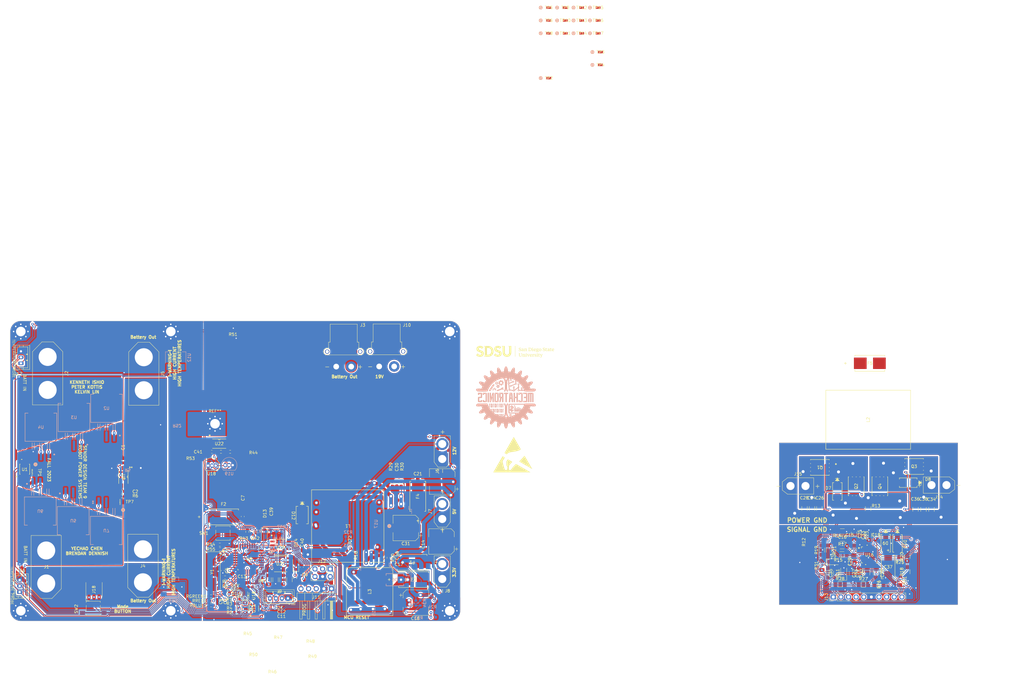
<source format=kicad_pcb>
(kicad_pcb (version 20221018) (generator pcbnew)
  (title_block (title "Robotic Power System (RPS)") (date "2023-11-18") (rev "2") (company "Senior Design Team 9: SDSU Mechatronics "))
  (layers (0 "F.Cu" signal) (31 "B.Cu" signal) (34 "B.Paste" user) (35 "F.Paste" user) (36 "B.SilkS" user "B.Silkscreen") (37 "F.SilkS" user "F.Silkscreen") (38 "B.Mask" user) (39 "F.Mask" user) (44 "Edge.Cuts" user))
  (net 0 "")
  (net 1 "GND")
  (net 2 "/Load Sharing/G2")
  (net 3 "/Load Sharing/G1")
  (net 4 "CURRENT1")
  (net 5 "LOGIC 5V")
  (net 6 "AREF")
  (net 7 "+5V")
  (net 8 "Net-(U14-OUTPUT)")
  (net 9 "/Voltage Regulator Rails/LOGIC5IN2")
  (net 10 "/Microcontroller/XTAL1")
  (net 11 "/Microcontroller/XTAL2")
  (net 12 "/Microcontroller/TX")
  (net 13 "/Microcontroller/MOSI")
  (net 14 "/Microcontroller/SCK")
  (net 15 "/Microcontroller/MISO")
  (net 16 "/Microcontroller/RX")
  (net 17 "RST")
  (net 18 "+BATT")
  (net 19 "Net-(U10-VOUT)")
  (net 20 "VOLT1")
  (net 21 "VOLT2")
  (net 22 "CURRENT2")
  (net 23 "+3.3V")
  (net 24 "PB0")
  (net 25 "+12V")
  (net 26 "ADC6")
  (net 27 "ADC7")
  (net 28 "BATTVIN2")
  (net 29 "PD2")
  (net 30 "BATTVIN1")
  (net 31 "SCL")
  (net 32 "SDA")
  (net 33 "/DPIN5")
  (net 34 "/Microcontroller/PC4")
  (net 35 "/Microcontroller/PC5")
  (net 36 "PD6")
  (net 37 "PD7")
  (net 38 "LOAD SHARING VOUT")
  (net 39 "/DPIN13")
  (net 40 "/DPIN1")
  (net 41 "/DPIN14")
  (net 42 "PD4")
  (net 43 "+19V")
  (net 47 "Net-(D9-K)")
  (net 48 "Net-(U15-FB)")
  (net 49 "Net-(U17-FB)")
  (net 50 "Net-(J18-Pin_1)")
  (net 51 "Net-(J18-Pin_2)")
  (net 52 "Net-(J18-Pin_3)")
  (net 53 "Net-(U15-OUT)")
  (net 54 "Net-(U17-OUT)")
  (net 55 "/Logic Level Converter/IIC VOLT")
  (net 56 "/Load Sharing/E1")
  (net 57 "/Load Sharing/E2")
  (net 58 "/Voltage Regulator Rails/LOGIC 5V OUT")
  (net 59 "/Voltage Regulator Rails/LOGIC5IN1")
  (net 60 "/Microcontroller/RST CAP")
  (net 61 "Net-(U21-NON-INVERTING_INPUT)")
  (net 62 "Net-(U20-NON-INVERTING_INPUT)")
  (net 74 "SENSE-")
  (net 75 "SENSE+")
  (net 77 "ITH")
  (net 79 "SW1")
  (net 80 "EXTVCC")
  (net 81 "SS")
  (net 83 "PLLFLTR")
  (net 84 "STBYMD")
  (net 86 "SW2")
  (net 87 "INTVCC")
  (net 88 "FCB")
  (net 89 "SHUNT+")
  (net 90 "RUN")
  (net 92 "PLLIN")
  (net 93 "TG2")
  (net 94 "TG1")
  (net 95 "BG1")
  (net 96 "BG2")
  (net 97 "VOSENSE")
  (net 98 "VOS+")
  (net 99 "BOOST2")
  (net 100 "BOOST1")
  (net 108 "Net-(C16-Pad2)")
  (net 109 "+BATT2")
  (net 110 "VIN19")
  (net 111 "Net-(D6-K)")
  (net 112 "Net-(D10-K)")
  (net 113 "Net-(C22-Pad2)")
  (net 114 "Net-(D12-K)")
  (net 115 "Net-(C34-Pad2)")
  (footprint "Connector_AMASS:AMASS_XT30U-F_1x02_P5.0mm_Vertical" (layer "F.Cu") (at 177.899179 80.2 90)
    (fp_text reference "J6")
    (fp_text value "XT30 12V")
  )
  (footprint "Mechatronic Footprints:AMASS_XT90-M_1x02_P11.00mm_Vertical" (layer "F.Cu") (at 46.349179 46.17668 -90)
    (fp_text reference "J2")
    (fp_text value "BATT IN 1 XT90")
  )
  (footprint "Mechatronics TestP:CONN1_RCU-0C_TEC" (layer "F.Cu") (at 218.9 -70.2766)
    (fp_text reference "TP9")
    (fp_text value "VOLT1")
  )
  (footprint "Resistor_SMD:R_1206_3216Metric_Pad1.30x1.75mm_HandSolder" (layer "F.Cu") (at 311.2 109.275 180)
    (fp_text reference "R14")
    (fp_text value "100 1%")
  )
  (footprint "Mechatronics TestP:CONN1_RCU-0C_TEC" (layer "F.Cu") (at 230.6596 -55.4566)
    (fp_text reference "TP3")
    (fp_text value "VSHUNT2+")
  )
  (footprint "Resistor_SMD:R_1206_3216Metric_Pad1.30x1.75mm_HandSolder" (layer "F.Cu") (at 306.75 118.1875 90)
    (fp_text reference "R12")
    (fp_text value "51K")
  )
  (footprint "Connector_PinHeader_2.54mm:PinHeader_1x05_P2.54mm_Horizontal" (layer "F.Cu") (at 140.97 123.444 -90)
    (fp_text reference "J11")
    (fp_text value "Serial")
  )
  (footprint "Capacitor_SMD:C_1206_3216Metric_Pad1.33x1.80mm_HandSolder" (layer "F.Cu") (at 303.6 96.7 90)
    (fp_text reference "C26")
    (fp_text value "10u 35V")
  )
  (footprint "LED_SMD:LED_RGB_5050-6" (layer "F.Cu") (at 61.81375 123.843939 90)
    (fp_text reference "J18")
    (fp_text value "RGB LED")
  )
  (footprint "Capacitor_SMD:C_1206_3216Metric_Pad1.33x1.80mm_HandSolder" (layer "F.Cu") (at 317.05 118.3 90)
    (fp_text reference "C27")
    (fp_text value "1000p")
  )
  (footprint "Mechatronic Footprints:sdsu_logo" (layer "F.Cu") (at 202.184 44.45)
    (fp_text reference "G***" hide)
    (fp_text value "LOGO" hide)
  )
  (footprint "Capacitor_SMD:C_0603_1608Metric" (layer "F.Cu") (at 131.05 116.275 90)
    (fp_text reference "C40")
    (fp_text value "0.1u")
  )
  (footprint "Resistor_SMD:R_0603_1608Metric" (layer "F.Cu") (at 105.5 119.7 180)
    (fp_text reference "R7")
    (fp_text value "4.7k")
  )
  (footprint "Resistor_SMD:R_1206_3216Metric_Pad1.30x1.75mm_HandSolder" (layer "F.Cu") (at 332.9253 117.7875 90)
    (fp_text reference "R18")
    (fp_text value "47.5K 1%")
  )
  (footprint "Resistor_SMD:R_1206_3216Metric" (layer "F.Cu") (at 124.65 120.4625 90)
    (fp_text reference "R46")
    (fp_text value "1.2M")
  )
  (footprint "Capacitor_SMD:C_1206_3216Metric_Pad1.33x1.80mm_HandSolder" (layer "F.Cu") (at 335.7 96.9625 90)
    (fp_text reference "C36")
    (fp_text value "22u 16V")
  )
  (footprint "Capacitor_SMD:C_0603_1608Metric" (layer "F.Cu") (at 105.5 127.7 90)
    (fp_text reference "C8")
    (fp_text value "0.22u")
  )
  (footprint "Capacitor_SMD:C_0603_1608Metric" (layer "F.Cu") (at 107.05 127.725 90)
    (fp_text reference "C9")
    (fp_text value "0.22u")
  )
  (footprint "Resistor_SMD:R_1206_3216Metric_Pad1.30x1.75mm_HandSolder" (layer "F.Cu") (at 311.15 111.975 180)
    (fp_text reference "R15")
    (fp_text value "100 1%")
  )
  (footprint "Resistor_SMD:R_0603_1608Metric" (layer "F.Cu") (at 109.475 126.9 180)
    (fp_text reference "R1")
    (fp_text value "0")
  )
  (footprint "Mechatronic Footprints:brendan_sym" (layer "F.Cu") (at 69.088 36.068)
    (fp_text reference "G***" hide)
    (fp_text value "LOGO" hide)
  )
  (footprint "Mechatronic Footprints:PG-TDSON-8_INF" (layer "F.Cu") (at 303.8 83 180)
    (fp_text reference "Q1")
    (fp_text value "BSC009NE2LS5IATMA1 A (TG2)(1A)(BUCK)")
  )
  (footprint "Capacitor_SMD:C_0603_1608Metric" (layer "F.Cu") (at 104.75 114.35 90)
    (fp_text reference "C4")
    (fp_text value "22p")
  )
  (footprint "Resistor_SMD:R_0603_1608Metric" (layer "F.Cu") (at 114.45 104.475 -90)
    (fp_text reference "R42")
    (fp_text value "4.7K")
  )
  (footprint "Capacitor_SMD:C_0603_1608Metric" (layer "F.Cu") (at 120.45 104.625 -90)
    (fp_text reference "C39")
    (fp_text value "0.1u")
  )
  (footprint "Mechatronics Fuses:0154Series_LTF" (layer "F.Cu") (at 104.9877 99.5)
    (fp_text reference "F2")
    (fp_text value "3")
  )
  (footprint "Connector_JST:JST_PH_B3B-PH-K_1x03_P2.00mm_Vertical" (layer "F.Cu") (at 37.024179 124.55168 90)
    (fp_text reference "J16")
    (fp_text value "JST_PH_TEMP_SENSOR_2")
  )
  (footprint "Resistor_SMD:R_0603_1608Metric" (layer "F.Cu") (at 164.25 88.35 90)
    (fp_text reference "R30")
    (fp_text value "8.87k\n")
  )
  (footprint "Capacitor_SMD:C_0603_1608Metric" (layer "F.Cu") (at 160.55 115.5)
    (fp_text reference "C17")
    (fp_text value "10.25n OR DNI")
  )
  (footprint "Mechatronic Footprints:CR_SMA_320-340AE_DIO" (layer "F.Cu") (at 325.75 108.2917 -90)
    (fp_text reference "D9")
    (fp_text value "B0540W")
  )
  (footprint "Mechatronic Footprints:CR_SMA_320-340AE_DIO" (layer "F.Cu") (at 333.2458 88.1 180)
    (fp_text reference "D8")
    (fp_text value "1N5819HW")
  )
  (footprint "Mechatronics TestP:CONN1_RCU-0C_TEC" (layer "F.Cu") (at 213.4296 -46.7766)
    (fp_text reference "TP2")
    (fp_text value "VSHUNT-")
  )
  (footprint "Capacitor_SMD:CP_Elec_8x10" (layer "F.Cu") (at 177.9 87.7 180)
    (fp_text reference "C21")
    (fp_text value "100u")
  )
  (footprint "Mechatronic Footprints:kelvin_sym" (layer "F.Cu") (at 54.356 40.132)
    (fp_text reference "G***" hide)
    (fp_text value "LOGO" hide)
  )
  (footprint "Connector_PinHeader_2.54mm:PinHeader_2x03_P2.54mm_Vertical" (layer "F.Cu") (at 140.55 116.86 -90)
    (fp_text reference "J12")
    (fp_text value "ISCP")
  )
  (footprint "Capacitor_SMD:C_0603_1608Metric" (layer "F.Cu") (at 112.525 122.85 180)
    (fp_text reference "C13")
    (fp_text value "0.1u")
  )
  (footprint "Package_TO_SOT_THT:TO-92L_Inline" (layer "F.Cu") (at 99.85 82.4)
    (fp_text reference "U18")
    (fp_text value "DS18B20+")
  )
  (footprint "Capacitor_SMD:C_1206_3216Metric_Pad1.33x1.80mm_HandSolder" (layer "F.Cu") (at 301.15 96.7 90)
    (fp_text reference "C24")
    (fp_text value "10u 35V")
  )
  (footprint "Diode_SMD:D_SOD-323" (layer "F.Cu") (at 109.35 122.85)
    (fp_text reference "D3")
    (fp_text value "MM3Z5V1ST1G")
  )
  (footprint "Mechatronic Footprints:LOWESRCAPMP7.6X4.3_3.1N_KEM" (layer "F.Cu") (at 326.55 116.209694 -90)
    (fp_text reference "C37")
    (fp_text value "4.7u Low ESR")
  )
  (footprint "Resistor_SMD:R_0603_1608Metric" (layer "F.Cu") (at 109.425 129.925)
    (fp_text reference "R4")
    (fp_text value "99999")
  )
  (footprint "Capacitor_SMD:C_0603_1608Metric" (layer "F.Cu") (at 118.45 131.05)
    (fp_text reference "C12")
    (fp_text value "0.1u")
  )
  (footprint "Mechatronics TestP:CONN1_RCU-0C_TEC" (layer "F.Cu") (at 224.3704 -61.7234)
    (fp_text reference "TP14")
    (fp_text value "3.3V")
  )
  (footprint "Connector_AMASS:AMASS_XT30U-F_1x02_P5.0mm_Vertical" (layer "F.Cu") (at 177.899179 120.2 90)
    (fp_text reference "J8")
    (fp_text value "XT30 3.3V")
  )
  (footprint "Mechatronics TestP:CONN1_RCU-0C_TEC" (layer "F.Cu") (at 229.8408 -66)
    (fp_text reference "TP16")
    (fp_text value "12V")
  )
  (footprint "Diode_SMD:D_SOD-123" (layer "F.Cu") (at 311.75 118.2375 90)
    (fp_text reference "D11")
    (fp_text value "36V Zener")
  )
  (footprint "Mechatronic Footprints:CSS2H-5930R" (layer "F.Cu") (at 108.15 39.15)
    (fp_text reference "R51")
    (fp_text value "3m")
  )
  (footprint "Capacitor_SMD:C_1206_3216Metric_Pad1.33x1.80mm_HandSolder" (layer "F.Cu") (at 315.1 110.675 90)
    (fp_text reference "C15")
    (fp_text value "68p")
  )
  (footprint "Connector_AMASS:AMASS_XT30U-F_1x02_P5.0mm_Vertical" (layer "F.Cu") (at 177.899179 100.2 90)
    (fp_text reference "J7")
    (fp_text value "XT30 5V")
  )
  (footprint "Resistor_SMD:R_0603_1608Metric" (layer "F.Cu") (at 109.45 128.425 180)
    (fp_text reference "R3")
    (fp_text value "99999")
  )
  (footprint "Symbol:ESD-Logo_13.2x12mm_SilkScreen" (layer "F.Cu") (at 201.422 78.74)
    (fp_text reference "REF**" hide)
    (fp_text value "ESD-Logo_13.2x12mm_SilkScreen" hide)
  )
  (footprint "Mechatronic Footprints:IND_410680_WRE" (layer "F.Cu") (at 319.9 67.1 90)
    (fp_text reference "L2")
    (fp_text value "10u")
  )
  (footprint "Capacitor_SMD:CP_Elec_8x10" (layer "F.Cu") (at 165.75 103.2 180)
    (fp_text reference "C31")
    (fp_text value "220u")
  )
  (footprint "Resistor_SMD:R_0603_1608Metric_Pad0.98x0.95mm_HandSolder" (layer "F.Cu") (at 118 120.6625 90)
    (fp_text reference "R50")
    (fp_text value "0")
  )
  (footprint "Mechatronic Footprints:UA741CDT_D8_TEX_STM" (layer "F.Cu") (at 124.02585 109.595)
    (fp_text reference "U20")
    (fp_text value "UA741CDT")
  )
  (footprint "Mechatronics Fuses:0154Series_LTF" (layer "F.Cu") (at 320.45 48.3)
    (fp_text reference "F5")
    (fp_text value "5")
  )
  (footprint "Connector_AMASS:AMASS_XT30U-F_1x02_P5.0mm_Vertical" (layer "F.Cu") (at 346 88.9 180)
    (fp_text reference "J14")
    (fp_text value "Power Out")
  )
  (footprint "Mechatronics TestP:CONN1_RCU-0C_TEC" (layer "F.Cu") (at 218.9 -61.7234)
    (fp_text reference "TP11")
    (fp_text value "AREF")
  )
  (footprint "Mechatronics TestP:CONN1_RCU-0C_TEC" (layer "F.Cu") (at 224.3704 -70.2766)
    (fp_text reference "TP12")
    (fp_text value "LOGIC 5V")
  )
  (footprint "Resistor_SMD:R_1206_3216Metric_Pad1.30x1.75mm_HandSolder" (layer "F.Cu") (at 319.9 96.75 -90)
    (fp_text reference "R13")
    (fp_text value "25m 2%")
  )
  (footprint "Resistor_SMD:R_0603_1608Metric" (layer "F.Cu") (at 100.8 125.95)
    (fp_text reference "RGREEN1")
    (fp_text value "150 Green")
  )
  (footprint "Mechatronics Fuses:0154Series_LTF" (layer "F.Cu") (at 169.75 92.65 90)
    (fp_text reference "F4")
    (fp_text value "5")
  )
  (footprint "Resistor_SMD:R_0603_1608Metric" (layer "F.Cu") (at 112.9 104.475 -90)
    (fp_text reference "R43")
    (fp_text value "4.7K")
  )
  (footprint "Diode_SMD:D_SOD-123" (layer "F.Cu") (at 308.3 114.4375)
    (fp_text reference "D5")
    (fp_text value "4.7V Zener")
  )
  (footprint "Resistor_SMD:R_0603_1608Metric" (layer "F.Cu") (at 103.8 110.25 180)
    (fp_text reference "R55")
    (fp_text value "4.7K")
  )
  (footprint "Mechatronic Footprints:LTC4416_MSOP-10_MS_LIT" (layer "F.Cu") (at 38.699179 83.59058 90)
    (fp_text reference "U1")
    (fp_text value "LTC4416EMS-1-TRPBF")
  )
  (footprint "Mechatronic Footprints:AMASS_XT30PW-F_1x02_P2.50mm_Horizontal" (layer "F.Cu") (at 142.549179 49.4)
    (fp_text reference "J3")
    (fp_text value "XT30PW Batt VOUT")
  )
  (footprint "MountingHole:MountingHole_3.2mm_M3_Pad_Via" (layer "F.Cu") (at 87.4 37.7)
    (fp_text reference "H3")
    (fp_text value "MountingHole_Pad")
  )
  (footprint "Mechatronic Footprints:CR_SMA_320-340AE_DIO" (layer "F.Cu") (at 309.6 91 -90)
    (fp_text reference "D7")
    (fp_text value "B0540W")
  )
  (footprint "Resistor_SMD:R_0603_1608Metric" (layer "F.Cu") (at 100.825 128.998)
    (fp_text reference "RBLUE1")
    (fp_text value "150 Blue")
  )
  (footprint "Mechatronic Footprints:AMASS_XT30PW-F_1x02_P2.50mm_Horizontal" (layer "F.Cu") (at 156.874179 49.35)
    (fp_text reference "J10")
    (fp_text value "XT30PW 19V")
  )
  (footprint "Diode_SMD:D_SOD-123" (layer "F.Cu") (at 129.1 115.35 90)
    (fp_text reference "D14")
    (fp_text value "MMSZ5247BT1G")
  )
  (footprint "Resistor_SMD:R_1206_3216Metric_Pad1.30x1.75mm_HandSolder" (layer "F.Cu") (at 332.95 112.6875 90)
    (fp_text reference "R20")
    (fp_text value "12.4K 1%")
  )
  (footprint "Resistor_SMD:R_1206_3216Metric_Pad1.30x1.75mm_HandSolder" (layer "F.Cu") (at 306.85 110.5875 -90)
    (fp_text reference "R21")
    (fp_text value "8.06K 1%")
  )
  (footprint "Mechatronic Footprints:AMASS_XT90-M_1x02_P11.00mm_Vertical" (layer "F.Cu") (at 45.874179 121.70168 90)
    (fp_text reference "J1")
    (fp_text value "BATT IN 2 XT90 ")
  )
  (footprint "Mechatronic Footprints:PG-TDSON-8_INF" (layer "F.Cu") (at 323.8 89.3 90)
    (fp_text reference "Q4")
    (fp_text value "BSC009NE2LS5IATMA1 C (BG1)(2A)(BOOST)")
  )
  (footprint "Package_QFP:TQFP-32_7x7mm_P0.8mm" (layer "F.Cu") (at 113.35 113.55)
    (fp_text reference "U9")
    (fp_text value "ATmega328P-A")
  )
  (footprint "Capacitor_SMD:C_1206_3216Metric_Pad1.33x1.80mm_HandSolder" (layer "F.Cu") (at 322.6 105.5625 -90)
    (fp_text reference "C19")
    (fp_text value ".22u 16V")
  )
  (footprint "Resistor_SMD:R_0603_1608Metric_Pad0.98x0.95mm_HandSolder" (layer "F.Cu") (at 128.9 119.8625 90)
    (fp_text reference "R49")
    (fp_text value "0")
  )
  (footprint "Mechatronic Footprints:ADR02AUJZ_REEL7_UJ_5_ADI" (layer "F.Cu") (at 115.100001 130.02635 90)
    (fp_text reference "U11")
    (fp_text value "ADR02AUJZ-REEL7")
  )
  (footprint "Mechatronic Footprints:QFN-32_UH_LIT" (layer "F.Cu") (at 320.3 112.175)
    (fp_text reference "U16")
    (fp_text value "LTC3780EUH-TRPBF")
  )
  (footprint "Capacitor_SMD:C_0603_1608Metric" (layer "F.Cu") (at 131.15 120.6 180)
    (fp_text reference "C6")
    (fp_text value "100n")
  )
  (footprint "Mechatronic Footprints:ADR02AUJZ_REEL7_UJ_5_ADI" (layer "F.Cu") (at 115.049999 125.72365 90)
    (fp_text reference "U10")
    (fp_text value "ADR02AUJZ-REEL7")
  )
  (footprint "Capacitor_SMD:C_0603_1608Metric" (layer "F.Cu") (at 104.75 117.4 -90)
    (fp_text reference "C5")
    (fp_text value "22p")
  )
  (footprint "Capacitor_SMD:C_0603_1608Metric" (layer "F.Cu") (at 105.475 112.05)
    (fp_text reference "C3")
    (fp_text value "0.1u")
  )
  (footprint "MountingHole:MountingHole_3.2mm_M3_Pad_Via" (layer "F.Cu") (at 87.4 130.797056)
    (fp_text reference "H4")
    (fp_text value "MountingHole_Pad")
  )
  (footprint "Mechatronics TestP:CONN1_RCU-0C_TEC" (layer "F.Cu") (at 224.3704 -66)
    (fp_text reference "TP13")
    (fp_text value "GND")
  )
  (footprint "Capacitor_SMD:C_1206_3216Metric_Pad1.33x1.80mm_HandSolder" (layer "F.Cu") (at 322.55 118.2 90)
    (fp_text reference "C20")
    (fp_text value ".22u 16V")
  )
  (footprint "Connector_AMASS:AMASS_XT30U-M_1x02_P5.0mm_Vertical" (layer "F.Cu") (at 294 89.2)
    (fp_text reference "J15")
    (fp_text value "Power In")
  )
  (footprint "Mechatronic Footprints:peter_sym" (layer "F.Cu") (at 56.896 36.576)
    (fp_text reference "G***" hide)
    (fp_text value "LOGO" hide)
  )
  (footprint "Capacitor_SMD:C_0603_1608Metric" (layer "F.Cu") (at 71.5 80.725 90)
    (fp_text reference "C1")
    (fp_text value "0.1u")
  )
  (footprint "Mechatronic Footprints:INA139_PW8" (layer "F.Cu") (at 71.599179 86.15168 -90)
    (fp_text reference "U8")
    (fp_text value "INA139QPWRQ1")
  )
  (footprint "Resistor_SMD:R_1206_3216Metric_Pad1.30x1.75mm_HandSolder" (layer "F.Cu") (at 323.5 122.0375)
    (fp_text reference "R26")
    (fp_text value "0")
  )
  (footprint "Resistor_SMD:R_1206_3216Metric_Pad1.30x1.75mm_HandSolder" (layer "F.Cu") (at 330.35 120.6875 -90)
    (fp_text reference "R11")
    (fp_text value "10k")
  )
  (footprint "Capacitor_SMD:C_1206_3216Metric_Pad1.33x1.80mm_HandSolder" (layer "F.Cu") (at 317.6 105.6375 -90)
    (fp_text reference "C23")
    (fp_text value ".22u")
  )
  (footprint "Capacitor_SMD:C_0603_1608Metric" (layer "F.Cu") (at 162.75 88.35 90)
    (fp_text reference "C30")
    (fp_text value "3.65n")
  )
  (footprint "Mechatronics TestP:CONN1_RCU-0C_TEC" (layer "F.Cu") (at 71.516101 94.490025 90)
    (fp_text reference "TP7")
    (fp_text value "CURRENT1")
  )
  (footprint "Capacitor_SMD:C_1206_3216Metric_Pad1.33x1.80mm_HandSolder" (layer "F.Cu") (at 314.45 118.3 -90)
    (fp_text reference "C22")
    (fp_text value "1n")
  )
  (footprint "Resistor_SMD:R_1206_3216Metric" (layer "F.Cu") (at 126.95 120.4625 -90)
    (fp_text reference "R48")
    (fp_text value "510K")
  )
  (footprint "MountingHole:MountingHole_3.2mm_M3_Pad_Via" (layer "F.Cu") (at 37.402944 130.797056)
    (fp_text reference "H1")
    (fp_text value "MountingHole_Pad")
  )
  (footprint "Resistor_SMD:R_0603_1608Metric" (layer "F.Cu") (at 107.2 77.8)
    (fp_text reference "R44")
    (fp_text value "4.7K")
  )
  (footprint "Mechatronic Footprints:PG-TDSON-8_INF" (layer "F.Cu") (at 335.2 82.7)
    (fp_text reference "Q3")
    (fp_text value "BSC009NE2LS5IATMA1 D (TG1)(2B)(BOOST)")
  )
  (footprint "Mechatronics Fuses:0154Series_LTF" (layer "F.Cu") (at 167.82045 114.65 180)
    (fp_text reference "F1")
    (fp_text value "2")
  )
  (footprint "Resistor_SMD:R_0603_1608Metric" (layer "F.Cu") (at 160.01 113.125 -90)
    (fp_text reference "R10")
    (fp_text value "0 ")
  )
  (footprint "Mechatronic Footprints:PG-TDSON-8_INF" (layer "F.Cu") (at 315.9 89.3 90)
    (fp_text reference "Q2")
    (fp_text value "BSC009NE2LS5IATMA1 B (BG2)(1B)(BUCK)")
  )
  (footprint "Mechatronic Footprints:CR_SMA_320-340AE_DIO" (layer "F.Cu") (at 329.65 108.3375 -90)
    (fp_text reference "D10")
    (fp_text value "B0540W")
  )
  (footprint "Mechatronics TestP:CONN1_RCU-0C_TEC" (layer "F.Cu") (at 229.8408 -70.2766)
    (fp_text reference "TP15")
    (fp_text value "5V")
  )
  (footprint "Resistor_SMD:R_1206_3216Metric" (layer "F.Cu") (at 122.35 120.4625 -90)
    (fp_text reference "R47")
    (fp_text value "510K")
  )
  (footprint "Capacitor_SMD:C_1206_3216Metric_Pad1.33x1.80mm_HandSolder" (layer "F.Cu") (at 320.1 105.6 90)
    (fp_text reference "C33")
    (fp_text value "1u")
  )
  (footprint "Resistor_SMD:R_1206_3216Metric_Pad1.30x1.75mm_HandSolder" (layer "F.Cu") (at 311.3 106.7375 180)
    (fp_text reference "R17")
    (fp_text value "30K")
  )
  (footprint "Connector_JST:JST_PH_B3B-PH-K_1x03_P2.00mm_Vertical" (layer "F.Cu") (at 37.449179 48.30168 90)
    (fp_text reference "J17")
    (fp_text value "JST_PH_TEMP_SENSOR_1")
  )
  (footprint "Capacitor_SMD:C_0603_1608Metric" (layer "F.Cu") (at 161.5 112.625 90)
    (fp_text reference "C10")
    (fp_text value "22u")
  )
  (footprint "Mechatronic Footprints:ken_sym" (layer "F.Cu") (at 46.736 36.576)
    (fp_text reference "G***" hide)
    (fp_text value "LOGO" hide)
  )
  (footprint "Resistor_SMD:R_0603_1608Metric" (layer "F.Cu") (at 100.825 127.474)
    (fp_text reference "RRED1")
    (fp_text value "100 RED")
  )
  (footprint "Resistor_SMD:R_0603_1608Metric" (layer "F.Cu") (at 161.25 88.35 -90)
    (fp_text reference "R29")
    (fp_text value "1k")
  )
  (footprint "Resistor_SMD:R_0603_1608Metric" (layer "F.Cu") (at 148.95 110.925 -90)
    (fp_text reference "R16")
    (fp_text value "1k")
  )
  (footprint "Capacitor_SMD:CP_Elec_8x10" (layer "F.Cu") (at 177.65 107.7 180)
    (fp_text reference "C14")
    (fp_text value "100u")
  )
  (footprint "Resistor_SMD:R_1206_3216Metric_Pad1.30x1.75mm_HandSolder" (layer "F.Cu") (at 304.45 115.6875 90)
    (fp_text reference "R31")
    (fp_text value "10")
  )
  (footprint "Capacitor_SMD:C_1206_3216Metric_Pad1.33x1.80mm_HandSolder" (layer "F.Cu") (at 338.35 97 90)
    (fp_text reference "C38")
    (fp_text value "22u 16V")
  )
  (footprint "Mechatronics TestP:CONN1_RCU-0C_TEC" (layer "F.Cu") (at 213.4296 -70.2766)
    (fp_text reference "TP5")
    (fp_text value "SDA")
  )
  (footprint "Resistor_SMD:R_0603_1608Metric" (layer "F.Cu") (at 109.425 131.4)
    (fp_text reference "R2")
    (fp_text value "0")
  )
  (footprint "Resistor_SMD:R_0603_1608Metric" (layer "F.Cu") (at 115.525 122.85)
    (fp_text reference "R9")
    (fp_text value "0")
  )
  (footprint "Mechatronic Footprints:AMASS_XT90-F_1x02_P11.00mm_Vertical" (layer "F.Cu") (at 78.124179 121.30168 90)
    (fp_text reference "J4")
    (fp_text value "XT90  Battery VOUT 2")
  )
  (footprint "MountingHole:MountingHole_3.2mm_M3_Pad_Via" (layer "F.Cu") (at 37.4 37.7)
    (fp_text reference "H6")
    (fp_text value "MountingHole_Pad")
  )
  (footprint "Mechatronic Footprints:UA741CDT_D8_TEX_STM" (layer "F.Cu") (at 124.02415 115.195)
    (fp_text reference "U21")
    (fp_text value "UA741CDT")
  )
  (footprint "Resistor_SMD:R_1206_3216Metric_Pad1.30x1.75mm_HandSolder" (layer "F.Cu") (at 330.45 114.5875 90)
    (fp_text reference "R25")
    (fp_text value "0")
  )
  (footprint "Mechatronic Footprints:AMASS_XT90-F_1x02_P11.00mm_Vertical" (layer "F.Cu") (at 78.399179 46.27668 -90)
    (fp_text reference "J5")
    (fp_text value "XT90 Battery VOUT 1")
  )
  (footprint "Resistor_SMD:R_1206_3216Metric_Pad1.30x1.75mm_HandSolder" (layer "F.Cu") (at 318.3 122.0375)
    (fp_text reference "R27")
    (fp_text value "1")
  )
  (footprint "Capacitor_SMD:C_1206_3216Metric_Pad1.33x1.80mm_HandSolder" (layer "F.Cu") (at 315.2 105.2375 -90)
    (fp_text reference "C25")
    (fp_text value "47p")
  )
  (footprint "Mechatronics TestP:CONN1_RCU-0C_TEC" (layer "F.Cu") (at 213.4296 -66)
    (fp_text reference "TP6")
    (fp_text value "SCL")
  )
  (footprint "Mechatronic Footprints:SSB43L-E352T_DIODE_DO214AA_MBRS" (layer "F.Cu") (at 131.2 98.9 -90)
    (fp_text reference "D12")
    (fp_text value "SSB43L-E3/52T")
  )
  (footprint "Capacitor_SMD:C_1206_3216Metric_Pad1.33x1.80mm_HandSolder" (layer "F.Cu") (at 298.7 96.7 90)
    (fp_text reference "C28")
    (fp_text value "10u 35V")
  )
  (footprint "Mechatronics TestP:CONN1_RCU-0C_TEC" (layer "F.Cu") (at 230.6596 -51.18)
    (fp_text reference "TP4")
    (fp_text value "VSHUNT2-")
  )
  (footprint "Capacitor_SMD:C_0603_1608Metric" (layer "F.Cu") (at 101.075 77.8 180)
    (fp_text reference "C41")
    (fp_text value "0.1u")
  )
  (footprint "Mechatronics TestP:CONN1_RCU-0C_TEC" (layer "F.Cu") (at 42.2983 84.7049 -90)
    (fp_text reference "TP1")
    (fp_text value "VSHUNT+")
  )
  (footprint "Mechatronic Footprints:PE-54039SNL_IND_HCI-68_PUL" (layer "F.Cu") (at 146.3951 102.55 180)
    (fp_text reference "L1")
    (fp_text value "53u")
  )
  (footprint "Mechatronic Footprints:PE-53932SNLT_IND_HCI-44_PUL" (layer "F.Cu") (at 153.7 124.4 90)
    (fp_text reference "L3")
    (fp_text value "37u")
  )
  (footprint "Button_Switch_SMD:SW_SPST_TL3305A" (layer "F.Cu") (at 104.8 104.9 180)
    (fp_text reference "SW1")
    (fp_text value "RST")
  )
  (footprint "MountingHole:MountingHole_3.2mm_M3_Pad_Via" (layer "F.Cu") (at 180.4 130.802944)
    (fp_text reference "H2")
    (fp_text value "MountingHole_Pad")
  )
  (footprint "Diode_SMD:D_SOD-123" (layer "F.Cu") (at 118.55 105.45 -90)
    (fp_text reference "D13")
    (fp_text value "MMSZ5247BT1G")
  )
  (footprint "Mechatronic Footprints:jason_sym" (layer "F.Cu") (at 66.548 39.8272)
    (fp_text reference "G***" hide)
    (fp_text value "LOGO" hide)
  )
  (footprint "MountingHole:MountingHole_3.2mm_M3_Pad_Via" (layer "F.Cu") (at 180.4 37.7)
    (fp_text reference "H5")
    (fp_text value "MountingHole_Pad")
  )
  (footprint "Mechatronics Fuses:0154Series_LTF" (layer "F.Cu") (at 168.35 120.4)
    (fp_text reference "F3")
    (fp_text value "5")
  )
  (footprint "Resistor_SMD:R_1206_3216Metric_Pad1.30x1.75mm_HandSolder" (layer "F.Cu") (at 310.55 121.9375)
    (fp_text reference "R28")
    (fp_text value "10")
  )
  (footprint "Resistor_SMD:R_1206_3216Metric" (layer "F.Cu") (at 120 120.4625 90)
    (fp_text reference "R45")
    (fp_text value "1.2M")
  )
  (footprint "Connector_JST:JST_PH_B4B-PH-K_1x04_P2.00mm_Vertical" (layer "F.Cu") (at 126.449179 126.65168 180)
    (fp_text reference "J9")
    (fp_text value "IIC Connector")
  )
  (footprint "Resistor_SMD:R_0603_1608Metric" (layer "F.Cu") (at 71.124179 92.57668)
    (fp_text reference "R6")
    (fp_text value "150k")
  )
  (footprint "Capacitor_SMD:C_1206_3216Metric_Pad1.33x1.80mm_HandSolder" (layer "F.Cu") (at 309.25 118.2375 90)
    (fp_text reference "C35")
    (fp_text value "0.1u")
  )
  (footprint "Mechatronics TestP:CONN1_RCU-0C_TEC" (layer "F.Cu") (at 229.8408 -61.7234)
    (fp_text reference "TP17")
    (fp_text value "19V")
  )
  (footprint "MountingHole:MountingHole_3.2mm_M3_Pad_Via" (layer "F.Cu") (at 102.15 68.45)
    (fp_text reference "REF**")
    (fp_text value "MountingHole_3.2mm_M3_Pad_Via")
  )
  (footprint "Diode_SMD:D_SOD-123" (layer "F.Cu") (at 112.15 129.75 -90)
    (fp_text reference "D2")
    (fp_text value "B0540W-7-F")
  )
  (footprint "Connector_PinHeader_2.54mm:PinHeader_1x10_P2.54mm_Vertical" (layer "F.Cu") (at 308.26 126.2 90)
    (fp_text reference "J13")
    (fp_text value "Header Pins")
  )
  (footprint "Resistor_SMD:R_1206_3216Metric_Pad1.30x1.75mm_HandSolder" (layer "F.Cu") (at 304.45 110.5875 90)
    (fp_text reference "R19")
    (fp_text value "113K 1%")
  )
  (footprint "Resistor_SMD:R_0603_1608Metric" (layer "F.Cu") (at 147.4 110.9 90)
    (fp_text reference "R22")
    (fp_text value "3.16k")
  )
  (footprint "Capacitor_SMD:CP_Elec_8x10" (layer "F.Cu") (at 169.1 128.1)
    (fp_text reference "C18")
    (fp_text value "220u")
  )
  (footprint "Resistor_SMD:R_0603_1608Metric" (layer "F.Cu") (at 105.5 121.2 180)
    (fp_text reference "R8")
    (fp_text value "4.7k")
  )
  (footprint "Capacitor_SMD:C_1206_3216Metric_Pad1.33x1.80mm_HandSolder" (layer "F.Cu") (at 313.7875 114.5375)
    (fp_text reference "C29")
    (fp_text value "10000p")
  )
  (footprint "Capacitor_SMD:C_1206_3216Metric_Pad1.33x1.80mm_HandSolder" (layer "F.Cu") (at 319.55 118.2 90)
    (fp_text reference "C32")
    (fp_text value "0.01u")
  )
  (footprint "Resistor_SMD:R_0603_1608Metric" (layer "F.Cu") (at 103.75 108.75 180)
    (fp_text reference "R54")
    (fp_text value "4.7K")
  )
  (footprint "Mechatronic Footprints:INA139_PW8" (layer "F.Cu") (at 103.55 75.1)
    (fp_text reference "U22")
    (fp_text value "INA139QPWRQ1")
  )
  (footprint "Capacitor_SMD:C_0603_1608Metric" (layer "F.Cu") (at 111.4 99.375 -90)
    (fp_text reference "C7")
    (fp_text value "0.47u")
  )
  (footprint "Capacitor_SMD:C_1206_3216Metric_Pad1.33x1.80mm_HandSolder" (layer "F.Cu") (at 341 97 90)
    (fp_text reference "C34")
    (fp_text value "22u 16V")
  )
  (footprint "Diode_SMD:D_SOD-123" (layer "F.Cu") (at 108.6 125)
    (fp_text reference "D1")
    (fp_text value "B0540W-7-F")
  )
  (footprint "Mechatronics TestP:CONN1_RCU-0C_TEC" (layer "F.Cu") (at 218.9 -66)
    (fp_text reference "TP10")
    (fp_text value "VOLT2")
  )
  (footprint "Capacitor_SMD:C_1206_3216Metric_Pad1.33x1.80mm_HandSolder" (layer "F.Cu") (at 311.2735 104.3828 180)
    (fp_text reference "C16")
    (fp_text value "3.3n")
  )
  (footprint "Capacitor_SMD:C_0603_1608Metric" (layer "F.Cu") (at 118.45 132.6)
    (fp_text reference "C11")
    (fp_text value "0.1u")
  )
  (footprint "Resistor_SMD:R_0603_1608Metric" (layer "F.Cu") (at 104.125 77.8 180)
    (fp_text reference "R53")
    (fp_text value "55.6K")
  )
  (footprint "Crystal:Crystal_SMD_HC49-SD" (layer "F.Cu") (at 101.35 117.8 -90)
    (fp_text reference "Y1")
    (fp_text value "16M")
  )
  (footprint "Button_Switch_SMD:SW_SPST_TL3305A" (layer "F.Cu") (at 61.552 130.012)
    (fp_text reference "SW2")
    (fp_text value "Display Button")
  )
  (footprint "Mechatronics TestP:CONN1_RCU-0C_TEC" (layer "F.Cu") (at 213.4296 -61.7234)
    (fp_text reference "TP8")
    (fp_text value "CURRENT2")
  )
  (footprint "Diode_SMD:D_SOD-323" (layer "F.Cu") (at 112.15 125.5 90)
    (fp_text reference "D4")
    (fp_text value "MM3Z5V1ST1G")
  )
  (footprint "Capacitor_SMD:C_0603_1608Metric" (layer "F.Cu") (at 71.149179 91.05168 180)
    (fp_text reference "C2")
    (fp_text value "0.1uF")
  )
  (footprint "Mechatronic Footprints:SSB43L-E352T_DIODE_DO214AA_MBRS" (layer "B.Cu") (at 162.1 120.45 180)
    (fp_text reference "D6")
    (fp_text value "SSB43L-E3/52T")
  )
  (footprint "Mechatronic Footprints:LTC3780_PRSS0004AL-A_REN" (layer "B.Cu") (at 43.899179 97.55168)
    (fp_text reference "U6")
    (fp_text value "NP100P04PLG-E1-AY")
  )
  (footprint "Package_TO_SOT_SMD:SOT-23" (layer "B.Cu") (at 120 107.0875 -90)
    (fp_text reference "Q5" hide)
    (fp_text value "BSS138")
  )
  (footprint "Resistor_SMD:R_0603_1608Metric" (layer "B.Cu") (at 146.525 106.06 180)
    (fp_text reference "R32")
    (fp_text value "0 DNI")
  )
  (footprint "Resistor_SMD:R_0603_1608Metric" (layer "B.Cu") (at 146.525 107.6)
    (fp_text reference "R33")
    (fp_text value "4.7K DNI")
  )
  (footprint "Package_TO_SOT_SMD:SOT-223-3_TabPin2" (layer "B.Cu") (at 89.05 46.4 90)
    (fp_text reference "U12")
    (fp_text value "LM340MPX-5.0/NOPB")
  )
  (footprint "Mechatronic Footprints:LTC3780_PRSS0004AL-A_REN" (layer "B.Cu") (at 55.124179 66.35088 180)
    (fp_text reference "U3")
    (fp_text value "NP100P04PLG-E1-AY")
  )
  (footprint "Resistor_SMD:R_0603_1608Metric" (layer "B.Cu") (at 120.9625 110.6 90)
    (fp_text reference "R40")
    (fp_text value "10K")
  )
  (footprint "Mechatronic Footprints:CSS2H-5930R" (layer "B.Cu") (at 89.496 68.58)
    (fp_text reference "R52")
    (fp_text value "3m")
  )
  (footprint "Mechatronic Footprints:LTC3780_PRSS0004AL-A_REN" (layer "B.Cu") (at 65.974179 63.30088 180)
    (fp_text reference "U2")
    (fp_text value "NP100P04PLG-E1-AY")
  )
  (footprint "Mechatronic Footprints:LTC3780_PRSS0004AL-A_REN" (layer "B.Cu") (at 44.099179 69.60168 180)
    (fp_text reference "U4")
    (fp_text value "NP100P04PLG-E1-AY")
  )
  (footprint "Resistor_SMD:R_0603_1608Metric" (layer "B.Cu") (at 123.4625 104.4)
    (fp_text reference "R37")
    (fp_text value "10K")
  )
  (footprint "Resistor_SMD:R_0603_1608Metric" (layer "B.Cu") (at 119.4125 110.6 90)
    (fp_text reference "R38")
    (fp_text value "0")
  )
  (footprint "Resistor_SMD:R_0603_1608Metric" (layer "B.Cu") (at 170.575 128.2 90)
    (fp_text reference "R34")
    (fp_text value "0 DNI")
  )
  (footprint "Package_TO_SOT_SMD:TO-263-5_TabPin3" (layer "B.Cu") (at 162.475 101.825 -90)
    (fp_text reference "U17")
    (fp_text value "LM2596S-12V")
  )
  (footprint "Resistor_SMD:R_0603_1608Metric" (layer "B.Cu") (at 174.95 131.39)
    (fp_text reference "R24")
    (fp_text value "4.7K DNI")
  )
  (footprint "Resistor_SMD:R_0603_1608Metric" (layer "B.Cu") (at 169.1 128.225 -90)
    (fp_text reference "R35")
    (fp_text value "0")
  )
  (footprint "Resistor_SMD:R_0603_1608Metric" (layer "B.Cu") (at 124.0625 110.6 90)
    (fp_text reference "R39")
    (fp_text value "0")
  )
  (footprint "Resistor_SMD:R_0603_1608Metric" (layer "B.Cu") (at 174.95 132.95 180)
    (fp_text reference "R23")
    (fp_text value "0 DNI")
  )
  (footprint "Mechatronic Footprints:LTC3780_PRSS0004AL-A_REN" (layer "B.Cu") (at 65.899179 104.02668)
    (fp_text reference "U7")
    (fp_text value "NP100P04PLG-E1-AY")
  )
  (footprint "Package_TO_SOT_SMD:SOT-223-3_TabPin2" (layer "B.Cu") (at 170.899179 119.07668 -90)
    (fp_text reference "U14")
    (fp_text value "3.3V NCV1117ST33T3G")
  )
  (footprint "Resistor_SMD:R_0603_1608Metric" (layer "B.Cu") (at 120.025 104.4)
    (fp_text reference "R36")
    (fp_text value "10K")
  )
  (footprint "Package_TO_SOT_SMD:TO-263-5_TabPin3" (layer "B.Cu") (at 155.925 120.75 -90)
    (fp_text reference "U15")
    (fp_text value "LM2596S-5V")
  )
  (footprint "Resistor_SMD:R_0603_1608Metric" (layer "B.Cu") (at 122.5125 110.6 90)
    (fp_text reference "R41")
    (fp_text value "10K")
  )
  (footprint "Mechatronic Footprints:LTC3780_PRSS0004AL-A_REN" (layer "B.Cu") (at 54.874179 100.75278)
    (fp_text reference "U5")
    (fp_text value "NP100P04PLG-E1-AY")
  )
  (footprint "Package_TO_SOT_SMD:SOT-223-3_TabPin2" (layer "B.Cu") (at 88.15 123)
    (fp_text reference "U13")
    (fp_text value "LM340MPX-5.0/NOPB")
  )
  (footprint "Package_TO_SOT_SMD:SOT-23" (layer "B.Cu") (at 123.4625 107.1125 -90)
    (fp_text reference "Q6" hide)
    (fp_text value "BSS138")
  )
  (footprint "Mechatronic Footprints:CSS2H-5930R" (layer "B.Cu") (at 73.024179 83.35168)
    (fp_text reference "R5")
    (fp_text value "0.3m")
  )
  (footprint "Package_TO_SOT_THT:TO-92L_Inline" (layer "B.Cu") (at 108.074179 82.25168 180)
    (fp_text reference "U19")
    (fp_text value "DS18B20+")
  )
  (footprint "Mechatronic Footprints:mechatronics" (layer "B.Cu") (at 199.136 59.69 180)
    (fp_text reference "G***" hide)
    (fp_text value "LOGO" hide)
  )
  (gr_arc (start 33.9 37.7) (mid 34.925126 35.225126) (end 37.4 34.2) (stroke (width 0.1)) (layer "Edge.Cuts"))
  (gr_arc (start 37.4 134.2) (mid 34.925126 133.174874) (end 33.9 130.7) (stroke (width 0.1)) (layer "Edge.Cuts"))
  (gr_line (start 349.8 128.8) (end 349.8 74.8) (stroke (width 0.1)) (layer "Edge.Cuts"))
  (gr_line (start 180.4 34.2) (end 37.4 34.2) (stroke (width 0.1)) (layer "Edge.Cuts"))
  (gr_line (start 183.9 130.7) (end 183.9 37.7) (stroke (width 0.1)) (layer "Edge.Cuts"))
  (gr_line (start 33.9 37.7) (end 33.9 130.7) (stroke (width 0.1)) (layer "Edge.Cuts"))
  (gr_line (start 37.4 134.2) (end 180.4 134.2) (stroke (width 0.1)) (layer "Edge.Cuts"))
  (gr_line (start 290.2 74.8) (end 290.2 128.8) (stroke (width 0.1)) (layer "Edge.Cuts"))
  (gr_arc (start 183.9 130.7) (mid 182.874874 133.174874) (end 180.4 134.2) (stroke (width 0.1)) (layer "Edge.Cuts"))
  (gr_line (start 290.2 128.8) (end 349.8 128.8) (stroke (width 0.1)) (layer "Edge.Cuts"))
  (gr_line (start 349.8 74.8) (end 290.2 74.8) (stroke (width 0.1)) (layer "Edge.Cuts"))
  (gr_arc (start 180.4 34.2) (mid 182.874874 35.225126) (end 183.9 37.7) (stroke (width 0.1)) (layer "Edge.Cuts"))
  (gr_text locked "YECHAO CHEN\nBRENDAN DENNISH" (at 59.436 112.268) (layer "F.SilkS") (effects (font (size 1 1) (thickness 0.25) bold) (justify bottom)))
  (gr_text locked "BATT IN" (at 38.374179 108.95168 -90) (layer "F.SilkS") (effects (font (size 1 1)) (justify left bottom)))
  (gr_text locked "SENIOR DESIGN TEAM 9\nROBOT POWER SYSTEMS" (at 56.574272 84.499797 270) (layer "F.SilkS") (effects (font (size 1 1) (thickness 0.2) bold) (justify bottom)))
  (gr_text "I2C" (at 122.4 130.4) (layer "F.SilkS") (effects (font (size 1 1)) (justify left bottom)))
  (gr_text locked "PROG" (at 132.588 132.588 90) (layer "F.SilkS") (effects (font (size 1 1)) (justify left bottom)))
  (gr_text locked "Mode\nBUTTON" (at 71.374 131.572) (layer "F.SilkS") (effects (font (size 1 1) (thickness 0.25) bold) (justify bottom)))
  (gr_text locked "TEMPERATURE PROBE" (at 34.544 46.736 270) (layer "F.SilkS") (effects (font (size 0.8 0.8) (thickness 0.1) bold) (justify bottom)))
  (gr_text locked "BATT IN" (at 38.1 51.816 -90) (layer "F.SilkS") (effects (font (size 1 1)) (justify left bottom)))
  (gr_text "POWER GND" (at 292.7 101.5) (layer "F.SilkS") (effects (font (size 1.5 1.5) (thickness 0.3) bold) (justify left bottom)))
  (gr_text locked "Battery Out" (at 78.232 128.016) (layer "F.SilkS") (effects (font (size 1 1) (thickness 0.25) bold) (justify bottom)))
  (gr_text locked "TEMPERATURE PROBE" (at 34.036 122.428 270) (layer "F.SilkS") (effects (font (size 0.8 0.8) (thickness 0.1) bold) (justify bottom)))
  (gr_text locked "FALL 2023" (at 46.228 83.82 270) (layer "F.SilkS") (effects (font (size 1 1) (thickness 0.2) bold) (justify bottom)))
  (gr_text "3.3V" (at 182.476168 118.000908 90) (layer "F.SilkS") (effects (font (size 1 1) (thickness 0.25) bold) (justify bottom)))
  (gr_text locked "KENNETH ISHIO\nPETER KOTTIS\nKELVIN LIN" (at 59.436 58.42) (layer "F.SilkS") (effects (font (size 1 1) (thickness 0.25) bold) (justify bottom)))
  (gr_text "5V" (at 182.524403 97.746001 90) (layer "F.SilkS") (effects (font (size 1 1) (thickness 0.25) bold) (justify bottom)))
  (gr_text "12V" (at 182.570064 77.483019 90) (layer "F.SilkS") (effects (font (size 1 1) (thickness 0.25) bold) (justify bottom)))
  (gr_text locked "MCU RESET" (at 149.352 133.604) (layer "F.SilkS") (effects (font (size 1 1) (thickness 0.25) bold) (justify bottom)))
  (gr_text locked "!~WARNING~!\nHIGH CURRENT\nHIGH TEMPERATURES" (at 90.932 48.26 90) (layer "F.SilkS") (effects (font (size 1 1) (thickness 0.25) bold) (justify bottom)))
  (gr_text locked "!~WARNING~!\nHIGH CURRENT\nHIGH TEMPERATURES" (at 88.9 117.856 90) (layer "F.SilkS") (effects (font (size 1 1) (thickness 0.25) bold) (justify bottom)))
  (gr_text locked "Battery Out" (at 78.232 40.132) (layer "F.SilkS") (effects (font (size 1 1) (thickness 0.25) bold) (justify bottom)))
  (gr_text "SIGNAL GND" (at 292.6 104.6) (layer "F.SilkS") (effects (font (size 1.5 1.5) (thickness 0.3) bold) (justify left bottom)))
  (gr_text "19V" (at 156.972 53.34) (layer "F.SilkS") (effects (font (size 1 1) (thickness 0.25) bold) (justify bottom)))
  (gr_text "Battery Out" (at 145.288 53.34) (layer "F.SilkS") (effects (font (size 1 1) (thickness 0.25) bold) (justify bottom)))
  (via (at 340.9 84.2) (size 1.5) (drill 1) (layers "F.Cu" "B.Cu") (net 0))
  (via (at 310 84.5) (size 1.5) (drill 1) (layers "F.Cu" "B.Cu") (net 0))
  (via (at 298.2 84.4) (size 1.5) (drill 1) (layers "F.Cu" "B.Cu") (net 0))
  (via (at 312.3 94.9) (size 1.5) (drill 1) (layers "F.Cu" "B.Cu") (net 0))
  (via (at 330.4 94.2) (size 1.5) (drill 1) (layers "F.Cu" "B.Cu") (net 0))
  (via (at 323.993304 112.768369) (size 0.8) (drill 0.4) (layers "F.Cu" "B.Cu") (net 0))
  (via (at 319.9 93.1) (size 1.5) (drill 1) (layers "F.Cu" "B.Cu") (net 0))
  (via (at 338.4 92.9) (size 1.5) (drill 1) (layers "F.Cu" "B.Cu") (net 0))
  (via (at 324.031166 111.319369) (size 0.8) (drill 0.4) (layers "F.Cu" "B.Cu") (net 0))
  (via (at 301.1 93) (size 1.5) (drill 1) (layers "F.Cu" "B.Cu") (net 0))
  (via (at 328.3 84.8) (size 1.5) (drill 1) (layers "F.Cu" "B.Cu") (net 0))
  (segment (start 317.15 119.7625) (end 317.05 119.8625) (width 0.25) (layer "F.Cu") (net 1))
  (segment (start 119.966354 113.68445) (end 119.966354 113.508244) (width 0.25) (layer "F.Cu") (net 1))
  (segment (start 104.7755 112.05) (end 104.875049 112.149549) (width 0.25) (layer "F.Cu") (net 1))
  (segment (start 112.632862 133.075) (end 113.011812 133.45395) (width 0.25) (layer "F.Cu") (net 1))
  (segment (start 119.757129 113.717469) (end 119.092469 113.717469) (width 0.25) (layer "F.Cu") (net 1))
  (segment (start 121.011201 129.138799) (end 120.9985 129.138799) (width 0.25) (layer "F.Cu") (net 1))
  (segment (start 308.5 103.200706) (end 314.500207 97.200499) (width 0.25) (layer "F.Cu") (net 1))
  (segment (start 109.561798 126.462602) (end 109.386189 126.286993) (width 0.25) (layer "F.Cu") (net 1))
  (segment (start 308.5 108.302) (end 308.5 103.200706) (width 0.25) (layer "F.Cu") (net 1))
  (segment (start 319.55 119.7625) (end 319.6 119.7) (width 0.25) (layer "F.Cu") (net 1))
  (segment (start 124.066031 125.45168) (end 123.374179 126.143532) (width 0.25) (layer "F.Cu") (net 1))
  (segment (start 320.05 112.425) (end 320.3 112.175) (width 0.25) (layer "F.Cu") (net 1))
  (segment (start 38.85168 120.55168) (end 39.3 121) (width 0.25) (layer "F.Cu") (net 1))
  (segment (start 109.1 112.35) (end 108.05 112.35) (width 0.25) (layer "F.Cu") (net 1))
  (segment (start 119.092469 113.717469) (end 118.525 113.15) (width 0.25) (layer "F.Cu") (net 1))
  (segment (start 113.011812 133.45395) (end 116.639737 133.45395) (width 0.25) (layer "F.Cu") (net 1))
  (segment (start 308.599 110.549) (end 308.599 108.401) (width 0.25) (layer "F.Cu") (net 1))
  (segment (start 119.966354 116.217204) (end 119.966354 114.684646) (width 0.25) (layer "F.Cu") (net 1))
  (segment (start 37.592 87.122) (end 36.576 88.138) (width 0.25) (layer "F.Cu") (net 1))
  (segment (start 314.500207 97.200499) (end 318.800499 97.200499) (width 0.25) (layer "F.Cu") (net 1))
  (segment (start 87.4 130.797056) (end 88.452944 131.85) (width 0.25) (layer "F.Cu") (net 1))
  (segment (start 37.024179 120.55168) (end 38.85168 120.55168) (width 0.25) (layer "F.Cu") (net 1))
  (segment (start 119.766354 113.88445) (end 119.966354 113.68445) (width 0.25) (layer "F.Cu") (net 1))
  (segment (start 110.25 131.4) (end 109.511798 130.661798) (width 0.25) (layer "F.Cu") (net 1))
  (segment (start 120.45 133.263506) (end 120.231753 133.481753) (width 0.25) (layer "F.Cu") (net 1))
  (segment (start 70.62418 82.976681) (end 70.424179 82.77668) (width 0.25) (layer "F.Cu") (net 1))
  (segment (start 120.9985 129.138799) (end 120.9985 130.112201) (width 0.25) (layer "F.Cu") (net 1))
  (segment (start 37.809 116.609) (end 42.90168 121.70168) (width 0.25) (layer "F.Cu") (net 1))
  (segment (start 116.639737 133.45395) (end 117.060787 133.875) (width 0.25) (layer "F.Cu") (net 1))
  (segment (start 110.969974 111.6) (end 112.222884 111.6) (width 0.25) (layer "F.Cu") (net 1))
  (segment (start 119.966354 113.508244) (end 119.987299 113.487299) (width 0.25) (layer "F.Cu") (net 1))
  (segment (start 126.449179 126.65168) (end 125.374179 126.65168) (width 0.25) (layer "F.Cu") (net 1))
  (segment (start 125.374179 125.993532) (end 124.832327 125.45168) (width 0.25) (layer "F.Cu") (net 1))
  (segment (start 110.699501 132.649501) (end 111.125 133.075) (width 0.25) (layer "F.Cu") (net 1))
  (segment (start 70.399179 87.90168) (end 70.599179 87.70168) (width 0.25) (layer "F.Cu") (net 1))
  (segment (start 180.25 117.849179) (end 177.899179 120.2) (width 0.25) (layer "F.Cu") (net 1))
  (segment (start 110.219974 112.35) (end 110.969974 111.6) (width 0.25) (layer "F.Cu") (net 1))
  (segment (start 109.511798 130.661798) (end 109.511798 127.112798) (width 0.25) (layer "F.Cu") (net 1))
  (segment (start 109.386189 123.863811) (end 110.4 122.85) (width 0.25) (layer "F.Cu") (net 1))
  (segment (start 71.5 51.75) (end 71.85 51.4) (width 0.25) (layer "F.Cu") (net 1))
  (segment (start 114.225 110.425) (end 113.05 111.6) (width 0.25) (layer "F.Cu") (net 1))
  (segment (start 119.766354 114.484646) (end 119.766354 113.88445) (width 0.25) (layer "F.Cu") (net 1))
  (segment (start 120.9985 130.112201) (end 120.45 130.660701) (width 0.25) (layer "F.Cu") (net 1))
  (segment (start 38.699179 87.030821) (end 38.608 87.122) (width 0.25) (layer "F.Cu") (net 1))
  (segment (start 119.966354 114.684646) (end 119.766354 114.484646) (width 0.25) (layer "F.Cu") (net 1))
  (segment (start 125.374179 126.65168) (end 125.374179 125.993532) (width 0.25) (layer "F.Cu") (net 1))
  (segment (start 39.3 121) (end 39.45 121.15) (width 0.25) (layer "F.Cu") (net 1))
  (segment (start 109.561798 127.062798) (end 109.561798 126.462602) (width 0.25) (layer "F.Cu") (net 1))
  (segment (start 36.05 89.426) (end 36.05 114.4) (width 0.25) (layer "F.Cu") (net 1))
  (segment (start 70.374179 91.05168) (end 70.374179 92.50168) (width 0.25) (layer "F.Cu") (net 1))
  (segment (start 88.452944 131.85) (end 107.196848 131.85) (width 0.25) (layer "F.Cu") (net 1))
  (segment (start 121.2 117.1) (end 121.15 117.05) (width 0.25) (layer "F.Cu") (net 1))
  (segment (start 112.222884 111.6) (end 113.048384 112.4255) (width 0.25) (layer "F.Cu") (net 1))
  (segment (start 321.050001 112.925001) (end 320.3 112.175) (width 0.25) (layer "F.Cu") (net 1))
  (segment (start 104.7 112.05) (end 104.7755 112.05) (width 0.25) (layer "F.Cu") (net 1))
  (segment (start 123.374179 126.143532) (end 123.374179 127.309828) (width 0.25) (layer "F.Cu") (net 1))
  (segment (start 113.05 111.6) (end 113.05 112.423884) (width 0.25) (layer "F.Cu") (net 1))
  (segment (start 308.599 108.401) (end 308.5 108.302) (width 0.25) (layer "F.Cu") (net 1))
  (segment (start 162.5388 112.0612) (end 178.048426 112.0612) (width 0.25) (layer "F.Cu") (net 1))
  (segment (start 178.048426 112.0612) (end 180.25 114.262774) (width 0.25) (layer "F.Cu") (net 1))
  (segment (start 110.4 123.5) (end 110.4 122.85) (width 0.25) (layer "F.Cu") (net 1))
  (segment (start 116.475 112.95) (end 116.475 110.875) (width 0.25) (layer "F.Cu") (net 1))
  (segment (start 106.6745 110.9745) (end 106.05575 110.9745) (width 0.25) (layer "F.Cu") (net 1))
  (segment (start 161.5 111.85) (end 162.3276 111.85) (width 0.25) (layer "F.Cu") (net 1))
  (segment (start 111.125 133.075) (end 112.632862 133.075) (width 0.25) (layer "F.Cu") (net 1))
  (segment (start 116.675 113.15) (end 116.475 112.95) (width 0.25) (layer "F.Cu") (net 1))
  (segment (start 37.809 114.874195) (end 37.809 116.609) (width 0.25) (layer "F.Cu") (net 1))
  (segment (start 36.05 114.4) (end 37.334805 114.4) (width 0.25) (layer "F.Cu") (net 1))
  (segment (start 107.996349 132.649501) (end 110.699501 132.649501) (width 0.25) (layer "F.Cu") (net 1))
  (segment (start 70.62418 80.82582) (end 71.5 79.95) (width 0.25) (layer "F.Cu") (net 1))
  (segment (start 162.3276 111.85) (end 162.5388 112.0612) (width 0.25) (layer "F.Cu") (net 1))
  (segment (start 38.699179 85.80673) (end 38.699179 87.030821) (width 0.25) (layer "F.Cu") (net 1))
  (segment (start 116.475 110.875) (end 116.025 110.425) (width 0.25) (layer "F.Cu") (net 1))
  (segment (start 318.800499 97.200499) (end 319.9 98.3) (width 0.25) (layer "F.Cu") (net 1))
  (segment (start 108.05 112.35) (end 106.6745 110.9745) (width 0.25) (layer "F.Cu") (net 1))
  (segment (start 124.832327 125.45168) (end 124.066031 125.45168) (width 0.25) (layer "F.Cu") (net 1))
  (segment (start 118.525 113.15) (end 117.6 113.15) (width 0.25) (layer "F.Cu") (net 1))
  (segment (start 71.5 79.95) (end 71.5 51.75) (width 0.25) (layer "F.Cu") (net 1))
  (segment (start 317.8476 112.425) (end 320.05 112.425) (width 0.25) (layer "F.Cu") (net 1))
  (segment (start 122.832327 127.85168) (end 122.29832 127.85168) (width 0.25) (layer "F.Cu") (net 1))
  (segment (start 317 119.6) (end 317.15 119.7625) (width 0.25) (layer "F.Cu") (net 1))
  (segment (start 70.12138 88.179479) (end 70.399179 87.90168) (width 0.25) (layer "F.Cu") (net 1))
  (segment (start 120.1745 113.300098) (end 119.987299 113.487299) (width 0.25) (layer "F.Cu") (net 1))
  (segment (start 105.125 113.95) (end 104.75 113.575) (width 0.25) (layer "F.Cu") (net 1))
  (segment (start 319.6 119.7) (end 317 119.6) (width 0.25) (layer "F.Cu") (net 1))
  (segment (start 104.75 112.274598) (end 104.875049 112.149549) (width 0.25) (layer "F.Cu") (net 1))
  (segment (start 119.838508 133.875) (end 120.231753 133.481753) (width 0.25) (layer "F.Cu") (net 1))
  (segment (start 121.15 117.05) (end 121.1 117.1) (width 0.25) (layer "F.Cu") (net 1))
  (segment (start 120.45 111.5) (end 120.1745 111.7755) (width 0.25) (layer "F.Cu") (net 1))
  (segment (start 322.7524 112.925001) (end 321.050001 112.925001) (width 0.25) (layer "F.Cu") (net 1))
  (segment (start 112.15 124.45) (end 111.35 124.45) (width 0.25) (layer "F.Cu") (net 1))
  (segment (start 309.6 111.55) (end 308.599 110.549) (width 0.25) (layer "F.Cu") (net 1))
  (segment (start 120.1745 111.7755) (end 120.1745 113.300098) (width 0.25) (layer "F.Cu") (net 1))
  (segment (start 107.196848 131.85) (end 107.996349 132.649501) (width 0.25) (layer "F.Cu") (net 1))
  (segment (start 319.999599 112.475401) (end 320.3 112.175) (width 0.25) (layer "F.Cu") (net 1))
  (segment (start 109.1 112.35) (end 110.219974 112.35) (width 0.25) (layer "F.Cu") (net 1))
  (segment (start 70.599179 87.70168) (end 70.624179 85.65168) (width 0.25) (layer "F.Cu") (net 1))
  (segment (start 36.576 88.138) (end 36.576 88.9) (width 0.25) (layer "F.Cu") (net 1))
  (segment (start 38.608 87.122) (end 37.592 87.122) (width 0.25) (layer "F.Cu") (net 1))
  (segment (start 121.1 117.1) (end 120.84915 117.1) (width 0.25) (layer "F.Cu") (net 1))
  (segment (start 121.3 117.1) (end 121.2 117.1) (width 0.25) (layer "F.Cu") (net 1))
  (segment (start 121.3017 111.5) (end 120.45 111.5) (width 0.25) (layer "F.Cu") (net 1))
  (segment (start 123.374179 127.309828) (end 122.832327 127.85168) (width 0.25) (layer "F.Cu") (net 1))
  (segment (start 117.6 113.15) (end 116.675 113.15) (width 0.25) (layer "F.Cu") (net 1))
  (segment (start 109.386189 126.286993) (end 109.386189 123.863811) (width 0.25) (layer "F.Cu") (net 1))
  (segment (start 117.060787 133.875) (end 119.838508 133.875) (width 0.25) (layer "F.Cu") (net 1))
  (segment (start 120.84915 117.1) (end 119.966354 116.217204) (width 0.25) (layer "F.Cu") (net 1))
  (segment (start 104.75 113.575) (end 104.75 112.274598) (width 0.25) (layer "F.Cu") (net 1))
  (segment (start 120.231753 133.481753) (end 119.839006 133.874501) (width 0.25) (layer "F.Cu") (net 1))
  (segment (start 37.334805 114.4) (end 37.809 114.874195) (width 0.25) (layer "F.Cu") (net 1))
  (segment (start 180.25 114.262774) (end 180.25 117.849179) (width 0.25) (layer "F.Cu") (net 1))
  (segment (start 113.05 112.423884) (end 113.048384 112.4255) (width 0.25) (layer "F.Cu") (net 1))
  (segment (start 116.025 110.425) (end 114.225 110.425) (width 0.25) (layer "F.Cu") (net 1))
  (segment (start 119.987299 113.487299) (end 119.757129 113.717469) (width 0.25) (layer "F.Cu") (net 1))
  (segment (start 109.511798 127.112798) (end 109.561798 127.062798) (width 0.25) (layer "F.Cu") (net 1))
  (segment (start 122.29832 127.85168) (end 121.011201 129.138799) (width 0.25) (layer "F.Cu") (net 1))
  (segment (start 108.118499 82.296) (end 108.074179 82.25168) (width 0.25) (layer "F.Cu") (net 1))
  (segment (start 70.62418 83.23068) (end 70.62418 80.82582) (width 0.25) (layer "F.Cu") (net 1))
  (segment (start 36.576 88.9) (end 36.05 89.426) (width 0.25) (layer "F.Cu") (net 1))
  (segment (start 111.35 124.45) (end 110.4 123.5) (width 0.25) (layer "F.Cu") (net 1))
  (segment (start 120.45 130.660701) (end 120.45 133.263506) (width 0.25) (layer "F.Cu") (net 1))
  (segment (start 109.1 113.95) (end 105.125 113.95) (width 0.25) (layer "F.Cu") (net 1))
  (segment (start 70.12138 90.798881) (end 70.12138 88.179479) (width 0.25) (layer "F.Cu") (net 1))
  (segment (start 42.90168 121.70168) (end 45.874179 121.70168) (width 0.25) (layer "F.Cu") (net 1))
  (via (at 317.5 104) (size 0.8) (drill 0.4) (layers "F.Cu" "B.Cu") (net 1))
  (via (at 327.6 108.3) (size 0.8) (drill 0.4) (layers "F.Cu" "B.Cu") (net 1))
  (via (at 316 100) (size 1.5) (drill 1) (layers "F.Cu" "B.Cu") (net 1))
  (via (at 335.8255 123.2) (size 0.8) (drill 0.4) (layers "F.Cu" "B.Cu") (net 1))
  (via (at 308.724077 115.663594) (size 0.8) (drill 0.4) (layers "F.Cu" "B.Cu") (net 1))
  (via (at 328.35 122.55) (size 0.8) (drill 0.4) (layers "F.Cu" "B.Cu") (net 1))
  (via (at 99.15 96.75) (size 0.8) (drill 0.4) (layers "F.Cu" "B.Cu") (net 1))
  (via (at 320 113.1) (size 0.8) (drill 0.4) (layers "F.Cu" "B.Cu") (net 1))
  (via (at 330.6 99.7) (size 1.5) (drill 1) (layers "F.Cu" "B.Cu") (net 1))
  (via (at 109.05 117.775999) (size 0.8) (drill 0.4) (layers "F.Cu" "B.Cu") (net 1))
  (via (at 104.875049 112.149549) (size 0.8) (drill 0.4) (layers "F.Cu" "B.Cu") (net 1))
  (via (at 91.1 122.85) (size 0.8) (drill 0.4) (layers "F.Cu" "B.Cu") (net 1))
  (via (at 133.1 112.05) (size 1.2) (drill 0.8) (layers "F.Cu" "B.Cu") (net 1))
  (via (at 319.6 119.7) (size 0.8) (drill 0.4) (layers "F.Cu" "B.Cu") (net 1))
  (via (at 115.05 127.05) (size 0.8) (drill 0.4) (layers "F.Cu" "B.Cu") (net 1))
  (via (at 314.4 116.7) (size 0.8) (drill 0.4) (layers "F.Cu" "B.Cu") (net 1))
  (via (at 312.2 123.8) (size 0.8) (drill 0.4) (layers "F.Cu" "B.Cu") (net 1))
  (via (at 312.7 104.4) (size 0.8) (drill 0.4) (layers "F.Cu" "B.Cu") (net 1))
  (via (at 315.2 103.6) (size 0.8) (drill 0.4) (layers "F.Cu" "B.Cu") (net 1))
  (via (at 331.7 103) (size 0.8) (drill 0.4) (layers "F.Cu" "B.Cu") (net 1))
  (via (at 71.85 51.4) (size 0.8) (drill 0.4) (layers "F.Cu" "B.Cu") (net 1))
  (via (at 314.4 123.7245) (size 0.8) (drill 0.4) (layers "F.Cu" "B.Cu") (net 1))
  (via (at 304.7 110.5) (size 0.8) (drill 0.4) (layers "F.Cu" "B.Cu") (net 1))
  (via (at 114.1 130.05) (size 0.8) (drill 0.4) (layers "F.Cu" "B.Cu") (net 1))
  (via (at 124.2 116.75) (size 0.8) (drill 0.4) (layers "F.Cu" "B.Cu") (net 1))
  (via (at 103.75 127.6) (size 0.8) (drill 0.4) (layers "F.Cu" "B.Cu") (net 1))
  (via (at 124.3 129.65) (size 0.8) (drill 0.4) (layers "F.Cu" "B.Cu") (net 1))
  (via (at 101.2 109.25) (size 0.8) (drill 0.4) (layers "F.Cu" "B.Cu") (net 1))
  (via (at 119.2 131.1) (size 0.8) (drill 0.4) (layers "F.Cu" "B.Cu") (net 1))
  (via (at 307.3 103.7) (size 0.8) (drill 0.4) (layers "F.Cu" "B.Cu") (net 1))
  (via (at 101.8 133.75) (size 0.8) (drill 0.4) (layers "F.Cu" "B.Cu") (net 1))
  (via (at 109.624802 122.678824) (size 0.8) (drill 0.4) (layers "F.Cu" "B.Cu") (net 1))
  (via (at 111.8 114.75) (size 0.8) (drill 0.4) (layers "F.Cu" "B.Cu") (net 1))
  (via (at 333 111.1) (size 0.8) (drill 0.4) (layers "F.Cu" "B.Cu") (net 1))
  (via (at 122.35 121.8) (size 0.8) (drill 0.4) (layers "F.Cu" "B.Cu") (net 1))
  (via (at 310 114.4) (size 0.8) (drill 0.4) (layers "F.Cu" "B.Cu") (net 1))
  (via (at 108.25 36.6) (size 0.8) (drill 0.4) (layers "F.Cu" "B.Cu") (net 1))
  (via (at 314.8 121.125999) (size 0.8) (drill 0.4) (layers "F.Cu" "B.Cu") (net 1))
  (via (at 321.4566 111.102793) (size 0.8) (drill 0.4) (layers "F.Cu" "B.Cu") (net 1))
  (via (at 317.1 108.8) (size 0.8) (drill 0.4) (layers "F.Cu" "B.Cu") (net 1))
  (via (at 325.7 119.8) (size 0.8) (drill 0.4) (layers "F.Cu" "B.Cu") (net 1))
  (via (at 320.1 103.9) (size 0.8) (drill 0.4) (layers "F.Cu" "B.Cu") (net 1))
  (via (at 333.2 120.8) (size 0.8) (drill 0.4) (layers "F.Cu" "B.Cu") (net 1))
  (via (at 307.7 113.4) (size 0.8) (drill 0.4) (layers "F.Cu" "B.Cu") (net 1))
  (via (at 302.5 113.1) (size 0.8) (drill 0.4) (layers "F.Cu" "B.Cu") (net 1))
  (via (at 121.15 117.05) (size 0.8) (drill 0.4) (layers "F.Cu" "B.Cu") (net 1))
  (via (at 70.624179 85.65168) (size 0.8) (drill 0.4) (layers "F.Cu" "B.Cu") (net 1))
  (via (at 70.424179 82.77668) (size 0.8) (drill 0.4) (layers "F.Cu" "B.Cu") (net 1))
  (via (at 311.8 116.5) (size 0.8) (drill 0.4) (layers "F.Cu" "B.Cu") (net 1))
  (via (at 130 115.5) (size 0.8) (drill 0.4) (layers "F.Cu" "B.Cu") (net 1))
  (via (at 333.7 125.2) (size 0.8) (drill 0.4) (layers "F.Cu" "B.Cu") (net 1))
  (via (at 130.85 118.9) (size 0.8) (drill 0.4) (layers "F.Cu" "B.Cu") (net 1))
  (via (at 116 103.85) (size 0.8) (drill 0.4) (layers "F.Cu" "B.Cu") (net 1))
  (via (at 104.75 118.2) (size 0.8) (drill 0.4) (layers "F.Cu" "B.Cu") (net 1))
  (via (at 106.9 108.4) (size 0.8) (drill 0.4) (layers "F.Cu" "B.Cu") (net 1))
  (via (at 297.1 114.7) (size 0.8) (drill 0.4) (layers "F.Cu" "B.Cu") (net 1))
  (via (at 147.55 107.7) (size 0.8) (drill 0.4) (layers "F.Cu" "B.Cu") (net 1))
  (via (at 139.8 128.8) (size 0.8) (drill 0.4) (layers "F.Cu" "B.Cu") (net 1))
  (via (at 312.2 114.5) (size 0.8) (drill 0.4) (layers "F.Cu" "B.Cu") (net 1))
  (via (at 141.3 130.65) (size 0.8) (drill 0.4) (layers "F.Cu" "B.Cu") (net 1))
  (via (at 106.05575 110.9745) (size 0.8) (drill 0.4) (layers "F.Cu" "B.Cu") (net 1))
  (via (at 39.45 121.15) (size 0.8) (drill 0.4) (layers "F.Cu" "B.Cu") (net 1))
  (via (at 311.4 108.2) (size 0.8) (drill 0.4) (layers "F.Cu" "B.Cu") (net 1))
  (via (at 307.4245 112.1) (size 0.8) (drill 0.4) (layers "F.Cu" "B.Cu") (net 1))
  (via (at 103.224001 117.65) (size 0.8) (drill 0.4) (layers "F.Cu" "B.Cu") (net 1))
  (via (at 344.2 99.6) (size 1.5) (drill 1) (layers "F.Cu" "B.Cu") (net 1))
  (via (at 317 119.6) (size 0.8) (drill 0.4) (layers "F.Cu" "B.Cu") (net 1))
  (via (at 295.4 98.3) (size 1.5) (drill 1) (layers "F.Cu" "B.Cu") (net 1))
  (via (at 308.2 98.9) (size 1.5) (drill 1) (layers "F.Cu" "B.Cu") (net 1))
  (via (at 113.048384 112.4255) (size 0.8) (drill 0.4) (layers "F.Cu" "B.Cu") (net 1))
  (via (at 109.2 39.95) (size 0.8) (drill 0.4) (layers "F.Cu" "B.Cu") (net 1))
  (via (at 346.3 113.7) (size 0.8) (drill 0.4) (layers "F.Cu" "B.Cu") (net 1))
  (via (at 85.05 122.9) (size 0.8) (drill 0.4) (layers "F.Cu" "B.Cu") (net 1))
  (segment (start 179.812944 131.39) (end 180.4 130.802944) (width 0.25) (layer "B.Cu") (net 1))
  (segment (start 70.624179 82.97668) (end 70.424179 82.77668) (width 0.25) (layer "B.Cu") (net 1))
  (segment (start 175.775 131.39) (end 179.812944 131.39) (width 0.25) (layer "B.Cu") (net 1))
  (segment (start 112.112299 124.139604) (end 110.651519 122.678824) (width 0.25) (layer "B.Cu") (net 1))
  (segment (start 70.624179 85.65168) (end 70.624179 82.97668) (width 0.25) (layer "B.Cu") (net 1))
  (segment (start 142.549179 49.4) (end 142.549179 39.425179) (width 4) (layer "B.Cu") (net 1))
  (segment (start 112.112299 125.554523) (end 112.112299 124.139604) (width 0.25) (layer "B.Cu") (net 1))
  (segment (start 113.607776 127.05) (end 112.112299 125.554523) (width 0.25) (layer "B.Cu") (net 1))
  (segment (start 44.724179 120.55168) (end 45.874179 121.70168) (width 0.25) (layer "B.Cu") (net 1))
  (segment (start 115.05 127.05) (end 113.607776 127.05) (width 0.25) (layer "B.Cu") (net 1))
  (segment (start 110.651519 122.678824) (end 109.624802 122.678824) (width 0.25) (layer "B.Cu") (net 1))
  (segment (start 54.824179 95.20168) (end 54.124179 94.50168) (width 0.25) (layer "F.Cu") (net 2))
  (segment (start 50.700098 93.902599) (end 50.224179 93.42668) (width 0.25) (layer "F.Cu") (net 2))
  (segment (start 43.624259 88.6516) (end 42.749179 89.52668) (width 0.25) (layer "F.Cu") (net 2))
  (segment (start 46.024179 92.12668) (end 45.049179 92.12668) (width 0.25) (layer "F.Cu") (net 2))
  (segment (start 42.624099 89.4016) (end 41.375098 89.4016) (width 0.25) (layer "F.Cu") (net 2))
  (segment (start 38.357247 88.150682) (end 37.796809 88.71112) (width 0.25) (layer "F.Cu") (net 2))
  (segment (start 39.287412 88.150682) (end 38.357247 88.150682) (width 0.25) (layer "F.Cu") (net 2))
  (segment (start 57.299179 96.00168) (end 56.499179 95.20168) (width 0.25) (layer "F.Cu") (net 2))
  (segment (start 39.136189 90.050499) (end 41.126199 90.050499) (width 0.25) (layer "F.Cu") (net 2))
  (segment (start 63.375098 95.9016) (end 63.375098 96.925761) (width 0.25) (layer "F.Cu") (net 2))
  (segment (start 61.749179 97.40168) (end 61.099179 96.75168) (width 0.25) (layer "F.Cu") (net 2))
  (segment (start 52.375098 93.902599) (end 50.700098 93.902599) (width 0.25) (layer "F.Cu") (net 2))
  (segment (start 44.650098 91.727599) (end 44.650098 89.076295) (width 0.25) (layer "F.Cu") (net 2))
  (segment (start 52.974179 94.50168) (end 52.375098 93.902599) (width 0.25) (layer "F.Cu") (net 2))
  (segment (start 63.375098 96.925761) (end 62.899179 97.40168) (width 0.25) (layer "F.Cu") (net 2))
  (segment (start 40.615558 84.806663) (end 40.615558 86.822536) (width 0.25) (layer "F.Cu") (net 2))
  (segment (start 41.126199 90.050499) (end 41.375098 89.8016) (width 0.25) (layer "F.Cu") (net 2))
  (segment (start 44.650098 89.076295) (end 44.225403 88.6516) (width 0.25) (layer "F.Cu") (net 2))
  (segment (start 48.149179 92.67668) (end 46.574179 92.67668) (width 0.25) (layer "F.Cu") (net 2))
  (segment (start 61.099179 96.75168) (end 59.499179 96.75168) (width 0.25) (layer "F.Cu") (net 2))
  (segment (start 48.899179 93.42668) (end 48.149179 92.67668) (width 0.25) (layer "F.Cu") (net 2))
  (segment (start 42.749179 89.52668) (end 42.624099 89.4016) (width 0.25) (layer "F.Cu") (net 2))
  (segment (start 59.499179 96.75168) (end 58.749179 96.00168) (width 0.25) (layer "F.Cu") (net 2))
  (segment (start 54.124179 94.50168) (end 52.974179 94.50168) (width 0.25) (layer "F.Cu") (net 2))
  (segment (start 39.700858 81.11045) (end 39.700858 83.891963) (width 0.25) (layer "F.Cu") (net 2))
  (segment (start 39.700858 83.891963) (end 40.615558 84.806663) (width 0.25) (layer "F.Cu") (net 2))
  (segment (start 46.574179 92.67668) (end 46.024179 92.12668) (width 0.25) (layer "F.Cu") (net 2))
  (segment (start 41.375098 89.8016) (end 41.375098 89.4016) (width 0.25) (layer "F.Cu") (net 2))
  (segment (start 52.375098 93.902599) (end 52.375098 92.6016) (width 0.25) (layer "F.Cu") (net 2))
  (segment (start 50.224179 93.42668) (end 48.899179 93.42668) (width 0.25) (layer "F.Cu") (net 2))
  (segment (start 44.225403 88.6516) (end 43.624259 88.6516) (width 0.25) (layer "F.Cu") (net 2))
  (segment (start 58.749179 96.00168) (end 57.299179 96.00168) (width 0.25) (layer "F.Cu") (net 2))
  (segment (start 56.499179 95.20168) (end 54.824179 95.20168) (width 0.25) (layer "F.Cu") (net 2))
  (segment (start 37.796809 88.71112) (end 39.136189 90.050499) (width 0.25) (layer "F.Cu") (net 2))
  (segment (start 40.615558 86.822536) (end 39.287412 88.150682) (width 0.25) (layer "F.Cu") (net 2))
  (segment (start 45.049179 92.12668) (end 44.650098 91.727599) (width 0.25) (layer "F.Cu") (net 2))
  (segment (start 62.899179 97.40168) (end 61.749179 97.40168) (width 0.25) (layer "F.Cu") (net 2))
  (via (at 63.375098 95.9016) (size 0.8) (drill 0.4) (layers "F.Cu" "B.Cu") (net 2))
  (via (at 41.375098 89.4016) (size 0.8) (drill 0.4) (layers "F.Cu" "B.Cu") (net 2))
  (via (at 52.375098 92.6016) (size 0.8) (drill 0.4) (layers "F.Cu" "B.Cu") (net 2))
  (segment (start 44.4 75.4) (end 44.7234 75.0766) (width 0.25) (layer "F.Cu") (net 3))
  (segment (start 55.824179 71.85168) (end 56.724179 71.85168) (width 0.25) (layer "F.Cu") (net 3))
  (segment (start 46.650098 77.7766) (end 46.650098 74.825761) (width 0.25) (layer "F.Cu") (net 3))
  (segment (start 56.724179 71.85168) (end 57.650098 72.777599) (width 0.25) (layer "F.Cu") (net 3))
  (segment (start 51.899179 72.97668) (end 53.374179 72.97668) (width 0.25) (layer "F.Cu") (net 3))
  (segment (start 58.599179 71.47668) (end 59.149179 70.92668) (width 0.25) (layer "F.Cu") (net 3))
  (segment (start 68.124179 68.52668) (end 68.525098 68.927599) (width 0.25) (layer "F.Cu") (net 3))
  (segment (start 63.549179 69.92668) (end 63.949179 69.52668) (width 0.25) (layer "F.Cu") (net 3))
  (segment (start 46.675098 76.7016) (end 46.675098 77.7516) (width 0.25) (layer "F.Cu") (net 3))
  (segment (start 62.424179 69.92668) (end 63.549179 69.92668) (width 0.25) (layer "F.Cu") (net 3))
  (segment (start 59.149179 70.92668) (end 60.399179 70.92668) (width 0.25) (layer "F.Cu") (net 3))
  (segment (start 49.424179 73.62668) (end 51.249179 73.62668) (width 0.25) (layer "F.Cu") (net 3))
  (segment (start 51.249179 73.62668) (end 51.899179 72.97668) (width 0.25) (layer "F.Cu") (net 3))
  (segment (start 38.7 76.45) (end 39.75 75.4) (width 0.25) (layer "F.Cu") (net 3))
  (segment (start 37.476698 76.45) (end 38.7 76.45) (width 0.25) (layer "F.Cu") (net 3))
  (segment (start 36.825098 77.1016) (end 37.476698 76.45) (width 0.25) (layer "F.Cu") (net 3))
  (segment (start 53.374179 72.97668) (end 53.949179 72.40168) (width 0.25) (layer "F.Cu") (net 3))
  (segment (start 45.050098 75.0766) (end 46.675098 76.7016) (width 0.25) (layer "F.Cu") (net 3))
  (segment (start 64.949179 69.52668) (end 65.424179 69.05168) (width 0.25) (layer "F.Cu") (net 3))
  (segment (start 55.274179 72.40168) (end 55.824179 71.85168) (width 0.25) (layer "F.Cu") (net 3))
  (segment (start 61.924179 70.42668) (end 62.424179 69.92668) (width 0.25) (layer "F.Cu") (net 3))
  (segment (start 57.099179 71.47668) (end 58.599179 71.47668) (width 0.25) (layer "F.Cu") (net 3))
  (segment (start 53.949179 72.40168) (end 55.274179 72.40168) (width 0.25) (layer "F.Cu") (net 3))
  (segment (start 46.650098 74.825761) (end 47.149179 74.32668) (width 0.25) (layer "F.Cu") (net 3))
  (segment (start 37.416248 81.11045) (end 36.825098 80.5193) (width 0.25) (layer "F.Cu") (net 3))
  (segment (start 48.724179 74.32668) (end 49.424179 73.62668) (width 0.25) (layer "F.Cu") (net 3))
  (segment (start 46.675098 77.7516) (end 46.650098 77.7766) (width 0.25) (layer "F.Cu") (net 3))
  (segment (start 67.174179 68.52668) (end 68.124179 68.52668) (width 0.25) (layer "F.Cu") (net 3))
  (segment (start 56.724179 71.85168) (end 57.099179 71.47668) (width 0.25) (layer "F.Cu") (net 3))
  (segment (start 44.7234 75.0766) (end 45.050098 75.0766) (width 0.25) (layer "F.Cu") (net 3))
  (segment (start 39.75 75.4) (end 44.4 75.4) (width 0.25) (layer "F.Cu") (net 3))
  (segment (start 68.525098 68.927599) (end 68.525098 71.5266) (width 0.25) (layer "F.Cu") (net 3))
  (segment (start 36.825098 80.5193) (end 36.825098 77.1016) (width 0.25) (layer "F.Cu") (net 3))
  (segment (start 66.649179 69.05168) (end 67.174179 68.52668) (width 0.25) (layer "F.Cu") (net 3))
  (segment (start 60.399179 70.92668) (end 60.899179 70.42668) (width 0.25) (layer "F.Cu") (net 3))
  (segment (start 65.424179 69.05168) (end 66.649179 69.05168) (width 0.25) (layer "F.Cu") (net 3))
  (segment (start 63.949179 69.52668) (end 64.949179 69.52668) (width 0.25) (layer "F.Cu") (net 3))
  (segment (start 57.650098 72.777599) (end 57.650098 74.5516) (width 0.25) (layer "F.Cu") (net 3))
  (segment (start 47.149179 74.32668) (end 48.724179 74.32668) (width 0.25) (layer "F.Cu") (net 3))
  (segment (start 60.899179 70.42668) (end 61.924179 70.42668) (width 0.25) (layer "F.Cu") (net 3))
  (segment (start 37.699338 81.11045) (end 37.416248 81.11045) (width 0.25) (layer "F.Cu") (net 3))
  (via (at 46.650098 77.7766) (size 0.8) (drill 0.4) (layers "F.Cu" "B.Cu") (net 3))
  (via (at 68.525098 71.5266) (size 0.8) (drill 0.4) (layers "F.Cu" "B.Cu") (net 3))
  (via (at 57.650098 74.5516) (size 0.8) (drill 0.4) (layers "F.Cu" "B.Cu") (net 3))
  (segment (start 71.924179 92.42668) (end 71.924179 91.05168) (width 0.25) (layer "F.Cu") (net 4))
  (segment (start 38.95 115.7) (end 38.85 115.6) (width 0.25) (layer "F.Cu") (net 4))
  (segment (start 38.85 115.6) (end 38.75 115.7) (width 0.25) (layer "F.Cu") (net 4))
  (segment (start 71.5 92.7) (end 71.5 94.473924) (width 0.25) (layer "F.Cu") (net 4))
  (segment (start 71.62332 92.57668) (end 71.5 92.7) (width 0.25) (layer "F.Cu") (net 4))
  (segment (start 71.5 94.473924) (end 71.516101 94.490025) (width 0.25) (layer "F.Cu") (net 4))
  (segment (start 71.516101 94.490025) (end 71.516101 115.433899) (width 0.25) (layer "F.Cu") (net 4))
  (segment (start 71.274178 90.401679) (end 71.274178 89.07268) (width 0.25) (layer "F.Cu") (net 4))
  (segment (start 41.6 115.7) (end 38.95 115.7) (width 0.25) (layer "F.Cu") (net 4))
  (segment (start 71.924179 91.05168) (end 71.274178 90.401679) (width 0.25) (layer "F.Cu") (net 4))
  (segment (start 71.949179 92.57668) (end 71.62332 92.57668) (width 0.25) (layer "F.Cu") (net 4))
  (segment (start 71.516101 115.433899) (end 71.25 115.7) (width 0.25) (layer "F.Cu") (net 4))
  (segment (start 38.75 115.7) (end 38.65 115.7) (width 0.25) (layer "F.Cu") (net 4))
  (segment (start 71.25 115.7) (end 41.6 115.7) (width 0.25) (layer "F.Cu") (net 4))
  (via (at 116.224707 108.9755) (size 0.8) (drill 0.4) (layers "F.Cu" "B.Cu") (net 4))
  (via (at 38.85 115.6) (size 0.8) (drill 0.4) (layers "F.Cu" "B.Cu") (net 4))
  (segment (start 83.825 121.925) (end 86.73931 121.925) (width 0.25) (layer "B.Cu") (net 4))
  (segment (start 80.251497 130.348503) (end 82.250499 128.349501) (width 0.25) (layer "B.Cu") (net 4))
  (segment (start 114.0255 108.9755) (end 116.224707 108.9755) (width 0.25) (layer "B.Cu") (net 4))
  (segment (start 98.7344 130.851996) (end 98.95 130.636396) (width 0.25) (layer "B.Cu") (net 4))
  (segment (start 116.25 109.25) (end 116.25 109.000793) (width 0.25) (layer "B.Cu") (net 4))
  (segment (start 86.73931 121.925) (end 95.666306 130.851996) (width 0.25) (layer "B.Cu") (net 4))
  (segment (start 116.25 109.000793) (end 116.224707 108.9755) (width 0.25) (layer "B.Cu") (net 4))
  (segment (start 95.666306 130.851996) (end 98.7344 130.851996) (width 0.25) (layer "B.Cu") (net 4))
  (segment (start 108.8 105.55) (end 110.3 107.05) (width 0.25) (layer "B.Cu") (net 4))
  (segment (start 38.85 115.6) (end 38.5 115.95) (width 0.25) (layer "B.Cu") (net 4))
  (segment (start 112.1 107.05) (end 114.0255 108.9755) (width 0.25) (layer "B.Cu") (net 4))
  (segment (start 47.03984 130.348503) (end 80.251497 130.348503) (width 0.25) (layer "B.Cu") (net 4))
  (segment (start 38.5 115.95) (end 38.5 121.808663) (width 0.25) (layer "B.Cu") (net 4))
  (segment (start 110.3 107.05) (end 112.1 107.05) (width 0.25) (layer "B.Cu") (net 4))
  (segment (start 98.95 109.3) (end 102.7 105.55) (width 0.25) (layer "B.Cu") (net 4))
  (segment (start 98.95 130.636396) (end 98.95 109.3) (width 0.25) (layer "B.Cu") (net 4))
  (segment (start 82.250499 128.349501) (end 82.250499 123.499501) (width 0.25) (layer "B.Cu") (net 4))
  (segment (start 82.250499 123.499501) (end 83.825 121.925) (width 0.25) (layer "B.Cu") (net 4))
  (segment (start 38.5 121.808663) (end 47.03984 130.348503) (width 0.25) (layer "B.Cu") (net 4))
  (segment (start 102.7 105.55) (end 108.8 105.55) (width 0.25) (layer "B.Cu") (net 4))
  (segment (start 98.9 103.45) (end 99.467889 102.882111) (width 0.25) (layer "F.Cu") (net 5))
  (segment (start 139.725 112.875) (end 138.636954 112.875) (width 0.25) (layer "F.Cu") (net 5))
  (segment (start 102.975 110.25) (end 102.25 110.975) (width 0.25) (layer "F.Cu") (net 5))
  (segment (start 109.7254 101.05) (end 126.186396 101.05) (width 0.25) (layer "F.Cu") (net 5))
  (segment (start 116.9 133.00395) (end 113.198208 133.00395) (width 0.25) (layer "F.Cu") (net 5))
  (segment (start 137.768198 129.968198) (end 139.657107 129.968198) (width 0.25) (layer "F.Cu") (net 5))
  (segment (start 114.2 114.1) (end 115.660016 115.560016) (width 0.25) (layer "F.Cu") (net 5))
  (segment (start 138.339 122.269) (end 135.47 119.4) (width 0.25) (layer "F.Cu") (net 5))
  (segment (start 117.324695 133.4) (end 117.222183 133.4) (width 0.25) (layer "F.Cu") (net 5))
  (segment (start 110.7 113.15) (end 113.25 113.15) (width 0.25) (layer "F.Cu") (net 5))
  (segment (start 183.225 88.938173) (end 183.2 88.963173) (width 0.25) (layer "F.Cu") (net 5))
  (segment (start 102.39 82.4) (end 105.385859 82.4) (width 0.25) (layer "F.Cu") (net 5))
  (segment (start 38.649179 47.10168) (end 37.449179 48.30168) (width 0.25) (layer "F.Cu") (net 5))
  (segment (start 110.225 113.625) (end 110.7 113.15) (width 0.25) (layer "F.Cu") (net 5))
  (segment (start 36.249179 45.918532) (end 36.791031 45.37668) (width 0.25) (layer "F.Cu") (net 5))
  (segment (start 106.375 77.8) (end 105.534179 78.640821) (width 0.25) (layer "F.Cu") (net 5))
  (segment (start 130.165555 111.356367) (end 133.67 114.860812) (width 0.25) (layer "F.Cu") (net 5))
  (segment (start 122.867711 124.65) (end 121.374179 126.143532) (width 0.25) (layer "F.Cu") (net 5))
  (segment (start 140.97 123.444) (end 140.97 125.493604) (width 0.25) (layer "F.Cu") (net 5))
  (segment (start 137.768198 130.357107) (end 137.768198 129.968198) (width 0.25) (layer "F.Cu") (net 5))
  (segment (start 107.400499 131.400499) (end 91.750499 131.400499) (width 0.25) (layer "F.Cu") (net 5))
  (segment (start 127.525 103.249695) (end 127.525 92.925) (width 0.25) (layer "F.Cu") (net 5))
  (segment (start 110.025 114.75) (end 110.225 114.55) (width 0.25) (layer "F.Cu") (net 5))
  (segment (start 142.595 115.745) (end 139.725 112.875) (width 0.25) (layer "F.Cu") (net 5))
  (segment (start 102.975 108.8) (end 102.925 108.75) (width 0.25) (layer "F.Cu") (net 5))
  (segment (start 183.225 84.025) (end 183.225 88.938173) (width 0.25) (layer "F.Cu") (net 5))
  (segment (start 106.25 112.05) (end 107.35 113.15) (width 0.25) (layer "F.Cu") (net 5))
  (segment (start 183.2 125.938047) (end 181.860103 127.277944) (width 0.25) (layer "F.Cu") (net 5))
  (segment (start 108.1754 99.5) (end 109.7254 101.05) (width 0.25) (layer "F.Cu") (net 5))
  (segment (start 113.198208 133.00395) (end 112.819258 132.625) (width 0.25) (layer "F.Cu") (net 5))
  (segment (start 105.385859 82.4) (end 105.534179 82.25168) (width 0.25) (layer "F.Cu") (net 5))
  (segment (start 183.2 88.963173) (end 183.2 125.938047) (width 0.25) (layer "F.Cu") (net 5))
  (segment (start 107.65 131.65) (end 107.400499 131.400499) (width 0.25) (layer "F.Cu") (net 5))
  (segment (start 136.575305 131.55) (end 137.768198 130.357107) (width 0.25) (layer "F.Cu") (net 5))
  (segment (start 111.4 100.15) (end 110.75 99.5) (width 0.25) (layer "F.Cu") (net 5))
  (segment (start 38.649179 45.918532) (end 38.649179 47.10168) (width 0.25) (layer "F.Cu") (net 5))
  (segment (start 107.65 131.667462) (end 107.65 131.65) (width 0.25) (layer "F.Cu") (net 5))
  (segment (start 140.97 125.493604) (end 139.756802 126.706802) (width 0.25) (layer "F.Cu") (net 5))
  (segment (start 110.935787 132.2) (end 108.182538 132.2) (width 0.25) (layer "F.Cu") (net 5))
  (segment (start 139.367893 126.706802) (end 135.575 130.499695) (width 0.25) (layer "F.Cu") (net 5))
  (segment (start 37.024179 124.55168) (end 34.249501 121.777002) (width 0.25) (layer "F.Cu") (net 5))
  (segment (start 120.824805 128.688799) (end 120.812104 128.688799) (width 0.25) (layer "F.Cu") (net 5))
  (segment (start 114.45 103.65) (end 114.5 103.65) (width 0.25) (layer "F.Cu") (net 5))
  (segment (start 34.249501 121.777002) (end 34.249501 48.864962) (width 0.25) (layer "F.Cu") (net 5))
  (segment (start 120.5485 129.925805) (end 120 130.474305) (width 0.25) (layer "F.Cu") (net 5))
  (segment (start 120.812104 128.688799) (end 120.5485 128.952403) (width 0.25) (layer "F.Cu") (net 5))
  (segment (start 34.249501 48.864962) (end 36.249179 46.865284) (width 0.25) (layer "F.Cu") (net 5))
  (segment (start 139.756802 126.706802) (end 139.367893 126.706802) (width 0.25) (layer "F.Cu") (net 5))
  (segment (start 135.272337 111.8285) (end 133.45 110.006163) (width 0.25) (layer "F.Cu") (net 5))
  (segment (start 110.75 99.5) (end 108.1754 99.5) (width 0.25) (layer "F.Cu") (net 5))
  (segment (start 111.360787 132.625) (end 110.935787 132.2) (width 0.25) (layer "F.Cu") (net 5))
  (segment (start 120.5485 128.952403) (end 120.5485 129.925805) (width 0.25) (layer "F.Cu") (net 5))
  (segment (start 181.860103 127.277944) (end 179.777944 127.277944) (width 0.25) (layer "F.Cu") (net 5))
  (segment (start 126.186396 101.05) (end 126.45 101.313604) (width 0.25) (layer "F.Cu") (net 5))
  (segment (start 127.529241 103.420759) (end 129.2 105.091518) (width 0.25) (layer "F.Cu") (net 5))
  (segment (start 102.25 110.975) (end 99.525 110.975) (width 0.25) (layer "F.Cu") (net 5))
  (segment (start 109.1 113.15) (end 113.25 113.15) (width 0.25) (layer "F.Cu") (net 5))
  (segment (start 120 130.474305) (end 120 133.077817) (width 0.25) (layer "F.Cu") (net 5))
  (segment (start 121.374179 128.139425) (end 120.824805 128.688799) (width 0.25) (layer "F.Cu") (net 5))
  (segment (start 129.2 105.091518) (end 129.2 108.474766) (width 0.25) (layer "F.Cu") (net 5))
  (segment (start 147.65 72.8) (end 173.7 72.8) (width 0.25) (layer "F.Cu") (net 5))
  (segment (start 99.467889 102.882111) (end 99.784242 102.882111) (width 0.25) (layer "F.Cu") (net 5))
  (segment (start 99.525 110.975) (end 98.9 110.35) (width 0.25) (layer "F.Cu") (net 5))
  (segment (start 136.435863 111.8285) (end 135.272337 111.8285) (width 0.25) (layer "F.Cu") (net 5))
  (segment (start 127.529241 102.003936) (end 127.529241 103.420759) (width 0.25) (layer "F.Cu") (net 5))
  (segment (start 98.9 110.35) (end 98.9 103.45) (width 0.25) (layer "F.Cu") (net 5))
  (segment (start 181.65 82.9) (end 182.1 82.9) (width 0.25) (layer "F.Cu") (net 5))
  (segment (start 102.975 110.25) (end 102.975 108.8) (width 0.25) (layer "F.Cu") (net 5))
  (segment (start 120 133.077817) (end 119.677817 133.4) (width 0.25) (layer "F.Cu") (net 5))
  (segment (start 36.791031 45.37668) (end 38.107327 45.37668) (width 0.25) (layer "F.Cu") (net 5))
  (segment (start 133.45 109.174695) (end 127.525 103.249695) (width 0.25) (layer "F.Cu") (net 5))
  (segment (start 117.222183 133.4) (end 116.9 133.077817) (width 0.25) (layer "F.Cu") (net 5))
  (segment (start 136.664363 111.6) (end 136.435863 111.8285) (width 0.25) (layer "F.Cu") (net 5))
  (segment (start 121.374179 126.143532) (end 121.374179 128.139425) (width 0.25) (layer "F.Cu") (net 5))
  (segment (start 179.777944 127.277944) (end 176.85 124.35) (width 0.25) (layer "F.Cu") (net 5))
  (segment (start 36.249179 46.865284) (end 36.249179 45.918532) (width 0.25) (layer "F.Cu") (net 5))
  (segment (start 140.97 123.444) (end 139.764 124.65) (width 0.25) (layer "F.Cu") (net 5))
  (segment (start 126.45 101.313604) (end 126.838909 101.313604) (width 0.25) (layer "F.Cu") (net 5))
  (segment (start 142.595 127.030305) (end 142.595 115.745) (width 0.25) (layer "F.Cu") (net 5))
  (segment (start 139.764 124.65) (end 122.867711 124.65) (width 0.25) (layer "F.Cu") (net 5))
  (segment (start 136.024695 131.55) (end 136.575305 131.55) (width 0.25) (layer "F.Cu") (net 5))
  (segment (start 108.182538 132.2) (end 107.65 131.667462) (width 0.25) (layer "F.Cu") (net 5))
  (segment (start 139.795 122.269) (end 138.339 122.269) (width 0.25) (layer "F.Cu") (net 5))
  (segment (start 133.45 110.006163) (end 133.45 109.174695) (width 0.25) (layer "F.Cu") (net 5))
  (segment (start 117.950305 133.425) (end 117.349695 133.425) (width 0.25) (layer "F.Cu") (net 5))
  (segment (start 129.2 108.474766) (end 130.165555 109.440321) (width 0.25) (layer "F.Cu") (net 5))
  (segment (start 140.97 123.444) (end 139.795 122.269) (width 0.25) (layer "F.Cu") (net 5))
  (segment (start 110.225 114.55) (end 110.225 113.625) (width 0.25) (layer "F.Cu") (net 5))
  (segment (start 38.107327 45.37668) (end 38.649179 45.918532) (width 0.25) (layer "F.Cu") (net 5))
  (segment (start 103.975 111.25) (end 102.975 110.25) (width 0.25) (layer "F.Cu") (net 5))
  (segment (start 133.67 114.860812) (end 133.67 117.6) (width 0.25) (layer "F.Cu") (net 5))
  (segment (start 117.349695 133.425) (end 117.324695 133.4) (width 0.25) (layer "F.Cu") (net 5))
  (segment (start 106.106652 112.05) (end 105.306652 111.25) (width 0.25) (layer "F.Cu") (net 5))
  (segment (start 117.589984 115.560016) (end 117.6 115.55) (width 0.25) (layer "F.Cu") (net 5))
  (segment (start 130.165555 109.440321) (end 130.165555 111.356367) (width 0.25) (layer "F.Cu") (net 5))
  (segment (start 117.975305 133.4) (end 117.950305 133.425) (width 0.25) (layer "F.Cu") (net 5))
  (segment (start 135.575 130.499695) (end 135.575 131.100305) (width 0.25) (layer "F.Cu") (net 5))
  (segment (start 112.819258 132.625) (end 111.360787 132.625) (width 0.25) (layer "F.Cu") (net 5))
  (segment (start 106.25 112.05) (end 106.106652 112.05) (width 0.25) (layer "F.Cu") (net 5))
  (segment (start 105.534179 78.640821) (end 105.534179 82.25168) (width 0.25) (layer "F.Cu") (net 5))
  (segment (start 133.67 117.6) (end 135.47 119.4) (width 0.25) (layer "F.Cu") (net 5))
  (segment (start 105.306652 111.25) (end 103.975 111.25) (width 0.25) (layer "F.Cu") (net 5))
  (segment (start 119.677817 133.4) (end 117.975305 133.4) (width 0.25) (layer "F.Cu") (net 5))
  (segment (start 135.575 131.100305) (end 136.024695 131.55) (width 0.25) (layer "F.Cu") (net 5))
  (segment (start 139.657107 129.968198) (end 142.595 127.030305) (width 0.25) (layer "F.Cu") (net 5))
  (segment (start 107.35 113.15) (end 109.1 113.15) (width 0.25) (layer "F.Cu") (net 5))
  (segment (start 109.1 114.75) (end 110.025 114.75) (width 0.25) (layer "F.Cu") (net 5))
  (segment (start 138.636954 112.875) (end 137.361954 111.6) (width 0.25) (layer "F.Cu") (net 5))
  (segment (start 182.1 82.9) (end 183.225 84.025) (width 0.25) (layer "F.Cu") (net 5))
  (segment (start 113.25 113.15) (end 114.2 114.1) (width 0.25) (layer "F.Cu") (net 5))
  (segment (start 137.361954 111.6) (end 136.664363 111.6) (width 0.25) (layer "F.Cu") (net 5))
  (segment (start 126.838909 101.313604) (end 127.529241 102.003936) (width 0.25) (layer "F.Cu") (net 5))
  (segment (start 38.107327 45.37668) (end 36.941031 45.37668) (width 0.25) (layer "F.Cu") (net 5))
  (segment (start 116.9 133.077817) (end 116.9 133.00395) (width 0.25) (layer "F.Cu") (net 5))
  (segment (start 114.5 103.65) (end 112.9 103.65) (width 0.25) (layer "F.Cu") (net 5))
  (segment (start 91.750499 131.400499) (end 91.25 130.9) (width 0.25) (layer "F.Cu") (net 5))
  (segment (start 127.525 92.925) (end 147.65 72.8) (width 0.25) (layer "F.Cu") (net 5))
  (segment (start 115.660016 115.560016) (end 117.589984 115.560016) (width 0.25) (layer "F.Cu") (net 5))
  (via (at 106.660334 99.400993) (size 0.8) (drill 0.4) (layers "F.Cu" "B.Cu") (net 5))
  (via (at 91.25 130.9) (size 0.8) (drill 0.4) (layers "F.Cu" "B.Cu") (net 5))
  (via (at 114.2 114.1) (size 0.8) (drill 0.4) (layers "F.Cu" "B.Cu") (net 5))
  (via (at 173.7 72.8) (size 0.8) (drill 0.4) (layers "F.Cu" "B.Cu") (net 5))
  (via (at 176.85 124.35) (size 0.8) (drill 0.4) (layers "F.Cu" "B.Cu") (net 5))
  (via (at 181.65 82.9) (size 0.8) (drill 0.4) (layers "F.Cu" "B.Cu") (net 5))
  (via (at 114.5 103.65) (size 0.8) (drill 0.4) (layers "F.Cu" "B.Cu") (net 5))
  (via (at 99.784242 102.882111) (size 0.8) (drill 0.4) (layers "F.Cu" "B.Cu") (net 5))
  (segment (start 181.65 82.9) (end 181.45 82.9) (width 0.25) (layer "B.Cu") (net 5))
  (segment (start 114.013299 103.375) (end 113.888299 103.25) (width 0.25) (layer "B.Cu") (net 5))
  (segment (start 81.065446 132.146507) (end 85.937951 127.274002) (width 0.25) (layer "B.Cu") (net 5))
  (segment (start 116.989484 113.660516) (end 114.639484 113.660516) (width 0.25) (layer "B.Cu") (net 5))
  (segment (start 100.815 80.6) (end 102.39 82.175) (width 0.25) (layer "B.Cu") (net 5))
  (segment (start 180.224179 76.163047) (end 180.224179 74.236953) (width 0.25) (layer "B.Cu") (net 5))
  (segment (start 174.3 117.027501) (end 174.3 121.4) (width 0.25) (layer "B.Cu") (net 5))
  (segment (start 180.2 81.65) (end 180.2 76.187226) (width 0.25) (layer "B.Cu") (net 5))
  (segment (start 106.660334 99.400993) (end 106.209341 98.95) (width 0.25) (layer "B.Cu") (net 5))
  (segment (start 114.5 103.65) (end 114.225 103.375) (width 0.25) (layer "B.Cu") (net 5))
  (segment (start 99.784242 102.882111) (end 99.944633 102.72172) (width 0.25) (layer "B.Cu") (net 5))
  (segment (start 117.236514 113.413486) (end 116.989484 113.660516) (width 0.25) (layer "B.Cu") (net 5))
  (segment (start 101.3 95.374695) (end 100.850305 94.925) (width 0.25) (layer "B.Cu") (net 5))
  (segment (start 102.227208 98.95) (end 101.427208 98.15) (width 0.25) (layer "B.Cu") (net 5))
  (segment (start 88.859397 127.272056) (end 91.25 129.662659) (width 0.25) (layer "B.Cu") (net 5))
  (segment (start 180.224179 74.236953) (end 178.787226 72.8) (width 0.25) (layer "B.Cu") (net 5))
  (segment (start 105.954179 82.67168) (end 105.954179 82.828762) (width 0.25) (layer "B.Cu") (net 5))
  (segment (start 98.7 94.5) (end 98.7 81.2) (width 0.25) (layer "B.Cu") (net 5))
  (segment (start 120.9625 111.425) (end 120.2375 110.7) (width 0.25) (layer "B.Cu") (net 5))
  (segment (start 105.534179 82.25168) (end 105.954179 82.67168) (width 0.25) (layer "B.Cu") (net 5))
  (segment (start 178.787226 72.8) (end 173.7 72.8) (width 0.25) (layer "B.Cu") (net 5))
  (segment (start 91.25 129.662659) (end 91.25 130.9) (width 0.25) (layer "B.Cu") (net 5))
  (segment (start 181.45 82.9) (end 180.2 81.65) (width 0.25) (layer "B.Cu") (net 5))
  (segment (start 99.7 99.125) (end 100.486701 99.125) (width 0.25) (layer "B.Cu") (net 5))
  (segment (start 101.3 98.311701) (end 101.3 98.3) (width 0.25) (layer "B.Cu") (net 5))
  (segment (start 99.944633 102.72172) (end 99.944633 101.75705) (width 0.25) (layer "B.Cu") (net 5))
  (segment (start 44.619006 132.146507) (end 81.065446 132.146507) (width 0.25) (layer "B.Cu") (net 5))
  (segment (start 101.3 98.277208) (end 101.3 98.3) (width 0.25) (layer "B.Cu") (net 5))
  (segment (start 110.370909 103.25) (end 106.660334 99.539425) (width 0.25) (layer "B.Cu") (net 5))
  (segment (start 102.39 82.175) (end 102.39 82.4) (width 0.25) (layer "B.Cu") (net 5))
  (segment (start 99.7 101.512417) (end 99.7 99.125) (width 0.25) (layer "B.Cu") (net 5))
  (segment (start 37.024179 124.55168) (end 44.619006 132.146507) (width 0.25) (layer "B.Cu") (net 5))
  (segment (start 101.3 98.3) (end 101.3 95.374695) (width 0.25) (layer "B.Cu") (net 5))
  (segment (start 86.699324 127.272056) (end 88.859397 127.272056) (width 0.25) (layer "B.Cu") (net 5))
  (segment (start 113.888299 103.25) (end 110.370909 103.25) (width 0.25) (layer "B.Cu") (net 5))
  (segment (start 120.2375 110.7) (end 118.920038 110.7) (width 0.25) (layer "B.Cu") (net 5))
  (segment (start 174.3 121.4) (end 176.85 123.95) (width 0.25) (layer "B.Cu") (net 5))
  (segment (start 118.920038 110.7) (end 117.236514 112.383524) (width 0.25) (layer "B.Cu") (net 5))
  (segment (start 98.7 81.2) (end 99.3 80.6) (width 0.25) (layer "B.Cu") (net 5))
  (segment (start 173.199179 115.92668) (end 174.3 117.027501) (width 0.25) (layer "B.Cu") (net 5))
  (segment (start 99.125 94.925) (end 98.7 94.5) (width 0.25) (layer "B.Cu") (net 5))
  (segment (start 114.639484 113.660516) (end 114.2 114.1) (width 0.25) (layer "B.Cu") (net 5))
  (segment (start 99.3 80.6) (end 100.815 80.6) (width 0.25) (layer "B.Cu") (net 5))
  (segment (start 122.5125 111.425) (end 120.9625 111.425) (width 0.25) (layer "B.Cu") (net 5))
  (segment (start 86.697378 127.274002) (end 86.699324 127.272056) (width 0.25) (layer "B.Cu") (net 5))
  (segment (start 106.209341 98.95) (end 102.227208 98.95) (width 0.25) (layer "B.Cu") (net 5))
  (segment (start 100.850305 94.925) (end 99.125 94.925) (width 0.25) (layer "B.Cu") (net 5))
  (segment (start 106.660334 99.539425) (end 106.660334 99.400993) (width 0.25) (layer "B.Cu") (net 5))
  (segment (start 114.225 103.375) (end 114.013299 103.375) (width 0.25) (layer "B.Cu") (net 5))
  (segment (start 117.236514 112.383524) (end 117.236514 113.413486) (width 0.25) (layer "B.Cu") (net 5))
  (segment (start 176.85 123.95) (end 176.85 124.35) (width 0.25) (layer "B.Cu") (net 5))
  (segment (start 101.427208 98.15) (end 101.3 98.277208) (width 0.25) (layer "B.Cu") (net 5))
  (segment (start 99.944633 101.75705) (end 99.7 101.512417) (width 0.25) (layer "B.Cu") (net 5))
  (segment (start 100.486701 99.125) (end 101.3 98.311701) (width 0.25) (layer "B.Cu") (net 5))
  (segment (start 180.2 76.187226) (end 180.224179 76.163047) (width 0.25) (layer "B.Cu") (net 5))
  (segment (start 85.937951 127.274002) (end 86.697378 127.274002) (width 0.25) (layer "B.Cu") (net 5))
  (segment (start 117.6 113.95) (end 116.55 113.95) (width 0.25) (layer "F.Cu") (net 6))
  (segment (start 116.55 113.95) (end 116.189083 114.310917) (width 0.25) (layer "F.Cu") (net 6))
  (segment (start 116.189083 114.310917) (end 116.189083 114.835516) (width 0.25) (layer "F.Cu") (net 6))
  (via (at 116.287299 122.912701) (size 0.8) (drill 0.4) (layers "F.Cu" "B.Cu") (net 6))
  (via (at 116.189083 114.835516) (size 0.8) (drill 0.4) (layers "F.Cu" "B.Cu") (net 6))
  (segment (start 116.401997 117.147114) (end 116.401997 117.747724) (width 0.25) (layer "B.Cu") (net 6))
  (segment (start 116.05 122.675402) (end 116.287299 122.912701) (width 0.25) (layer "B.Cu") (net 6))
  (segment (start 116.074999 119.217421) (end 116.074999 119.923806) (width 0.25) (layer "B.Cu") (net 6))
  (segment (start 116.074999 119.923806) (end 116.05 119.948805) (width 0.25) (layer "B.Cu") (net 6))
  (segment (start 117.401497 114.835516) (end 117.401497 116.147614) (width 0.25) (layer "B.Cu") (net 6))
  (segment (start 116.9 118.39242) (end 116.074999 119.217421) (width 0.25) (layer "B.Cu") (net 6))
  (segment (start 116.826692 118.172419) (end 116.9 118.172419) (width 0.25) (layer "B.Cu") (net 6))
  (segment (start 117.401497 116.147614) (end 116.401997 117.147114) (width 0.25) (layer "B.Cu") (net 6))
  (segment (start 116.05 119.948805) (end 116.05 122.675402) (width 0.25) (layer "B.Cu") (net 6))
  (segment (start 116.189083 114.835516) (end 117.401497 114.835516) (width 0.25) (layer "B.Cu") (net 6))
  (segment (start 116.9 118.172419) (end 116.9 118.39242) (width 0.25) (layer "B.Cu") (net 6))
  (segment (start 116.401997 117.747724) (end 116.826692 118.172419) (width 0.25) (layer "B.Cu") (net 6))
  (segment (start 172.593972 125.55) (end 174 124.143972) (width 1.2) (layer "F.Cu") (net 7))
  (segment (start 171.5377 120.4) (end 172.699179 120.4) (width 1.2) (layer "F.Cu") (net 7))
  (segment (start 170.65 125.55) (end 172.593972 125.55) (width 1.2) (layer "F.Cu") (net 7))
  (segment (start 174 124.143972) (end 174 121.95) (width 1.2) (layer "F.Cu") (net 7))
  (segment (start 174 121.95) (end 172.45 120.4) (width 1.2) (layer "F.Cu") (net 7))
  (segment (start 172.45 120.4) (end 171.5377 120.4) (width 1.2) (layer "F.Cu") (net 7))
  (via (at 170.65 125.55) (size 1.2) (drill 0.8) (layers "F.Cu" "B.Cu") (net 7))
  (segment (start 169.05 125.55) (end 167.85 124.35) (width 1.2) (layer "B.Cu") (net 7))
  (segment (start 174.275305 125.55) (end 175.825 127.099695) (width 0.25) (layer "B.Cu") (net 7))
  (segment (start 169.1 127.4) (end 169.1 125.55) (width 0.25) (layer "B.Cu") (net 7))
  (segment (start 175.825 127.700305) (end 175 128.525305) (width 0.25) (layer "B.Cu") (net 7))
  (segment (start 171.7 101.399179) (end 177.899179 95.2) (width 1.2) (layer "B.Cu") (net 7))
  (segment (start 171.7 109.65) (end 171.7 101.399179) (width 1.2) (layer "B.Cu") (net 7))
  (segment (start 170.3 111.05) (end 171.7 109.65) (width 1.2) (layer "B.Cu") (net 7))
  (segment (start 161.7 113.55) (end 164.2 111.05) (width 1.2) (layer "B.Cu") (net 7))
  (segment (start 165.9 116.95) (end 163.3 116.95) (width 1.2) (layer "B.Cu") (net 7))
  (segment (start 170.65 125.55) (end 174.275305 125.55) (width 0.25) (layer "B.Cu") (net 7))
  (segment (start 170.65 125.55) (end 169.05 125.55) (width 1.2) (layer "B.Cu") (net 7))
  (segment (start 163.3 116.95) (end 161.7 115.35) (width 1.2) (layer "B.Cu") (net 7))
  (segment (start 167.85 118.9) (end 165.9 116.95) (width 1.2) (layer "B.Cu") (net 7))
  (segment (start 175 132.175) (end 175.775 132.95) (width 0.25) (layer "B.Cu") (net 7))
  (segment (start 167.85 124.35) (end 167.85 118.9) (width 1.2) (layer "B.Cu") (net 7))
  (segment (start 164.2 111.05) (end 170.3 111.05) (width 1.2) (layer "B.Cu") (net 7))
  (segment (start 175 128.525305) (end 175 132.175) (width 0.25) (layer "B.Cu") (net 7))
  (segment (start 175.825 127.099695) (end 175.825 127.700305) (width 0.25) (layer "B.Cu") (net 7))
  (segment (start 161.7 115.35) (end 161.7 113.55) (width 1.2) (layer "B.Cu") (net 7))
  (segment (start 161.45 114.025) (end 161.5 113.975) (width 0.25) (layer "F.Cu") (net 8))
  (segment (start 161.5 113.975) (end 164.025 113.975) (width 0.25) (layer "F.Cu") (net 8))
  (segment (start 160.01 114.025) (end 161.45 114.025) (width 0.25) (layer "F.Cu") (net 8))
  (segment (start 164.025 113.975) (end 164.7 114.65) (width 0.25) (layer "F.Cu") (net 8))
  (via (at 164.7 114.65) (size 1.2) (drill 0.8) (layers "F.Cu" "B.Cu") (net 8))
  (segment (start 164.7 114.65) (end 164.908148 114.65) (width 0.25) (layer "B.Cu") (net 8))
  (segment (start 170.899179 114.87668) (end 170.149179 114.12668) (width 1.2) (layer "B.Cu") (net 8))
  (segment (start 170.899179 120.641031) (end 170.899179 122.22668) (width 0.25) (layer "B.Cu") (net 8))
  (segment (start 165.22332 114.12668) (end 164.7 114.65) (width 1.2) (layer "B.Cu") (net 8))
  (segment (start 170.899179 115.92668) (end 170.899179 114.87668) (width 1.2) (layer "B.Cu") (net 8))
  (segment (start 164.908148 114.65) (end 170.899179 120.641031) (width 0.25) (layer "B.Cu") (net 8))
  (segment (start 170.149179 114.12668) (end 165.22332 114.12668) (width 1.2) (layer "B.Cu") (net 8))
  (segment (start 99.65 95.65) (end 99.4 95.9) (width 0.25) (layer "F.Cu") (net 9))
  (segment (start 98.45 102.826988) (end 98.45 122.9) (width 0.25) (layer "F.Cu") (net 9))
  (segment (start 99.219633 102.057355) (end 98.45 102.826988) (width 0.25) (layer "F.Cu") (net 9))
  (segment (start 98.45 122.9) (end 100.25 124.7) (width 0.25) (layer "F.Cu") (net 9))
  (segment (start 91.25 39.15) (end 91.25 36.65) (width 0.25) (layer "F.Cu") (net 9))
  (segment (start 97.35 36.25) (end 98.85 37.75) (width 0.25) (layer "F.Cu") (net 9))
  (segment (start 99.55 95.65) (end 100.55 95.65) (width 0.25) (layer "F.Cu") (net 9))
  (segment (start 99.3 95.9) (end 99.55 95.65) (width 0.25) (layer "F.Cu") (net 9))
  (segment (start 98.85 66.764897) (end 98.625 66.989897) (width 0.25) (layer "F.Cu") (net 9))
  (segment (start 82.699294 35.25) (end 83.849501 36.400207) (width 0.25) (layer "F.Cu") (net 9))
  (segment (start 83.849501 39.199501) (end 86.15 41.5) (width 0.25) (layer "F.Cu") (net 9))
  (segment (start 98.85 37.75) (end 98.85 66.764897) (width 0.25) (layer "F.Cu") (net 9))
  (segment (start 99.4 95.9) (end 99.5 95.9) (width 0.25) (layer "F.Cu") (net 9))
  (segment (start 103.75 124.70694) (end 104.05737 124.70694) (width 0.25) (layer "F.Cu") (net 9))
  (segment (start 106.217443 122.546867) (end 106.217443 122.342845) (width 0.25) (layer "F.Cu") (net 9))
  (segment (start 100.55 95.65) (end 99.65 95.65) (width 0.25) (layer "F.Cu") (net 9))
  (segment (start 88.9 41.5) (end 91.25 39.15) (width 0.25) (layer "F.Cu") (net 9))
  (segment (start 98.9 95.6) (end 99.2 95.9) (width 0.25) (layer "F.Cu") (net 9))
  (segment (start 99.2 95.9) (end 99.3 95.9) (width 0.25) (layer "F.Cu") (net 9))
  (segment (start 41.3 35.25) (end 82.699294 35.25) (width 0.25) (layer "F.Cu") (net 9))
  (segment (start 83.849501 36.400207) (end 83.849501 39.199501) (width 0.25) (layer "F.Cu") (net 9))
  (segment (start 98.625 69.910103) (end 98.9 70.185103) (width 0.25) (layer "F.Cu") (net 9))
  (segment (start 98.625 66.989897) (end 98.625 69.910103) (width 0.25) (layer "F.Cu") (net 9))
  (segment (start 112.2 128.1) (end 112.15 126.55) (width 0.25) (layer "F.Cu") (net 9))
  (segment (start 112.15 128.1) (end 112.2 128.1) (width 0.25) (layer "F.Cu") (net 9))
  (segment (start 98.9 70.185103) (end 98.9 95.6) (width 0.25) (layer "F.Cu") (net 9))
  (segment (start 91.25 36.65) (end 91.65 36.25) (width 0.25) (layer "F.Cu") (net 9))
  (segment (start 103.74306 124.7) (end 103.75 124.70694) (width 0.25) (layer "F.Cu") (net 9))
  (segment (start 104.05737 124.70694) (end 106.217443 122.546867) (width 0.25) (layer "F.Cu") (net 9))
  (segment (start 91.65 36.25) (end 97.35 36.25) (width 0.25) (layer "F.Cu") (net 9))
  (segment (start 100.25 124.7) (end 103.74306 124.7) (width 0.25) (layer "F.Cu") (net 9))
  (segment (start 86.15 41.5) (end 88.9 41.5) (width 0.25) (layer "F.Cu") (net 9))
  (via (at 99.219633 102.057355) (size 0.8) (drill 0.4) (layers "F.Cu" "B.Cu") (net 9))
  (via (at 106.217443 122.342845) (size 0.8) (drill 0.4) (layers "F.Cu" "B.Cu") (net 9))
  (via (at 103.75 124.70694) (size 0.8) (drill 0.4) (layers "F.Cu" "B.Cu") (net 9))
  (via (at 41.3 35.25) (size 0.8) (drill 0.4) (layers "F.Cu" "B.Cu") (net 9))
  (via (at 100.55 95.65) (size 0.8) (drill 0.4) (layers "F.Cu" "B.Cu") (net 9))
  (via (at 105.5 126.9) (size 0.8) (drill 0.4) (layers "F.Cu" "B.Cu") (net 9))
  (via (at 112.2 128.1) (size 0.8) (drill 0.4) (layers "F.Cu" "B.Cu") (net 9))
  (segment (start 35 49.25) (end 38.05 52.3) (width 0.25) (layer "B.Cu") (net 9))
  (segment (start 41.3 35.25) (end 41.3 39.5) (width 0.25) (layer "B.Cu") (net 9))
  (segment (start 71 52.3) (end 71.45 52.75) (width 0.25) (layer "B.Cu") (net 9))
  (segment (start 100.85 95.95) (end 100.85 98.125305) (width 0.25) (layer "B.Cu") (net 9))
  (segment (start 100.85 98.125305) (end 100.300305 98.675) (width 0.25) (layer "B.Cu") (net 9))
  (segment (start 85.45 52.75) (end 87.2 51) (width 0.25) (layer "B.Cu") (net 9))
  (segment (start 36.75 41.4) (end 35 43.15) (width 0.25) (layer "B.Cu") (net 9))
  (segment (start 99.425 98.675) (end 99.219633 98.880367) (width 0.25) (layer "B.Cu") (net 9))
  (segment (start 39.4 41.4) (end 36.75 41.4) (width 0.25) (layer "B.Cu") (net 9))
  (segment (start 38.05 52.3) (end 71 52.3) (width 0.25) (layer "B.Cu") (net 9))
  (segment (start 35 43.15) (end 35 49.25) (width 0.25) (layer "B.Cu") (net 9))
  (segment (start 112.2 127.55) (end 106.992845 122.342845) (width 0.25) (layer "B.Cu") (net 9))
  (segment (start 87.2 51) (end 89.9 51) (width 0.25) (layer "B.Cu") (net 9))
  (segment (start 103.75 125.2) (end 103.75 124.70694) (width 0.25) (layer "B.Cu") (net 9))
  (segment (start 100.300305 98.675) (end 99.425 98.675) (width 0.25) (layer "B.Cu") (net 9))
  (segment (start 89.9 51) (end 91.35 49.55) (width 0.25) (layer "B.Cu") (net 9))
  (segment (start 105.45 126.9) (end 103.75 125.2) (width 0.25) (layer "B.Cu") (net 9))
  (segment (start 99.35 102.187722) (end 99.219633 102.057355) (width 0.25) (layer "B.Cu") (net 9))
  (segment (start 99.35 102.3) (end 99.35 102.187722) (width 0.25) (layer "B.Cu") (net 9))
  (segment (start 105.5 126.9) (end 105.45 126.9) (width 0.25) (layer "B.Cu") (net 9))
  (segment (start 112.2 128.1) (end 112.2 127.55) (width 0.25) (layer "B.Cu") (net 9))
  (segment (start 106.992845 122.342845) (end 106.217443 122.342845) (width 0.25) (layer "B.Cu") (net 9))
  (segment (start 41.3 39.5) (end 39.4 41.4) (width 0.25) (layer "B.Cu") (net 9))
  (segment (start 71.45 52.75) (end 85.45 52.75) (width 0.25) (layer "B.Cu") (net 9))
  (segment (start 100.55 95.65) (end 100.85 95.95) (width 0.25) (layer "B.Cu") (net 9))
  (segment (start 99.219633 98.880367) (end 99.219633 102.057355) (width 0.25) (layer "B.Cu") (net 9))
  (segment (start 102.9 115.1) (end 104.725 115.1) (width 0.25) (layer "F.Cu") (net 10))
  (segment (start 104.725 115.1) (end 104.75 115.125) (width 0.25) (layer "F.Cu") (net 10))
  (segment (start 101.35 113.55) (end 102.9 115.1) (width 0.25) (layer "F.Cu") (net 10))
  (segment (start 109.1 115.55) (end 105.175 115.55) (width 0.25) (layer "F.Cu") (net 10))
  (segment (start 105.175 115.55) (end 104.75 115.125) (width 0.25) (layer "F.Cu") (net 10))
  (segment (start 102.85 122.05) (end 103.95 120.95) (width 0.25) (layer "F.Cu") (net 11))
  (segment (start 101.35 122.05) (end 102.85 122.05) (width 0.25) (layer "F.Cu") (net 11))
  (segment (start 105.025 116.35) (end 109.1 116.35) (width 0.25) (layer "F.Cu") (net 11))
  (segment (start 104.75 116.625) (end 105.025 116.35) (width 0.25) (layer "F.Cu") (net 11))
  (segment (start 103.95 117.425) (end 104.75 116.625) (width 0.25) (layer "F.Cu") (net 11))
  (segment (start 103.95 120.95) (end 103.95 117.425) (width 0.25) (layer "F.Cu") (net 11))
  (segment (start 111.387701 106.908277) (end 111.387701 109.262299) (width 0.25) (layer "F.Cu") (net 12))
  (segment (start 132.700998 120.460398) (end 132.700998 115.164602) (width 0.25) (layer "F.Cu") (net 12))
  (segment (start 133.35 123.444) (end 132.7 122.794) (width 0.25) (layer "F.Cu") (net 12))
  (segment (start 125.311895 102.475499) (end 112.221349 102.475499) (width 0.25) (layer "F.Cu") (net 12))
  (segment (start 128.3 108.847558) (end 128.3 105.463604) (width 0.25) (layer "F.Cu") (net 12))
  (segment (start 111.650499 105.945479) (end 111.539406 106.056572) (width 0.25) (layer "F.Cu") (net 12))
  (segment (start 129.265555 109.813113) (end 128.3 108.847558) (width 0.25) (layer "F.Cu") (net 12))
  (segment (start 111.539406 106.056572) (end 111.539406 106.756572) (width 0.25) (layer "F.Cu") (net 12))
  (segment (start 112.221349 102.475499) (end 111.650499 103.046349) (width 0.25) (layer "F.Cu") (net 12))
  (segment (start 111.387701 109.262299) (end 111.35 109.3) (width 0.25) (layer "F.Cu") (net 12))
  (segment (start 132.7 120.461396) (end 132.700998 120.460398) (width 0.25) (layer "F.Cu") (net 12))
  (segment (start 132.7 122.794) (end 132.7 120.461396) (width 0.25) (layer "F.Cu") (net 12))
  (segment (start 111.539406 106.756572) (end 111.387701 106.908277) (width 0.25) (layer "F.Cu") (net 12))
  (segment (start 132.700998 115.164602) (end 129.265555 111.729159) (width 0.25) (layer "F.Cu") (net 12))
  (segment (start 111.650499 103.046349) (end 111.650499 105.945479) (width 0.25) (layer "F.Cu") (net 12))
  (segment (start 129.265555 111.729159) (end 129.265555 109.813113) (width 0.25) (layer "F.Cu") (net 12))
  (segment (start 128.3 105.463604) (end 125.311895 102.475499) (width 0.25) (layer "F.Cu") (net 12))
  (segment (start 114.625499 119.323403) (end 114.625499 120.41175) (width 0.25) (layer "F.Cu") (net 13))
  (segment (start 114.625499 120.41175) (end 114.813749 120.6) (width 0.25) (layer "F.Cu") (net 13))
  (segment (start 115.35 118.598902) (end 114.625499 119.323403) (width 0.25) (layer "F.Cu") (net 13))
  (segment (start 115.35 117.8) (end 115.35 118.598902) (width 0.25) (layer "F.Cu") (net 13))
  (via (at 114.813749 120.6) (size 0.8) (drill 0.4) (layers "F.Cu" "B.Cu") (net 13))
  (segment (start 142.595 116.555) (end 141.725 115.685) (width 0.25) (layer "B.Cu") (net 13))
  (segment (start 135.907493 128.901) (end 139.536396 125.272097) (width 0.25) (layer "B.Cu") (net 13))
  (segment (start 114.813749 123.178059) (end 118.099501 126.463811) (width 0.25) (layer "B.Cu") (net 13))
  (segment (start 118.099501 126.463811) (end 118.099501 128.499501) (width 0.25) (layer "B.Cu") (net 13))
  (segment (start 118.501 128.901) (end 135.907493 128.901) (width 0.25) (layer "B.Cu") (net 13))
  (segment (start 139.375 117.156701) (end 138.481701 118.05) (width 0.25) (layer "B.Cu") (net 13))
  (segment (start 141.725 115.685) (end 139.375 115.685) (width 0.25) (layer "B.Cu") (net 13))
  (segment (start 118.099501 128.499501) (end 118.501 128.901) (width 0.25) (layer "B.Cu") (net 13))
  (segment (start 142.128299 125.272097) (end 142.595 124.805396) (width 0.25) (layer "B.Cu") (net 13))
  (segment (start 138.481701 118.05) (end 136.66 118.05) (width 0.25) (layer "B.Cu") (net 13))
  (segment (start 139.536396 125.272097) (end 142.128299 125.272097) (width 0.25) (layer "B.Cu") (net 13))
  (segment (start 142.595 124.805396) (end 142.595 116.555) (width 0.25) (layer "B.Cu") (net 13))
  (segment (start 139.375 115.685) (end 139.375 117.156701) (width 0.25) (layer "B.Cu") (net 13))
  (segment (start 136.66 118.05) (end 135.47 116.86) (width 0.25) (layer "B.Cu") (net 13))
  (segment (start 114.813749 120.6) (end 114.813749 123.178059) (width 0.25) (layer "B.Cu") (net 13))
  (segment (start 117.6 116.35) (end 117.6 116.974416) (width 0.25) (layer "F.Cu") (net 14))
  (segment (start 117.6 116.974416) (end 117.126997 117.447419) (width 0.25) (layer "F.Cu") (net 14))
  (via (at 117.126997 117.447419) (size 0.8) (drill 0.4) (layers "F.Cu" "B.Cu") (net 14))
  (segment (start 116.545477 123.637701) (end 118.999002 126.091226) (width 0.25) (layer "B.Cu") (net 14))
  (segment (start 116.5 120.135201) (end 116.5 122.187701) (width 0.25) (layer "B.Cu") (net 14))
  (segment (start 135.534701 128.001) (end 139.605 123.930701) (width 0.25) (layer "B.Cu") (net 14))
  (segment (start 116.524999 119.403817) (end 116.524999 120.110202) (width 0.25) (layer "B.Cu") (net 14))
  (segment (start 118.999002 128.001) (end 135.534701 128.001) (width 0.25) (layer "B.Cu") (net 14))
  (segment (start 116.587604 123.637701) (end 116.545477 123.637701) (width 0.25) (layer "B.Cu") (net 14))
  (segment (start 117.35 118.578816) (end 116.524999 119.403817) (width 0.25) (layer "B.Cu") (net 14))
  (segment (start 117.012299 123.213006) (end 116.587604 123.637701) (width 0.25) (layer "B.Cu") (net 14))
  (segment (start 116.587604 122.187701) (end 117.012299 122.612396) (width 0.25) (layer "B.Cu") (net 14))
  (segment (start 117.012299 122.612396) (end 117.012299 123.213006) (width 0.25) (layer "B.Cu") (net 14))
  (segment (start 139.605 123.930701) (end 139.605 122.957299) (width 0.25) (layer "B.Cu") (net 14))
  (segment (start 116.5 122.187701) (end 116.587604 122.187701) (width 0.25) (layer "B.Cu") (net 14))
  (segment (start 117.126997 117.447419) (end 117.35 117.670422) (width 0.25) (layer "B.Cu") (net 14))
  (segment (start 139.159693 122.511992) (end 139.159693 121.499002) (width 0.25) (layer "B.Cu") (net 14))
  (segment (start 139.605 122.957299) (end 139.159693 122.511992) (width 0.25) (layer "B.Cu") (net 14))
  (segment (start 139.159693 121.499002) (end 140.55 120.108695) (width 0.25) (layer "B.Cu") (net 14))
  (segment (start 118.999002 126.091226) (end 118.999002 128.001) (width 0.25) (layer "B.Cu") (net 14))
  (segment (start 140.55 120.108695) (end 140.55 119.4) (width 0.25) (layer "B.Cu") (net 14))
  (segment (start 116.524999 120.110202) (end 116.5 120.135201) (width 0.25) (layer "B.Cu") (net 14))
  (segment (start 117.35 117.670422) (end 117.35 118.578816) (width 0.25) (layer "B.Cu") (net 14))
  (segment (start 116.15 117.8) (end 116.15 118.8235) (width 0.25) (layer "F.Cu") (net 15))
  (segment (start 116.15 118.8235) (end 115.349999 119.623501) (width 0.25) (layer "F.Cu") (net 15))
  (via (at 115.349999 119.623501) (size 0.8) (drill 0.4) (layers "F.Cu" "B.Cu") (net 15))
  (segment (start 118.751 128.451) (end 135.721097 128.451) (width 0.25) (layer "B.Cu") (net 15))
  (segment (start 141.036701 120.575) (end 141.725 119.886701) (width 0.25) (layer "B.Cu") (net 15))
  (segment (start 118.549002 128.249002) (end 118.751 128.451) (width 0.25) (layer "B.Cu") (net 15))
  (segment (start 142.145 124.619) (end 142.145 122.269) (width 0.25) (layer "B.Cu") (net 15))
  (segment (start 141.725 118.035) (end 140.55 116.86) (width 0.25) (layer "B.Cu") (net 15))
  (segment (start 141.941903 124.822097) (end 142.145 124.619) (width 0.25) (layer "B.Cu") (net 15))
  (segment (start 140.720091 120.575) (end 141.036701 120.575) (width 0.25) (layer "B.Cu") (net 15))
  (segment (start 139.609693 121.685398) (end 140.720091 120.575) (width 0.25) (layer "B.Cu") (net 15))
  (segment (start 118.549002 126.277622) (end 118.549002 128.249002) (width 0.25) (layer "B.Cu") (net 15))
  (segment (start 139.35 124.822097) (end 141.941903 124.822097) (width 0.25) (layer "B.Cu") (net 15))
  (segment (start 141.725 119.886701) (end 141.725 118.035) (width 0.25) (layer "B.Cu") (net 15))
  (segment (start 142.145 122.269) (end 139.666289 122.269) (width 0.25) (layer "B.Cu") (net 15))
  (segment (start 139.666289 122.269) (end 139.609693 122.212404) (width 0.25) (layer "B.Cu") (net 15))
  (segment (start 139.609693 122.212404) (end 139.609693 121.685398) (width 0.25) (layer "B.Cu") (net 15))
  (segment (start 115.349999 119.623501) (end 115.538249 119.811751) (width 0.25) (layer "B.Cu") (net 15))
  (segment (start 115.538249 123.266869) (end 118.549002 126.277622) (width 0.25) (layer "B.Cu") (net 15))
  (segment (start 115.538249 119.811751) (end 115.538249 123.266869) (width 0.25) (layer "B.Cu") (net 15))
  (segment (start 135.721097 128.451) (end 139.35 124.822097) (width 0.25) (layer "B.Cu") (net 15))
  (segment (start 112.15 109.3) (end 112.15 108.124599) (width 0.25) (layer "F.Cu") (net 16))
  (segment (start 129.715555 109.626717) (end 128.75 108.661162) (width 0.25) (layer "F.Cu") (net 16))
  (segment (start 111.089905 105.817335) (end 111.089905 106.570383) (width 0.25) (layer "F.Cu") (net 16))
  (segment (start 133.15 120.704) (end 133.15 120.647792) (width 0.25) (layer "F.Cu") (net 16))
  (segment (start 135.89 123.444) (end 133.15 120.704) (width 0.25) (layer "F.Cu") (net 16))
  (segment (start 125.472086 102) (end 112.061158 102) (width 0.25) (layer "F.Cu") (net 16))
  (segment (start 133.150998 120.646794) (end 133.150998 114.978206) (width 0.25) (layer "F.Cu") (net 16))
  (segment (start 112.061158 102) (end 111.200998 102.86016) (width 0.25) (layer "F.Cu") (net 16))
  (segment (start 133.15 120.647792) (end 133.150998 120.646794) (width 0.25) (layer "F.Cu") (net 16))
  (segment (start 110.65 107.010288) (end 110.65 107.9) (width 0.25) (layer "F.Cu") (net 16))
  (segment (start 111.200998 105.706242) (end 111.089905 105.817335) (width 0.25) (layer "F.Cu") (net 16))
  (segment (start 111.200998 102.86016) (end 111.200998 105.706242) (width 0.25) (layer "F.Cu") (net 16))
  (segment (start 128.75 105.277914) (end 125.472086 102) (width 0.25) (layer "F.Cu") (net 16))
  (segment (start 128.75 108.661162) (end 128.75 105.277914) (width 0.25) (layer "F.Cu") (net 16))
  (segment (start 111.089905 106.570383) (end 110.65 107.010288) (width 0.25) (layer "F.Cu") (net 16))
  (segment (start 133.150998 114.978206) (end 129.715555 111.542763) (width 0.25) (layer "F.Cu") (net 16))
  (segment (start 129.715555 111.542763) (end 129.715555 109.626717) (width 0.25) (layer "F.Cu") (net 16))
  (segment (start 112.15 108.124599) (end 112.11445 108.089049) (width 0.25) (layer "F.Cu") (net 16))
  (via (at 110.65 107.9) (size 0.8) (drill 0.4) (layers "F.Cu" "B.Cu") (net 16))
  (via (at 112.11445 108.089049) (size 0.8) (drill 0.4) (layers "F.Cu" "B.Cu") (net 16))
  (segment (start 110.65 107.9) (end 111.925401 107.9) (width 0.25) (layer "B.Cu") (net 16))
  (segment (start 111.925401 107.9) (end 112.11445 108.089049) (width 0.25) (layer "B.Cu") (net 16))
  (segment (start 127.85 105.65) (end 127.4 105.2) (width 0.25) (layer "F.Cu") (net 17))
  (segment (start 128.815555 109.999509) (end 127.85 109.033954) (width 0.25) (layer "F.Cu") (net 17))
  (segment (start 110.6213 101.73) (end 110.8513 101.5) (width 0.25) (layer "F.Cu") (net 17))
  (segment (start 128.75 111.729602) (end 128.815555 111.664047) (width 0.25) (layer "F.Cu") (net 17))
  (segment (start 112.085873 106.837505) (end 112.95 107.70163) (width 0.25) (layer "F.Cu") (net 17))
  (segment (start 132.250998 115.350998) (end 128.75 111.85) (width 0.25) (layer "F.Cu") (net 17))
  (segment (start 110.8513 101.5) (end 126 101.5) (width 0.25) (layer "F.Cu") (net 17))
  (segment (start 127.85 109.033954) (end 127.85 105.65) (width 0.25) (layer "F.Cu") (net 17))
  (segment (start 131.6 120.25) (end 132.250998 120.274002) (width 0.25) (layer "F.Cu") (net 17))
  (segment (start 108.4 103.4) (end 108.630614 103.4) (width 0.25) (layer "F.Cu") (net 17))
  (segment (start 102.5112 102.0888) (end 101.2 103.4) (width 0.25) (layer "F.Cu") (net 17))
  (segment (start 104.6 108.725) (end 104.6 102.0888) (width 0.25) (layer "F.Cu") (net 17))
  (segment (start 110.300614 101.73) (end 110.6213 101.73) (width 0.25) (layer "F.Cu") (net 17))
  (segment (start 104.575 108.75) (end 104.6 108.725) (width 0.25) (layer "F.Cu") (net 17))
  (segment (start 128.75 111.85) (end 128.75 111.729602) (width 0.25) (layer "F.Cu") (net 17))
  (segment (start 131.925 120.6) (end 131.6 120.25) (width 0.25) (layer "F.Cu") (net 17))
  (segment (start 125.125 102.925) (end 112.407538 102.925) (width 0.25) (layer "F.Cu") (net 17))
  (segment (start 107.0888 102.0888) (end 104.6 102.0888) (width 0.25) (layer "F.Cu") (net 17))
  (segment (start 112.1 106.131668) (end 112.085873 106.145795) (width 0.25) (layer "F.Cu") (net 17))
  (segment (start 112.95 107.70163) (end 112.95 109.3) (width 0.25) (layer "F.Cu") (net 17))
  (segment (start 112.1 103.232538) (end 112.1 106.131668) (width 0.25) (layer "F.Cu") (net 17))
  (segment (start 128.815555 111.664047) (end 128.815555 109.999509) (width 0.25) (layer "F.Cu") (net 17))
  (segment (start 104.6 102.0888) (end 102.5112 102.0888) (width 0.25) (layer "F.Cu") (net 17))
  (segment (start 108.4 103.4) (end 107.0888 102.0888) (width 0.25) (layer "F.Cu") (net 17))
  (segment (start 132.250998 120.274002) (end 132.250998 115.350998) (width 0.25) (layer "F.Cu") (net 17))
  (segment (start 112.085873 106.145795) (end 112.085873 106.837505) (width 0.25) (layer "F.Cu") (net 17))
  (segment (start 127.4 105.2) (end 125.125 102.925) (width 0.25) (layer "F.Cu") (net 17))
  (segment (start 126.7 105.9) (end 127.4 105.2) (width 0.25) (layer "F.Cu") (net 17))
  (segment (start 126 101.5) (end 126.8 102.3) (width 0.25) (layer "F.Cu") (net 17))
  (segment (start 112.407538 102.925) (end 112.1 103.232538) (width 0.25) (layer "F.Cu") (net 17))
  (segment (start 108.630614 103.4) (end 110.300614 101.73) (width 0.25) (layer "F.Cu") (net 17))
  (via (at 126.7 105.9) (size 0.8) (drill 0.4) (layers "F.Cu" "B.Cu") (net 17))
  (via (at 131.6 120.25) (size 0.8) (drill 0.4) (layers "F.Cu" "B.Cu") (net 17))
  (via (at 126.8 102.3) (size 0.8) (drill 0.4) (layers "F.Cu" "B.Cu") (net 17))
  (segment (start 126.7 105.9) (end 126.7 106.1) (width 0.25) (layer "B.Cu") (net 17))
  (segment (start 131.6 120.25) (end 131.6 119.068299) (width 0.25) (layer "B.Cu") (net 17))
  (segment (start 126.7 105.9) (end 126.7 102.4) (width 0.25) (layer "B.Cu") (net 17))
  (segment (start 134.983299 115.685) (end 136.835 115.685) (width 0.25) (layer "B.Cu") (net 17))
  (segment (start 131.6 119.068299) (end 134.983299 115.685) (width 0.25) (layer "B.Cu") (net 17))
  (segment (start 126.7 102.4) (end 126.8 102.3) (width 0.25) (layer "B.Cu") (net 17))
  (segment (start 136.835 115.685) (end 138.01 116.86) (width 0.25) (layer "B.Cu") (net 17))
  (segment (start 106.3 38.8) (end 102.8 38.8) (width 0.25) (layer "F.Cu") (net 18))
  (segment (start 99.624999 74.774999) (end 99.35 74.5) (width 0.25) (layer "F.Cu") (net 18))
  (segment (start 106.471 74.125001) (end 105.4844 74.125001) (width 0.25) (layer "F.Cu") (net 18))
  (segment (start 102.8 38.8) (end 102.65 38.95) (width 0.25) (layer "F.Cu") (net 18))
  (segment (start 72.574178 83.23068) (end 77.36932 83.23068) (width 0.25) (layer "F.Cu") (net 18))
  (segment (start 104.834402 74.774999) (end 100.629 74.774999) (width 0.25) (layer "F.Cu") (net 18))
  (segment (start 107.15 39.65) (end 106.3 38.8) (width 0.25) (layer "F.Cu") (net 18))
  (segment (start 77.36932 83.23068) (end 77.4 83.2) (width 0.25) (layer "F.Cu") (net 18))
  (segment (start 104.4 73.5) (end 104.75 73.15) (width 0.25) (layer "F.Cu") (net 18))
  (segment (start 104.75 73.15) (end 106.85 73.15) (width 0.25) (layer "F.Cu") (net 18))
  (segment (start 105.4844 74.125001) (end 104.834402 74.774999) (width 0.25) (layer "F.Cu") (net 18))
  (segment (start 107.15 72.85) (end 107.15 39.65) (width 0.25) (layer "F.Cu") (net 18))
  (segment (start 147.549179 49.4) (end 147.549179 39.394821) (width 4) (layer "F.Cu") (net 18))
  (segment (start 99.35 73.85) (end 99.7 73.5) (width 0.25) (layer "F.Cu") (net 18))
  (segment (start 100.629 69.971) (end 102.15 68.45) (width 0.25) (layer "F.Cu") (net 18))
  (segment (start 100.629 74.774999) (end 99.624999 74.774999) (width 0.25) (layer "F.Cu") (net 18))
  (segment (start 106.85 73.15) (end 107.15 72.85) (width 0.25) (layer "F.Cu") (net 18))
  (segment (start 99.7 73.5) (end 104.4 73.5) (width 0.25) (layer "F.Cu") (net 18))
  (segment (start 99.35 74.5) (end 99.35 73.85) (width 0.25) (layer "F.Cu") (net 18))
  (via (at 84 68.8) (size 0.8) (drill 0.4) (layers "F.Cu" "B.Cu") (net 18))
  (via (at 77.4 83.2) (size 1) (drill 0.6) (layers "F.Cu" "B.Cu") (net 18))
  (segment (start 116.050002 128.75) (end 116.579 128.221002) (width 0.25) (layer "F.Cu") (net 19))
  (segment (start 116 124.4473) (end 116 124.15) (width 0.25) (layer "F.Cu") (net 19))
  (segment (start 116.579 125.0263) (end 116 124.4473) (width 0.25) (layer "F.Cu") (net 19))
  (segment (start 116.579 128.221002) (end 116.579 125.0263) (width 0.25) (layer "F.Cu") (net 19))
  (segment (start 116 124.15) (end 114.7 122.85) (width 0.25) (layer "F.Cu") (net 19))
  (segment (start 113.3 122.85) (end 114.7 122.85) (width 0.25) (layer "F.Cu") (net 19))
  (segment (start 120.866306 114.56) (end 120.490854 114.184548) (width 0.25) (layer "F.Cu") (net 20))
  (segment (start 122.29575 110.8344) (end 122.35695 110.8956) (width 0.25) (layer "F.Cu") (net 20))
  (segment (start 117.6 111.55) (end 118.65 111.55) (width 0.25) (layer "F.Cu") (net 20))
  (segment (start 118.65 111.55) (end 119.3656 110.8344) (width 0.25) (layer "F.Cu") (net 20))
  (segment (start 119.3656 110.8344) (end 122.29575 110.8344) (width 0.25) (layer "F.Cu") (net 20))
  (segment (start 129.1 117) (end 127.45 115.35) (width 0.25) (layer "F.Cu") (net 20))
  (segment (start 131.05 117.05) (end 129.15 117.05) (width 0.25) (layer "F.Cu") (net 20))
  (segment (start 127.45 115.35) (end 125.0255 115.35) (width 0.25) (layer "F.Cu") (net 20))
  (segment (start 121.3 114.56) (end 120.866306 114.56) (width 0.25) (layer "F.Cu") (net 20))
  (segment (start 129.15 117.05) (end 129.1 117) (width 0.25) (layer "F.Cu") (net 20))
  (segment (start 122.126302 114.184548) (end 120.490854 114.184548) (width 0.25) (layer "F.Cu") (net 20))
  (segment (start 122.35695 110.8956) (end 122.35695 113.9539) (width 0.25) (layer "F.Cu") (net 20))
  (segment (start 122.35695 113.9539) (end 122.126302 114.184548) (width 0.25) (layer "F.Cu") (net 20))
  (via (at 125.0255 115.35) (size 0.8) (drill 0.4) (layers "F.Cu" "B.Cu") (net 20))
  (via (at 118.5255 119.75) (size 0.8) (drill 0.4) (layers "F.Cu" "B.Cu") (net 20))
  (via (at 120.490854 114.184548) (size 0.8) (drill 0.4) (layers "F.Cu" "B.Cu") (net 20))
  (segment (start 125.55 114.8255) (end 125.0255 115.35) (width 0.25) (layer "B.Cu") (net 20))
  (segment (start 125.55 113.65) (end 125.55 114.8255) (width 0.25) (layer "B.Cu") (net 20))
  (segment (start 120.490854 114.184548) (end 120.490854 114.214732) (width 0.25) (layer "B.Cu") (net 20))
  (segment (start 118.899 116.16531) (end 118.800499 116.263811) (width 0.25) (layer "B.Cu") (net 20))
  (segment (start 118.800499 116.263811) (end 118.800499 116.763811) (width 0.25) (layer "B.Cu") (net 20))
  (segment (start 124.012032 113.05) (end 124.95 113.05) (width 0.25) (layer "B.Cu") (net 20))
  (segment (start 124.95 113.05) (end 125.55 113.65) (width 0.25) (layer "B.Cu") (net 20))
  (segment (start 118.899 115.806586) (end 118.899 116.16531) (width 0.25) (layer "B.Cu") (net 20))
  (segment (start 118.750499 116.813811) (end 118.750499 119.525001) (width 0.25) (layer "B.Cu") (net 20))
  (segment (start 120.490854 114.214732) (end 118.899 115.806586) (width 0.25) (layer "B.Cu") (net 20))
  (segment (start 118.750499 119.525001) (end 118.5255 119.75) (width 0.25) (layer "B.Cu") (net 20))
  (segment (start 118.800499 116.763811) (end 118.750499 116.813811) (width 0.25) (layer "B.Cu") (net 20))
  (segment (start 123.563529 113.498503) (end 124.012032 113.05) (width 0.25) (layer "B.Cu") (net 20))
  (segment (start 121.176899 113.498503) (end 123.563529 113.498503) (width 0.25) (layer "B.Cu") (net 20))
  (segment (start 120.490854 114.184548) (end 121.176899 113.498503) (width 0.25) (layer "B.Cu") (net 20))
  (segment (start 121.3017 108.96) (end 118.122978 108.96) (width 0.25) (layer "F.Cu") (net 21))
  (segment (start 120.45 103.85) (end 120.5 103.8) (width 0.25) (layer "F.Cu") (net 21))
  (segment (start 125.35 103.8) (end 125.35 108.96) (width 0.25) (layer "F.Cu") (net 21))
  (segment (start 117.964477 108.801499) (end 117.364281 108.801499) (width 0.25) (layer "F.Cu") (net 21))
  (segment (start 125.35 108.96) (end 125.69475 109.30475) (width 0.25) (layer "F.Cu") (net 21))
  (segment (start 126.75 110.23) (end 126.750487 110.23) (width 0.25) (layer "F.Cu") (net 21))
  (segment (start 120.5 103.8) (end 125.35 103.8) (width 0.25) (layer "F.Cu") (net 21))
  (segment (start 117.364281 108.801499) (end 117.20578 108.96) (width 0.25) (layer "F.Cu") (net 21))
  (segment (start 116.939879 110.089879) (end 117.6 110.75) (width 0.25) (layer "F.Cu") (net 21))
  (segment (start 117.140803 108.96) (end 116.939879 109.160924) (width 0.25) (layer "F.Cu") (net 21))
  (segment (start 126.36035 110.23) (end 126.750487 110.23) (width 0.25) (layer "F.Cu") (net 21))
  (segment (start 116.939879 109.160924) (end 116.939879 110.089879) (width 0.25) (layer "F.Cu") (net 21))
  (segment (start 122.35 108.96) (end 121.3017 108.96) (width 0.25) (layer "F.Cu") (net 21))
  (segment (start 122.35 108.96) (end 125.35 108.96) (width 0.25) (layer "F.Cu") (net 21))
  (segment (start 125.69475 109.5644) (end 126.36035 110.23) (width 0.25) (layer "F.Cu") (net 21))
  (segment (start 117.20578 108.96) (end 117.140803 108.96) (width 0.25) (layer "F.Cu") (net 21))
  (segment (start 126.750487 110.23) (end 126.791219 110.189268) (width 0.25) (layer "F.Cu") (net 21))
  (segment (start 118.55 103.8) (end 120.4 103.8) (width 0.25) (layer "F.Cu") (net 21))
  (segment (start 125.69475 109.30475) (end 125.69475 109.5644) (width 0.25) (layer "F.Cu") (net 21))
  (segment (start 120.4 103.8) (end 120.45 103.85) (width 0.25) (layer "F.Cu") (net 21))
  (segment (start 118.122978 108.96) (end 117.964477 108.801499) (width 0.25) (layer "F.Cu") (net 21))
  (via (at 126.791219 110.189268) (size 0.8) (drill 0.4) (layers "F.Cu" "B.Cu") (net 21))
  (via (at 128.75 118.95) (size 0.8) (drill 0.4) (layers "F.Cu" "B.Cu") (net 21))
  (segment (start 128.75 118.95) (end 128.815202 118.884798) (width 0.25) (layer "B.Cu") (net 21))
  (segment (start 128.815202 111.06379) (end 127.94068 110.189268) (width 0.25) (layer "B.Cu") (net 21))
  (segment (start 127.94068 110.189268) (end 126.791219 110.189268) (width 0.25) (layer "B.Cu") (net 21))
  (segment (start 128.815202 118.884798) (end 128.815202 111.06379) (width 0.25) (layer "B.Cu") (net 21))
  (segment (start 101.85 77.8) (end 103.3 77.8) (width 0.25) (layer "F.Cu") (net 22))
  (segment (start 114.7639 107.227504) (end 114.7639 106.303611) (width 0.25) (layer "F.Cu") (net 22))
  (segment (start 115 107.463604) (end 114.7639 107.227504) (width 0.25) (layer "F.Cu") (net 22))
  (segment (start 101.85 79.5) (end 101.85 77.8) (width 0.25) (layer "F.Cu") (net 22))
  (segment (start 115.15 108.325) (end 115 108.175) (width 0.25) (layer "F.Cu") (net 22))
  (segment (start 105.4844 75.425001) (end 103.3 77.609401) (width 0.25) (layer "F.Cu") (net 22))
  (segment (start 115.35 109.3) (end 115.15 109.1) (width 0.25) (layer "F.Cu") (net 22))
  (segment (start 106.471 75.425001) (end 105.4844 75.425001) (width 0.25) (layer "F.Cu") (net 22))
  (segment (start 115 108.175) (end 115 107.463604) (width 0.25) (layer "F.Cu") (net 22))
  (segment (start 103.3 77.609401) (end 103.3 77.8) (width 0.25) (layer "F.Cu") (net 22))
  (segment (start 115.15 109.1) (end 115.15 108.325) (width 0.25) (layer "F.Cu") (net 22))
  (via (at 101.85 79.5) (size 0.8) (drill 0.4) (layers "F.Cu" "B.Cu") (net 22))
  (via (at 114.7639 106.303611) (size 0.8) (drill 0.4) (layers "F.Cu" "B.Cu") (net 22))
  (segment (start 115.275 103.399695) (end 115.275 105.792511) (width 0.25) (layer "B.Cu") (net 22))
  (segment (start 111.9 102.8) (end 114.074695 102.8) (width 0.25) (layer "B.Cu") (net 22))
  (segment (start 107.436396 98.05) (end 107.75 98.363604) (width 0.25) (layer "B.Cu") (net 22))
  (segment (start 110.605091 101.7295) (end 110.901019 101.7295) (width 0.25) (layer "B.Cu") (net 22))
  (segment (start 102.742082 81.325) (end 103.24 81.822918) (width 0.25) (layer "B.Cu") (net 22))
  (segment (start 114.7639 106.204256) (end 114.7639 106.303611) (width 0.25) (layer "B.Cu") (net 22))
  (segment (start 114.074695 102.8) (end 114.199695 102.925) (width 0.25) (layer "B.Cu") (net 22))
  (segment (start 103.24 81.822918) (end 103.24 82.977082) (width 0.25) (layer "B.Cu") (net 22))
  (segment (start 99.761396 83.925) (end 99.6 84.086396) (width 0.25) (layer "B.Cu") (net 22))
  (segment (start 103.24 82.977082) (end 102.292082 83.925) (width 0.25) (layer "B.Cu") (net 22))
  (segment (start 101.223097 94.025) (end 102.2 95.001903) (width 0.25) (layer "B.Cu") (net 22))
  (segment (start 107.75 98.363604) (end 107.75 98.874409) (width 0.25) (layer "B.Cu") (net 22))
  (segment (start 111.9 102.728481) (end 111.9 102.8) (width 0.25) (layer "B.Cu") (net 22))
  (segment (start 102.35 80) (end 102.35 81.325) (width 0.25) (layer "B.Cu") (net 22))
  (segment (start 102.6 98.05) (end 107.436396 98.05) (width 0.25) (layer "B.Cu") (net 22))
  (segment (start 102.2 97.65) (end 102.6 98.05) (width 0.25) (layer "B.Cu") (net 22))
  (segment (start 101.85 79.5) (end 102.35 80) (width 0.25) (layer "B.Cu") (net 22))
  (segment (start 107.75 98.874409) (end 110.605091 101.7295) (width 0.25) (layer "B.Cu") (net 22))
  (segment (start 102.2 95.001903) (end 102.2 97.65) (width 0.25) (layer "B.Cu") (net 22))
  (segment (start 110.901019 101.7295) (end 111.9 102.728481) (width 0.25) (layer "B.Cu") (net 22))
  (segment (start 99.6 84.086396) (end 99.6 94.025) (width 0.25) (layer "B.Cu") (net 22))
  (segment (start 99.6 94.025) (end 101.223097 94.025) (width 0.25) (layer "B.Cu") (net 22))
  (segment (start 114.800305 102.925) (end 115.275 103.399695) (width 0.25) (layer "B.Cu") (net 22))
  (segment (start 115.275 105.792511) (end 114.7639 106.303611) (width 0.25) (layer "B.Cu") (net 22))
  (segment (start 102.292082 83.925) (end 99.761396 83.925) (width 0.25) (layer "B.Cu") (net 22))
  (segment (start 102.35 81.325) (end 102.742082 81.325) (width 0.25) (layer "B.Cu") (net 22))
  (segment (start 114.199695 102.925) (end 114.800305 102.925) (width 0.25) (layer "B.Cu") (net 22))
  (segment (start 175.1 127.4) (end 175.6 126.9) (width 0.25) (layer "F.Cu") (net 23))
  (segment (start 175.6 126.9) (end 175.6 117.499179) (width 0.25) (layer "F.Cu") (net 23))
  (segment (start 177.349179 114.65) (end 177.899179 115.2) (width 1.2) (layer "F.Cu") (net 23))
  (segment (start 175.6 117.499179) (end 177.899179 115.2) (width 0.25) (layer "F.Cu") (net 23))
  (segment (start 171.00815 114.65) (end 177.349179 114.65) (width 1.2) (layer "F.Cu") (net 23))
  (via (at 175.1 127.4) (size 0.8) (drill 0.4) (layers "F.Cu" "B.Cu") (net 23))
  (segment (start 121.267462 103.6) (end 120.432538 103.6) (width 0.25) (layer "B.Cu") (net 23))
  (segment (start 142.284188 114.335) (end 143.95 116.000812) (width 0.25) (layer "B.Cu") (net 23))
  (segment (start 119.05 104.55) (end 119.2 104.4) (width 0.25) (layer "B.Cu") (net 23))
  (segment (start 166.532538 130.4) (end 168.607538 128.325) (width 0.25) (layer "B.Cu") (net 23))
  (segment (start 165 131.4) (end 165.325 131.075) (width 0.25) (layer "B.Cu") (net 23))
  (segment (start 169.625 128.325) (end 170.575 127.375) (width 0.25) (layer "B.Cu") (net 23))
  (segment (start 122.067462 104.4) (end 121.267462 103.6) (width 0.25) (layer "B.Cu") (net 23))
  (segment (start 125.0375 108.2375) (end 125.349501 108.549501) (width 0.25) (layer "B.Cu") (net 23))
  (segment (start 168.607538 128.325) (end 169.625 128.325) (width 0.25) (layer "B.Cu") (net 23))
  (segment (start 165.325 131.075) (end 165.325 130.949695) (width 0.25) (layer "B.Cu") (net 23))
  (segment (start 131.270106 114.335) (end 142.284188 114.335) (width 0.25) (layer "B.Cu") (net 23))
  (segment (start 165.325 130.949695) (end 165.874695 130.4) (width 0.25) (layer "B.Cu") (net 23))
  (segment (start 124.704962 103.6) (end 125.0125 103.907538) (width 0.25) (layer "B.Cu") (net 23))
  (segment (start 124.8625 105.215749) (end 125.0375 105.390749) (width 0.25) (layer "B.Cu") (net 23))
  (segment (start 130.165202 110.504602) (end 130.165202 113.230096) (width 0.25) (layer "B.Cu") (net 23))
  (segment (start 119.632538 104.4) (end 119.2 104.4) (width 0.25) (layer "B.Cu") (net 23))
  (segment (start 174.138909 126.05) (end 175.1 127.011091) (width 0.25) (layer "B.Cu") (net 23))
  (segment (start 175.1 127.4) (end 175.075 127.375) (width 0.25) (layer "B.Cu") (net 23))
  (segment (start 124.8625 105.042462) (end 124.8625 105.215749) (width 0.25) (layer "B.Cu") (net 23))
  (segment (start 143.95 131.4) (end 165 131.4) (width 0.25) (layer "B.Cu") (net 23))
  (segment (start 171.9 126.05) (end 174.138909 126.05) (width 0.25) (layer "B.Cu") (net 23))
  (segment (start 125.0125 104.892462) (end 124.8625 105.042462) (width 0.25) (layer "B.Cu") (net 23))
  (segment (start 128.210101 108.549501) (end 130.165202 110.504602) (width 0.25) (layer "B.Cu") (net 23))
  (segment (start 165.874695 130.4) (end 166.55 130.4) (width 0.25) (layer "B.Cu") (net 23))
  (segment (start 122.6375 104.4) (end 122.067462 104.4) (width 0.25) (layer "B.Cu") (net 23))
  (segment (start 143.95 116.000812) (end 143.95 131.4) (width 0.25) (layer "B.Cu") (net 23))
  (segment (start 122.5125 104.525) (end 122.6375 104.4) (width 0.25) (layer "B.Cu") (net 23))
  (segment (start 119.05 106.15) (end 119.05 104.55) (width 0.25) (layer "B.Cu") (net 23))
  (segment (start 130.165202 113.230096) (end 131.270106 114.335) (width 0.25) (layer "B.Cu") (net 23))
  (segment (start 175.1 127.011091) (end 175.1 127.4) (width 0.25) (layer "B.Cu") (net 23))
  (segment (start 175.075 127.375) (end 175.15 127.3) (width 0.25) (layer "B.Cu") (net 23))
  (segment (start 166.45 130.4) (end 166.532538 130.4) (width 0.25) (layer "B.Cu") (net 23))
  (segment (start 122.5125 106.175) (end 122.5125 104.525) (width 0.25) (layer "B.Cu") (net 23))
  (segment (start 120.432538 103.6) (end 119.632538 104.4) (width 0.25) (layer "B.Cu") (net 23))
  (segment (start 125.0125 103.907538) (end 125.0125 104.892462) (width 0.25) (layer "B.Cu") (net 23))
  (segment (start 170.575 127.375) (end 171.9 126.05) (width 0.25) (layer "B.Cu") (net 23))
  (segment (start 122.6375 104.4) (end 123.070038 104.4) (width 0.25) (layer "B.Cu") (net 23))
  (segment (start 123.070038 104.4) (end 123.870038 103.6) (width 0.25) (layer "B.Cu") (net 23))
  (segment (start 125.0375 105.390749) (end 125.0375 108.2375) (width 0.25) (layer "B.Cu") (net 23))
  (segment (start 125.349501 108.549501) (end 128.210101 108.549501) (width 0.25) (layer "B.Cu") (net 23))
  (segment (start 123.870038 103.6) (end 124.704962 103.6) (width 0.25) (layer "B.Cu") (net 23))
  (segment (start 132.65 109.4) (end 132.747792 109.302208) (width 0.25) (layer "F.Cu") (net 24))
  (segment (start 142.145 124.955) (end 142.145 116.145) (width 0.25) (layer "F.Cu") (net 24))
  (segment (start 135.085941 112.2785) (end 133 110.192559) (width 0.25) (layer "F.Cu") (net 24))
  (segment (start 137.175558 112.05) (end 136.850759 112.05) (width 0.25) (layer "F.Cu") (net 24))
  (segment (start 136.3 130.8) (end 142.145 124.955) (width 0.25) (layer "F.Cu") (net 24))
  (segment (start 142.145 116.145) (end 139.325 113.325) (width 0.25) (layer "F.Cu") (net 24))
  (segment (start 136.850759 112.05) (end 136.622259 112.2785) (width 0.25) (layer "F.Cu") (net 24))
  (segment (start 112.95 117.8) (end 112.95 116.7) (width 0.25) (layer "F.Cu") (net 24))
  (segment (start 136.622259 112.2785) (end 135.085941 112.2785) (width 0.25) (layer "F.Cu") (net 24))
  (segment (start 138.450558 113.325) (end 137.175558 112.05) (width 0.25) (layer "F.Cu") (net 24))
  (segment (start 133 110.192559) (end 133 109.4) (width 0.25) (layer "F.Cu") (net 24))
  (segment (start 133 109.4) (end 132.65 109.4) (width 0.25) (layer "F.Cu") (net 24))
  (segment (start 139.325 113.325) (end 138.450558 113.325) (width 0.25) (layer "F.Cu") (net 24))
  (via (at 136.3 130.8) (size 0.8) (drill 0.4) (layers "F.Cu" "B.Cu") (net 24))
  (via (at 132.65 109.4) (size 0.8) (drill 0.4) (layers "F.Cu" "B.Cu") (net 24))
  (via (at 112.95 116.7) (size 0.8) (drill 0.4) (layers "F.Cu" "B.Cu") (net 24))
  (segment (start 121.802817 130.351) (end 121.701817 130.25) (width 0.25) (layer "B.Cu") (net 24))
  (segment (start 136.3 130.336396) (end 135.813604 129.85) (width 0.25) (layer "B.Cu") (net 24))
  (segment (start 120.224305 130.25) (end 120.123805 130.3505) (width 0.25) (layer "B.Cu") (net 24))
  (segment (start 131.65 129.85) (end 131.601 129.801) (width 0.25) (layer "B.Cu") (net 24))
  (segment (start 131.601 129.801) (end 125.810701 129.801) (width 0.25) (layer "B.Cu") (net 24))
  (segment (start 132.65 109.4) (end 143.9 109.4) (width 0.25) (layer "B.Cu") (net 24))
  (segment (start 124.786701 130.825) (end 123.652208 130.825) (width 0.25) (layer "B.Cu") (net 24))
  (segment (start 122.403427 130.351) (end 121.802817 130.351) (width 0.25) (layer "B.Cu") (net 24))
  (segment (start 143.9 109.4) (end 145.7 107.6) (width 0.25) (layer "B.Cu") (net 24))
  (segment (start 145.7 106.06) (end 145.7 107.6) (width 0.25) (layer "B.Cu") (net 24))
  (segment (start 120.123805 130.3505) (end 118.08124 130.3505) (width 0.25) (layer "B.Cu") (net 24))
  (segment (start 117.65 129.91926) (end 117.65 126.65) (width 0.25) (layer "B.Cu") (net 24))
  (segment (start 121.701817 130.25) (end 120.224305 130.25) (width 0.25) (layer "B.Cu") (net 24))
  (segment (start 112.95 121.95) (end 112.95 116.7) (width 0.25) (layer "B.Cu") (net 24))
  (segment (start 123.077208 130.25) (end 122.504427 130.25) (width 0.25) (layer "B.Cu") (net 24))
  (segment (start 118.08124 130.3505) (end 117.65 129.91926) (width 0.25) (layer "B.Cu") (net 24))
  (segment (start 117.65 126.65) (end 112.95 121.95) (width 0.25) (layer "B.Cu") (net 24))
  (segment (start 136.325 130.825) (end 136.3 130.8) (width 0.25) (layer "B.Cu") (net 24))
  (segment (start 136.3 130.8) (end 136.3 130.336396) (width 0.25) (layer "B.Cu") (net 24))
  (segment (start 122.504427 130.25) (end 122.403427 130.351) (width 0.25) (layer "B.Cu") (net 24))
  (segment (start 123.652208 130.825) (end 123.077208 130.25) (width 0.25) (layer "B.Cu") (net 24))
  (segment (start 125.810701 129.801) (end 124.786701 130.825) (width 0.25) (layer "B.Cu") (net 24))
  (segment (start 135.813604 129.85) (end 131.65 129.85) (width 0.25) (layer "B.Cu") (net 24))
  (segment (start 169.75 89.4623) (end 169.75 83.349179) (width 1.2) (layer "F.Cu") (net 25))
  (segment (start 169.75 83.349179) (end 177.899179 75.2) (width 1.2) (layer "F.Cu") (net 25))
  (segment (start 147.35 94.591852) (end 166.741852 75.2) (width 0.25) (layer "B.Cu") (net 25))
  (segment (start 166.741852 75.2) (end 177.899179 75.2) (width 0.25) (layer "B.Cu") (net 25))
  (segment (start 147.35 106.06) (end 147.35 94.591852) (width 0.25) (layer "B.Cu") (net 25))
  (segment (start 328.172378 102.400998) (end 328.699002 102.927622) (width 0.25) (layer "F.Cu") (net 26))
  (segment (start 334.15 110.499938) (end 334.15 121.014518) (width 0.25) (layer "F.Cu") (net 26))
  (segment (start 330.788 122.6755) (end 330.35 122.2375) (width 0.25) (layer "F.Cu") (net 26))
  (segment (start 333.812562 110.1625) (end 334.15 110.499938) (width 0.25) (layer "F.Cu") (net 26))
  (segment (start 118.73238 114.75) (end 119.041854 114.440526) (width 0.25) (layer "F.Cu") (net 26))
  (segment (start 318.875 108.21069) (end 318.875 103.125) (width 0.25) (layer "F.Cu") (net 26))
  (segment (start 319.549999 109.7226) (end 319.549999 108.885689) (width 0.25) (layer "F.Cu") (net 26))
  (segment (start 332.513304 110.1625) (end 333.812562 110.1625) (width 0.25) (layer "F.Cu") (net 26))
  (segment (start 332.083702 109.732898) (end 332.513304 110.1625) (width 0.25) (layer "F.Cu") (net 26))
  (segment (start 332.489018 122.6755) (end 330.788 122.6755) (width 0.25) (layer "F.Cu") (net 26))
  (segment (start 117.6 114.75) (end 118.73238 114.75) (width 0.25) (layer "F.Cu") (net 26))
  (segment (start 330.914556 104.000998) (end 332.083702 105.170144) (width 0.25) (layer "F.Cu") (net 26))
  (segment (start 328.699002 104.000998) (end 330.914556 104.000998) (width 0.25) (layer "F.Cu") (net 26))
  (segment (start 319.599002 102.400998) (end 328.172378 102.400998) (width 0.25) (layer "F.Cu") (net 26))
  (segment (start 332.083702 105.170144) (end 332.083702 109.732898) (width 0.25) (layer "F.Cu") (net 26))
  (segment (start 328.699002 102.927622) (end 328.699002 104.000998) (width 0.25) (layer "F.Cu") (net 26))
  (segment (start 334.15 121.014518) (end 332.489018 122.6755) (width 0.25) (layer "F.Cu") (net 26))
  (segment (start 119.25 114.7) (end 119.041854 114.491854) (width 0.25) (layer "F.Cu") (net 26))
  (segment (start 318.875 103.125) (end 319.599002 102.400998) (width 0.25) (layer "F.Cu") (net 26))
  (segment (start 119.041854 114.491854) (end 119.041854 114.440526) (width 0.25) (layer "F.Cu") (net 26))
  (segment (start 319.549999 108.885689) (end 318.875 108.21069) (width 0.25) (layer "F.Cu") (net 26))
  (via (at 332.489018 122.6755) (size 0.8) (drill 0.4) (layers "F.Cu" "B.Cu") (net 26))
  (via (at 119.041854 114.440526) (size 0.8) (drill 0.4) (layers "F.Cu" "B.Cu") (net 26))
  (segment (start 126.471422 109.464268) (end 125.799002 110.136688) (width 0.25) (layer "B.Cu") (net 26))
  (segment (start 317.055 127.375) (end 334.825 127.375) (width 0.25) (layer "B.Cu") (net 26))
  (segment (start 130.912314 115.25) (end 129.265202 113.602888) (width 0.25) (layer "B.Cu") (net 26))
  (segment (start 335.4 124.6) (end 333.4755 122.6755) (width 0.25) (layer "B.Cu") (net 26))
  (segment (start 123.37734 113.049002) (end 120.433378 113.049002) (width 0.25) (layer "B.Cu") (net 26))
  (segment (start 125.799002 110.136688) (end 125.799002 111.565308) (width 0.25) (layer "B.Cu") (net 26))
  (segment (start 129.265202 110.877394) (end 127.852076 109.464268) (width 0.25) (layer "B.Cu") (net 26))
  (segment (start 129.265202 113.602888) (end 129.265202 110.877394) (width 0.25) (layer "B.Cu") (net 26))
  (segment (start 127.852076 109.464268) (end 126.471422 109.464268) (width 0.25) (layer "B.Cu") (net 26))
  (segment (start 125.799002 111.565308) (end 124.763811 112.600499) (width 0.25) (layer "B.Cu") (net 26))
  (segment (start 335.4 126.8) (end 335.4 124.6) (width 0.25) (layer "B.Cu") (net 26))
  (segment (start 334.825 127.375) (end 335.4 126.8) (width 0.25) (layer "B.Cu") (net 26))
  (segment (start 120.433378 113.049002) (end 119.041854 114.440526) (width 0.25) (layer "B.Cu") (net 26))
  (segment (start 134.781903 115.25) (end 130.912314 115.25) (width 0.25) (layer "B.Cu") (net 26))
  (segment (start 134.796903 115.235) (end 134.781903 115.25) (width 0.25) (layer "B.Cu") (net 26))
  (segment (start 123.825843 112.600499) (end 123.37734 113.049002) (width 0.25) (layer "B.Cu") (net 26))
  (segment (start 315.88 126.2) (end 317.055 127.375) (width 0.25) (layer "B.Cu") (net 26))
  (segment (start 124.763811 112.600499) (end 123.825843 112.600499) (width 0.25) (layer "B.Cu") (net 26))
  (segment (start 333.4755 122.6755) (end 332.489018 122.6755) (width 0.25) (layer "B.Cu") (net 26))
  (segment (start 172.45 131.25) (end 174.15 132.95) (width 0.25) (layer "F.Cu") (net 27))
  (segment (start 119.25 113) (end 119.4 113) (width 0.25) (layer "F.Cu") (net 27))
  (segment (start 166.05 131.25) (end 172.45 131.25) (width 0.25) (layer "F.Cu") (net 27))
  (segment (start 118.85 112.35) (end 119.45 112.95) (width 0.25) (layer "F.Cu") (net 27))
  (segment (start 117.6 112.35) (end 118.85 112.35) (width 0.25) (layer "F.Cu") (net 27))
  (segment (start 119.4 113) (end 119.45 112.95) (width 0.25) (layer "F.Cu") (net 27))
  (segment (start 174.15 131.4) (end 174.15 132.95) (width 0.25) (layer "F.Cu") (net 27))
  (via (at 174.15 132.95) (size 0.8) (drill 0.4) (layers "F.Cu" "B.Cu") (net 27))
  (via (at 119.45 112.95) (size 0.8) (drill 0.4) (layers "F.Cu" "B.Cu") (net 27))
  (via (at 166.05 131.25) (size 0.8) (drill 0.4) (layers "F.Cu" "B.Cu") (net 27))
  (via (at 174.15 131.4) (size 0.8) (drill 0.4) (layers "F.Cu" "B.Cu") (net 27))
  (segment (start 119.45 112.95) (end 119.800499 112.599501) (width 0.25) (layer "B.Cu") (net 27))
  (segment (start 134.610507 114.785) (end 142.097792 114.785) (width 0.25) (layer "B.Cu") (net 27))
  (segment (start 166.05 131.25) (end 166.19 131.39) (width 0.25) (layer "B.Cu") (net 27))
  (segment (start 128.038472 109.014268) (end 129.715202 110.690998) (width 0.25) (layer "B.Cu") (net 27))
  (segment (start 125.349501 111.355461) (end 125.349501 109.950499) (width 0.25) (layer "B.Cu") (net 27))
  (segment (start 143.6 131.85) (end 165.45 131.85) (width 0.25) (layer "B.Cu") (net 27))
  (segment (start 129.715202 113.416492) (end 131.09871 114.8) (width 0.25) (layer "B.Cu") (net 27))
  (segment (start 123.639654 112.150998) (end 124.553964 112.150998) (width 0.25) (layer "B.Cu") (net 27))
  (segment (start 119.800499 112.599501) (end 123.191151 112.599501) (width 0.25) (layer "B.Cu") (net 27))
  (segment (start 143.5 116.187208) (end 143.5 131.75) (width 0.25) (layer "B.Cu") (net 27))
  (segment (start 143.5 131.75) (end 143.6 131.85) (width 0.25) (layer "B.Cu") (net 27))
  (segment (start 142.097792 114.785) (end 143.5 116.187208) (width 0.25) (layer "B.Cu") (net 27))
  (segment (start 134.595507 114.8) (end 134.610507 114.785) (width 0.25) (layer "B.Cu") (net 27))
  (segment (start 125.349501 109.950499) (end 126.285732 109.014268) (width 0.25) (layer "B.Cu") (net 27))
  (segment (start 124.553964 112.150998) (end 125.349501 111.355461) (width 0.25) (layer "B.Cu") (net 27))
  (segment (start 129.715202 110.690998) (end 129.715202 113.416492) (width 0.25) (layer "B.Cu") (net 27))
  (segment (start 126.285732 109.014268) (end 128.038472 109.014268) (width 0.25) (layer "B.Cu") (net 27))
  (segment (start 131.09871 114.8) (end 134.595507 114.8) (width 0.25) (layer "B.Cu") (net 27))
  (segment (start 165.45 131.85) (end 166.05 131.25) (width 0.25) (layer "B.Cu") (net 27))
  (segment (start 123.191151 112.599501) (end 123.639654 112.150998) (width 0.25) (layer "B.Cu") (net 27))
  (segment (start 117.479 127.593506) (end 118.329948 128.444454) (width 0.25) (layer "F.Cu") (net 28))
  (segment (start 125.1 121.8) (end 123.725 122.85) (width 0.25) (layer "F.Cu") (net 28))
  (segment (start 116.050002 131.732949) (end 115.679001 132.10395) (width 0.25) (layer "F.Cu") (net 28))
  (segment (start 43.100859 90.5) (end 43.925098 89.675761) (width 0.25) (layer "F.Cu") (net 28))
  (segment (start 38.95 90.5) (end 43.100859 90.5) (width 0.25) (layer "F.Cu") (net 28))
  (segment (start 116.050002 131.3027) (end 116.050002 131.732949) (width 0.25) (layer "F.Cu") (net 28))
  (segment (start 40.165558 84.993059) (end 40.165558 86.63614) (width 0.25) (layer "F.Cu") (net 28))
  (segment (start 43.925098 89.675761) (end 43.925098 89.3766) (width 0.25) (layer "F.Cu") (net 28))
  (segment (start 39.199559 84.02706) (end 40.165558 84.993059) (width 0.25) (layer "F.Cu") (net 28))
  (segment (start 37.275098 88.597141) (end 37.275098 88.825098) (width 0.25) (layer "F.Cu") (net 28))
  (segment (start 117.675 131.05) (end 116.302702 131.05) (width 0.25) (layer "F.Cu") (net 28))
  (segment (start 115.679001 132.10395) (end 113.571 132.10395) (width 0.25) (layer "F.Cu") (net 28))
  (segment (start 128.090555 109.910905) (end 128.090555 111.363742) (width 0.25) (layer "F.Cu") (net 28))
  (segment (start 117.675 130.317955) (end 118.3745 129.618455) (width 0.25) (layer "F.Cu") (net 28))
  (segment (start 117.675 131.05) (end 117.675 130.317955) (width 0.25) (layer "F.Cu") (net 28))
  (segment (start 37.275098 88.825098) (end 38.95 90.5) (width 0.25) (layer "F.Cu") (net 28))
  (segment (start 126.75 108.96) (end 127.13965 108.96) (width 0.25) (layer "F.Cu") (net 28))
  (segment (start 39.100517 87.701181) (end 38.171058 87.701181) (width 0.25) (layer "F.Cu") (net 28))
  (segment (start 118.372792 122.85) (end 117.479 123.743792) (width 0.25) (layer "F.Cu") (net 28))
  (segment (start 40.165558 86.63614) (end 39.100517 87.701181) (width 0.25) (layer "F.Cu") (net 28))
  (segment (start 39.199559 81.37443) (end 39.199559 84.02706) (width 0.25) (layer "F.Cu") (net 28))
  (segment (start 119.548501 129.132168) (end 119.548501 129.350501) (width 0.25) (layer "F.Cu") (net 28))
  (segment (start 127.13965 108.96) (end 128.090555 109.910905) (width 0.25) (layer "F.Cu") (net 28))
  (segment (start 119.548501 129.350501) (end 119.8235 129.6255) (width 0.25) (layer "F.Cu") (net 28))
  (segment (start 113.571 132.10395) (end 112.774922 131.307872) (width 0.25) (layer "F.Cu") (net 28))
  (segment (start 118.329948 128.444454) (end 118.860787 128.444454) (width 0.25) (layer "F.Cu") (net 28))
  (segment (start 38.171058 87.701181) (end 37.275098 88.597141) (width 0.25) (layer "F.Cu") (net 28))
  (segment (start 123.725 122.85) (end 118.372792 122.85) (width 0.25) (layer "F.Cu") (net 28))
  (segment (start 118.860787 128.444454) (end 119.548501 129.132168) (width 0.25) (layer "F.Cu") (net 28))
  (segment (start 112.774922 131.307872) (end 112.182525 131.307872) (width 0.25) (layer "F.Cu") (net 28))
  (segment (start 116.302702 131.05) (end 116.050002 131.3027) (width 0.25) (layer "F.Cu") (net 28))
  (segment (start 117.479 123.743792) (end 117.479 127.593506) (width 0.25) (layer "F.Cu") (net 28))
  (segment (start 125.1 121.8) (end 124.65 121.925) (width 0.25) (layer "F.Cu") (net 28))
  (via (at 119.8235 129.6255) (size 0.8) (drill 0.4) (layers "F.Cu" "B.Cu") (net 28))
  (via (at 37.084 115.1745) (size 0.8) (drill 0.4) (layers "F.Cu" "B.Cu") (net 28))
  (via (at 125.1 121.8) (size 0.8) (drill 0.4) (layers "F.Cu" "B.Cu") (net 28))
  (via (at 128.090555 111.363742) (size 0.8) (drill 0.4) (layers "F.Cu" "B.Cu") (net 28))
  (via (at 118.3745 129.618455) (size 0.8) (drill 0.4) (layers "F.Cu" "B.Cu") (net 28))
  (via (at 112.182525 131.307872) (size 0.8) (drill 0.4) (layers "F.Cu" "B.Cu") (net 28))
  (via (at 43.925098 89.3766) (size 0.8) (drill 0.4) (layers "F.Cu" "B.Cu") (net 28))
  (segment (start 80.501996 130.798004) (end 82.7 128.6) (width 0.25) (layer "B.Cu") (net 28))
  (segment (start 99.507776 131.301497) (end 99.756778 131.550499) (width 0.25) (layer "B.Cu") (net 28))
  (segment (start 125.1 116.774598) (end 126.05 115.824598) (width 0.25) (layer "B.Cu") (net 28))
  (segment (start 37.552485 121.496838) (end 46.853651 130.798004) (width 0.25) (layer "B.Cu") (net 28))
  (segment (start 36.386189 121.496838) (end 37.552485 121.496838) (width 0.25) (layer "B.Cu") (net 28))
  (segment (start 46.853651 130.798004) (end 80.501996 130.798004) (width 0.25) (layer "B.Cu") (net 28))
  (segment (start 43.925098 98.2763) (end 43.925098 88.1544) (width 0.25) (layer "B.Cu") (net 28))
  (segment (start 99.756778 131.550499) (end 111.939898 131.550499) (width 0.25) (layer "B.Cu") (net 28))
  (segment (start 35.824179 120.934828) (end 36.386189 121.496838) (width 0.25) (layer "B.Cu") (net 28))
  (segment (start 88.356513 124.225) (end 93.83301 129.701497) (width 0.25) (layer "B.Cu") (net 28))
  (segment (start 82.7 125.1) (end 83.575 124.225) (width 0.25) (layer "B.Cu") (net 28))
  (segment (start 65.900098 94.6266) (end 65.900098 104.7485) (width 0.25) (layer "B.Cu") (net 28))
  (segment (start 83.575 124.225) (end 88.356513 124.225) (width 0.25) (layer "B.Cu") (net 28))
  (segment (start 37.084 115.1745) (end 37.084 118.908711) (width 0.25) (layer "B.Cu") (net 28))
  (segment (start 93.83301 129.701497) (end 93.879411 129.701497) (width 0.25) (layer "B.Cu") (net 28))
  (segment (start 95.479411 131.301497) (end 99.507776 131.301497) (width 0.25) (layer "B.Cu") (net 28))
  (segment (start 119.599 129.85) (end 119.8235 129.6255) (width 0.25) (layer "B.Cu") (net 28))
  (segment (start 54.910098 91.3016) (end 54.910098 101.4235) (width 0.25) (layer "B.Cu") (net 28))
  (segment (start 125.1 121.8) (end 125.1 116.774598) (width 0.25) (layer "B.Cu") (net 28))
  (segment (start 119.816455 129.618455) (end 119.8235 129.6255) (width 0.25) (layer "B.Cu") (net 28))
  (segment (start 126.05 115.824598) (end 126.05 111.95) (width 0.25) (layer "B.Cu") (net 28))
  (segment (start 126.05 111.95) (end 126.636258 111.363742) (width 0.25) (layer "B.Cu") (net 28))
  (segment (start 111.939898 131.550499) (end 112.182525 131.307872) (width 0.25) (layer "B.Cu") (net 28))
  (segment (start 35.824179 120.168532) (end 35.824179 120.934828) (width 0.25) (layer "B.Cu") (net 28))
  (segment (start 37.084 118.908711) (end 35.824179 120.168532) (width 0.25) (layer "B.Cu") (net 28))
  (segment (start 118.75 129.85) (end 119.599 129.85) (width 0.25) (layer "B.Cu") (net 28))
  (segment (start 93.879411 129.701497) (end 95.479411 131.301497) (width 0.25) (layer "B.Cu") (net 28))
  (segment (start 126.636258 111.363742) (end 128.090555 111.363742) (width 0.25) (layer "B.Cu") (net 28))
  (segment (start 82.7 128.6) (end 82.7 125.1) (width 0.25) (layer "B.Cu") (net 28))
  (segment (start 118.3745 129.618455) (end 119.816455 129.618455) (width 0.25) (layer "B.Cu") (net 28))
  (segment (start 110.55 111.05) (end 110.55 111.016178) (width 0.25) (layer "F.Cu") (net 29))
  (segment (start 160.01 112.3) (end 159.613604 112.3) (width 0.25) (layer "F.Cu") (net 29))
  (segment (start 161.01 117.36) (end 161.01 118.39) (width 0.25) (layer "F.Cu") (net 29))
  (segment (start 160.55 115.022183) (end 160.55 116.9) (width 0.25) (layer "F.Cu") (net 29))
  (segment (start 156.25 123.15) (end 147.1 123.15) (width 0.25) (layer "F.Cu") (net 29))
  (segment (start 160.55 116.9) (end 161.01 117.36) (width 0.25) (layer "F.Cu") (net 29))
  (segment (start 110.55 109.3) (end 110.55 110.830638) (width 0.25) (layer "F.Cu") (net 29))
  (segment (start 157.213604 114.7) (end 160.227817 114.7) (width 0.25) (layer "F.Cu") (net 29))
  (segment (start 110.55 110.830638) (end 110.64277 110.923408) (width 0.25) (layer "F.Cu") (net 29))
  (segment (start 159.613604 112.3) (end 157.213604 114.7) (width 0.25) (layer "F.Cu") (net 29))
  (segment (start 110.55 111.016178) (end 110.64277 110.923408) (width 0.25) (layer "F.Cu") (net 29))
  (segment (start 160.227817 114.7) (end 160.55 115.022183) (width 0.25) (layer "F.Cu") (net 29))
  (segment (start 110.65 111.15) (end 110.55 111.05) (width 0.25) (layer "F.Cu") (net 29))
  (segment (start 161.01 118.39) (end 156.25 123.15) (width 0.25) (layer "F.Cu") (net 29))
  (via (at 147.1 123.15) (size 0.8) (drill 0.4) (layers "F.Cu" "B.Cu") (net 29))
  (via (at 110.64277 110.923408) (size 0.8) (drill 0.4) (layers "F.Cu" "B.Cu") (net 29))
  (segment (start 118.5 103.15) (end 118.425 103.225) (width 0.25) (layer "B.Cu") (net 29))
  (segment (start 118.425 103.225) (end 118.425 107.554353) (width 0.25) (layer "B.Cu") (net 29))
  (segment (start 118.425 107.554353) (end 117.938879 108.040474) (width 0.25) (layer "B.Cu") (net 29))
  (segment (start 110.64277 109.05723) (end 110.64277 110.923408) (width 0.25) (layer "B.Cu") (net 29))
  (segment (start 115.924402 109.7005) (end 115.673902 109.45) (width 0.25) (layer "B.Cu") (net 29))
  (segment (start 116.525012 109.7005) (end 115.924402 109.7005) (width 0.25) (layer "B.Cu") (net 29))
  (segment (start 125.699501 108.099501) (end 125.4875 107.8875) (width 0.25) (layer "B.Cu") (net 29))
  (segment (start 113.716178 109.45) (end 112.747491 108.481313) (width 0.25) (layer "B.Cu") (net 29))
  (segment (start 144.4 120.05) (end 144.4 115.814416) (width 0.25) (layer "B.Cu") (net 29))
  (segment (start 116.949707 109.275805) (end 116.525012 109.7005) (width 0.25) (layer "B.Cu") (net 29))
  (segment (start 130.615202 113.015202) (end 130.615202 110.318206) (width 0.25) (layer "B.Cu") (net 29))
  (segment (start 128.396497 108.099501) (end 125.699501 108.099501) (width 0.25) (layer "B.Cu") (net 29))
  (segment (start 116.949707 109.216073) (end 116.949707 109.275805) (width 0.25) (layer "B.Cu") (net 29))
  (segment (start 115.673902 109.45) (end 113.716178 109.45) (width 0.25) (layer "B.Cu") (net 29))
  (segment (start 131.485 113.885) (end 130.615202 113.015202) (width 0.25) (layer "B.Cu") (net 29))
  (segment (start 125.4875 107.8875) (end 125.4875 103.746142) (width 0.25) (layer "B.Cu") (net 29))
  (segment (start 130.615202 110.318206) (end 128.396497 108.099501) (width 0.25) (layer "B.Cu") (net 29))
  (segment (start 147.1 123.15) (end 144.4 120.45) (width 0.25) (layer "B.Cu") (net 29))
  (segment (start 124.891358 103.15) (end 118.5 103.15) (width 0.25) (layer "B.Cu") (net 29))
  (segment (start 142.470584 113.885) (end 131.485 113.885) (width 0.25) (layer "B.Cu") (net 29))
  (segment (start 125.4875 103.746142) (end 124.891358 103.15) (width 0.25) (layer "B.Cu") (net 29))
  (segment (start 117.938879 108.226901) (end 116.949707 109.216073) (width 0.25) (layer "B.Cu") (net 29))
  (segment (start 144.4 120.45) (end 144.4 120.05) (width 0.25) (layer "B.Cu") (net 29))
  (segment (start 112.747491 108.481313) (end 112.414755 108.814049) (width 0.25) (layer "B.Cu") (net 29))
  (segment (start 112.414755 108.814049) (end 110.885951 108.814049) (width 0.25) (layer "B.Cu") (net 29))
  (segment (start 144.4 115.814416) (end 142.470584 113.885) (width 0.25) (layer "B.Cu") (net 29))
  (segment (start 110.885951 108.814049) (end 110.64277 109.05723) (width 0.25) (layer "B.Cu") (net 29))
  (segment (start 117.938879 108.040474) (end 117.938879 108.226901) (width 0.25) (layer "B.Cu") (net 29))
  (segment (start 112.413756 132.175499) (end 112.413257 132.175) (width 0.25) (layer "F.Cu") (net 30))
  (segment (start 110.3 125) (end 110.487299 124.812701) (width 0.25) (layer "F.Cu") (net 30))
  (segment (start 119.099 129.918553) (end 119.099 129.318357) (width 0.25) (layer "F.Cu") (net 30))
  (segment (start 113.081652 132.250998) (end 113.080946 132.250998) (width 0.25) (layer "F.Cu") (net 30))
  (segment (start 44.100098 76.45) (end 44.100098 77.8266) (width 0.25) (layer "F.Cu") (net 30))
  (segment (start 117.029 127.779902) (end 117.029 123.557396) (width 0.25) (layer "F.Cu") (net 30))
  (segment (start 110.3 126.9) (end 110.3 125) (width 0.25) (layer "F.Cu") (net 30))
  (segment (start 113.005447 132.175499) (end 112.413756 132.175499) (width 0.25) (layer "F.Cu") (net 30))
  (segment (start 110.3 126.9) (end 111.15 127.75) (width 0.25) (layer "F.Cu") (net 30))
  (segment (start 39.88569 75.9) (end 43.550098 75.9) (width 0.25) (layer "F.Cu") (net 30))
  (segment (start 118.143053 128.893955) (end 117.029 127.779902) (width 0.25) (layer "F.Cu") (net 30))
  (segment (start 113.5 128.5) (end 112.85 129.15) (width 0.25) (layer "F.Cu") (net 30))
  (segment (start 116 126.27375) (end 115.925 126.19875) (width 0.25) (layer "F.Cu") (net 30))
  (segment (start 117.675 132.6) (end 118.45 131.825) (width 0.25) (layer "F.Cu") (net 30))
  (segment (start 110.25 125) (end 110.3 125) (width 0.25) (layer "F.Cu") (net 30))
  (segment (start 43.550098 75.9) (end 44.100098 76.45) (width 0.25) (layer "F.Cu") (net 30))
  (segment (start 38.886189 76.899501) (end 39.88569 75.9) (width 0.25) (layer "F.Cu") (net 30))
  (segment (start 119.099 129.318357) (end 118.674598 128.893955) (width 0.25) (layer "F.Cu") (net 30))
  (segment (start 117.029 123.557396) (end 118.198896 122.3875) (width 0.25) (layer "F.Cu") (net 30))
  (segment (start 118.45 131.825) (end 118.45 130.567553) (width 0.25) (layer "F.Cu") (net 30))
  (segment (start 111.15 127.75) (end 111.15 129.15) (width 0.25) (layer "F.Cu") (net 30))
  (segment (start 111.15 131.777817) (end 111.15 129.15) (width 0.25) (layer "F.Cu") (net 30))
  (segment (start 118.674598 128.893955) (end 118.143053 128.893955) (width 0.25) (layer "F.Cu") (net 30))
  (segment (start 37.275098 77.3016) (end 37.677197 76.899501) (width 0.25) (layer "F.Cu") (net 30))
  (segment (start 113.5 126.4) (end 113.5 128.5) (width 0.25) (layer "F.Cu") (net 30))
  (segment (start 113.080946 132.250998) (end 113.005447 132.175499) (width 0.25) (layer "F.Cu") (net 30))
  (segment (start 38.199718 80.15438) (end 37.275098 79.22976) (width 0.25) (layer "F.Cu") (net 30))
  (segment (start 120.05 121.95) (end 120.025 121.925) (width 0.25) (layer "F.Cu") (net 30))
  (segment (start 37.677197 76.899501) (end 38.886189 76.899501) (width 0.25) (layer "F.Cu") (net 30))
  (segment (start 38.199718 81.11045) (end 38.199718 80.15438) (width 0.25) (layer "F.Cu") (net 30))
  (segment (start 120.025 121.925) (end 120 121.925) (width 0.25) (layer "F.Cu") (net 30))
  (segment (start 119.6125 122.3875) (end 120.05 121.95) (width 0.25) (layer "F.Cu") (net 30))
  (segment (start 115.925 126.19875) (end 113.70125 126.19875) (width 0.25) (layer "F.Cu") (net 30))
  (segment (start 112.413257 132.175) (end 111.547183 132.175) (width 0.25) (layer "F.Cu") (net 30))
  (segment (start 111.547183 132.175) (end 111.15 131.777817) (width 0.25) (layer "F.Cu") (net 30))
  (segment (start 118.198896 122.3875) (end 119.6125 122.3875) (width 0.25) (layer "F.Cu") (net 30))
  (segment (start 37.275098 79.22976) (end 37.275098 77.3016) (width 0.25) (layer "F.Cu") (net 30))
  (segment (start 113.384604 132.55395) (end 113.081652 132.250998) (width 0.25) (layer "F.Cu") (net 30))
  (segment (start 112.85 129.15) (end 111.15 129.15) (width 0.25) (layer "F.Cu") (net 30))
  (segment (start 125.26 114.56) (end 124.8 114.1) (width 0.25) (layer "F.Cu") (net 30))
  (segment (start 117.675 132.6) (end 117.62895 132.55395) (width 0.25) (layer "F.Cu") (net 30))
  (segment (start 117.62895 132.55395) (end 113.384604 132.55395) (width 0.25) (layer "F.Cu") (net 30))
  (segment (start 116 127) (end 116 126.27375) (width 0.25) (layer "F.Cu") (net 30))
  (segment (start 118.45 130.567553) (end 119.099 129.918553) (width 0.25) (layer "F.Cu") (net 30))
  (segment (start 126.7483 114.56) (end 125.26 114.56) (width 0.25) (layer "F.Cu") (net 30))
  (segment (start 113.70125 126.19875) (end 113.5 126.4) (width 0.25) (layer "F.Cu") (net 30))
  (via (at 117.65 132.7) (size 0.8) (drill 0.4) (layers "F.Cu" "B.Cu") (net 30))
  (via (at 120.05 121.95) (size 0.8) (drill 0.4) (layers "F.Cu" "B.Cu") (net 30))
  (via (at 36.83 52.832) (size 0.8) (drill 0.4) (layers "F.Cu" "B.Cu") (net 30))
  (via (at 44.100098 77.8266) (size 0.8) (drill 0.4) (layers "F.Cu" "B.Cu") (net 30))
  (via (at 124.8 114.1) (size 0.8) (drill 0.4) (layers "F.Cu" "B.Cu") (net 30))
  (via (at 110.487299 124.812701) (size 0.8) (drill 0.4) (layers "F.Cu" "B.Cu") (net 30))
  (segment (start 86.513135 126.822555) (end 89.045586 126.822555) (width 0.25) (layer "B.Cu") (net 30))
  (segment (start 119.25 116.45) (end 121.6 114.1) (width 0.25) (layer "B.Cu") (net 30))
  (segment (start 55.125098 75.8224) (end 55.125098 65.7005) (width 0.25) (layer "B.Cu") (net 30))
  (segment (start 121.6 114.1) (end 124.8 114.1) (width 0.25) (layer "B.Cu") (net 30))
  (segment (start 44.100098 77.8266) (end 44.100098 75.438) (width 0.25) (layer "B.Cu") (net 30))
  (segment (start 99.249209 132.95) (end 117.4 132.95) (width 0.25) (layer "B.Cu") (net 30))
  (segment (start 86.511189 126.824501) (end 85.751762 126.824501) (width 0.25) (layer "B.Cu") (net 30))
  (segment (start 86.513135 126.822555) (end 86.511189 126.824501) (width 0.25) (layer "B.Cu") (net 30))
  (segment (start 37.887352 123.62668) (end 36.37668 123.62668) (width 0.25) (layer "B.Cu") (net 30))
  (segment (start 94.873031 132.65) (end 98.949209 132.65) (width 0.25) (layer "B.Cu") (net 30))
  (segment (start 80.879257 131.697006) (end 45.957678 131.697006) (width 0.25) (layer "B.Cu") (net 30))
  (segment (start 45.957678 131.697006) (end 37.887352 123.62668) (width 0.25) (layer "B.Cu") (net 30))
  (segment (start 119.25 121.15) (end 119.25 116.45) (width 0.25) (layer "B.Cu") (net 30))
  (segment (start 44.100098 75.438) (end 44.100098 68.8766) (width 0.25) (layer "B.Cu") (net 30))
  (segment (start 35.374678 54.287322) (end 36.83 52.832) (width 0.25) (layer "B.Cu") (net 30))
  (segment (start 66.000098 72.7985) (end 66.000098 62.6766) (width 0.25) (layer "B.Cu") (net 30))
  (segment (start 44.100098 78.9985) (end 44.100098 75.438) (width 0.25) (layer "B.Cu") (net 30))
  (segment (start 36.37668 123.62668) (end 35.374678 122.624678) (width 0.25) (layer "B.Cu") (net 30))
  (segment (start 89.045586 126.822555) (end 94.873031 132.65) (width 0.25) (layer "B.Cu") (net 30))
  (segment (start 85.751762 126.824501) (end 80.879257 131.697006) (width 0.25) (layer "B.Cu") (net 30))
  (segment (start 120.05 121.95) (end 119.25 121.15) (width 0.25) (layer "B.Cu") (net 30))
  (segment (start 35.374678 122.624678) (end 35.374678 54.287322) (width 0.25) (layer "B.Cu") (net 30))
  (segment (start 117.4 132.95) (end 117.65 132.7) (width 0.25) (layer "B.Cu") (net 30))
  (segment (start 98.949209 132.65) (end 99.249209 132.95) (width 0.25) (layer "B.Cu") (net 30))
  (segment (start 124.4125 104.525) (end 124.2875 104.4) (width 0.25) (layer "B.Cu") (net 31))
  (segment (start 121.249179 125.45168) (end 122.449179 126.65168) (width 0.25) (layer "B.Cu") (net 31))
  (segment (start 118.317354 114.277856) (end 118.300998 114.294212) (width 0.25) (layer "B.Cu") (net 31))
  (segment (start 124.0625 111.425) (end 123.729962 111.425) (width 0.25) (layer "B.Cu") (net 31))
  (segment (start 124.4125 108.24819) (end 124.4125 106.175) (width 0.25) (layer "B.Cu") (net 31))
  (segment (start 123.004962 112.15) (end 119.15 112.15) (width 0.25) (layer "B.Cu") (net 31))
  (segment (start 118.300998 114.294212) (end 118.300998 118.899904) (width 0.25) (layer "B.Cu") (net 31))
  (segment (start 124.4125 106.175) (end 124.4125 104.525) (width 0.25) (layer "B.Cu") (net 31))
  (segment (start 117.912299 123.731732) (end 119.632247 125.45168) (width 0.25) (layer "B.Cu") (net 31))
  (segment (start 117.4 120.507993) (end 117.4 121.727305) (width 0.25) (layer "B.Cu") (net 31))
  (segment (start 124.8625 108.69819) (end 124.4125 108.24819) (width 0.25) (layer "B.Cu") (net 31))
  (segment (start 124.0625 111.425) (end 124.8625 110.625) (width 0.25) (layer "B.Cu") (net 31))
  (segment (start 123.729962 111.425) (end 123.004962 112.15) (width 0.25) (layer "B.Cu") (net 31))
  (segment (start 117.424999 119.775903) (end 117.424999 120.482994) (width 0.25) (layer "B.Cu") (net 31))
  (segment (start 117.424999 120.482994) (end 117.4 120.507993) (width 0.25) (layer "B.Cu") (net 31))
  (segment (start 117.912299 122.239604) (end 117.912299 123.731732) (width 0.25) (layer "B.Cu") (net 31))
  (segment (start 119.632247 125.45168) (end 121.249179 125.45168) (width 0.25) (layer "B.Cu") (net 31))
  (segment (start 118.317354 112.982646) (end 118.317354 114.277856) (width 0.25) (layer "B.Cu") (net 31))
  (segment (start 124.8625 110.625) (end 124.8625 108.69819) (width 0.25) (layer "B.Cu") (net 31))
  (segment (start 118.300998 118.899904) (end 117.424999 119.775903) (width 0.25) (layer "B.Cu") (net 31))
  (segment (start 119.15 112.15) (end 118.317354 112.982646) (width 0.25) (layer "B.Cu") (net 31))
  (segment (start 117.4 121.727305) (end 117.912299 122.239604) (width 0.25) (layer "B.Cu") (net 31))
  (segment (start 114 110.35) (end 113.425 110.925) (width 0.25) (layer "B.Cu") (net 32))
  (segment (start 117.202936 123.658765) (end 120.195851 126.65168) (width 0.25) (layer "B.Cu") (net 32))
  (segment (start 117.686514 113.94304) (end 117.851497 114.108023) (width 0.25) (layer "B.Cu") (net 32))
  (segment (start 112.267196 112.2812) (end 112.048396 112.5) (width 0.25) (layer "B.Cu") (net 32))
  (segment (start 113.425 110.925) (end 113.425 111.177651) (width 0.25) (layer "B.Cu") (net 32))
  (segment (start 115.30111 110.35) (end 114 110.35) (width 0.25) (layer "B.Cu") (net 32))
  (segment (start 120.195851 126.65168) (end 120.449179 126.65168) (width 0.25) (layer "B.Cu") (net 32))
  (segment (start 117.686514 114.385516) (end 117.686514 112.977796) (width 0.25) (layer "B.Cu") (net 32))
  (segment (start 116.974999 120.296598) (end 116.95 120.321597) (width 0.25) (layer "B.Cu") (net 32))
  (segment (start 120.85 104.4) (end 120.85 106.05) (width 0.25) (layer "B.Cu") (net 32))
  (segment (start 114.500305 114.825) (end 114.775305 114.55) (width 0.25) (layer "B.Cu") (net 32))
  (segment (start 116.489388 114.110516) (end 116.764388 114.385516) (width 0.25) (layer "B.Cu") (net 32))
  (segment (start 119.4125 111.425) (end 119.23931 111.425) (width 0.25) (layer "B.Cu") (net 32))
  (segment (start 116.95 121.913701) (end 117.462299 122.426) (width 0.25) (layer "B.Cu") (net 32))
  (segment (start 117.686514 112.977796) (end 117.686514 113.94304) (width 0.25) (layer "B.Cu") (net 32))
  (segment (start 116.764388 114.385516) (end 117.686514 114.385516) (width 0.25) (layer "B.Cu") (net 32))
  (segment (start 117.364517 110.250499) (end 117.014516 110.6005) (width 0.25) (layer "B.Cu") (net 32))
  (segment (start 112.048396 113.156464) (end 113.716932 114.825) (width 0.25) (layer "B.Cu") (net 32))
  (segment (start 113.716932 114.825) (end 114.500305 114.825) (width 0.25) (layer "B.Cu") (net 32))
  (segment (start 112.048396 112.5) (end 112.048396 113.156464) (width 0.25) (layer "B.Cu") (net 32))
  (segment (start 117.851497 114.108023) (end 117.851497 118.713715) (width 0.25) (layer "B.Cu") (net 32))
  (segment (start 112.84694 111.602346) (end 112.267196 112.18209) (width 0.25) (layer "B.Cu") (net 32))
  (segment (start 118.388879 108.22687) (end 118.388879 110.024099) (width 0.25) (layer "B.Cu") (net 32))
  (segment (start 120.95 106.15) (end 120.465749 106.15) (width 0.25) (layer "B.Cu") (net 32))
  (segment (start 117.686514 112.977796) (end 119.23931 111.425) (width 0.25) (layer "B.Cu") (net 32))
  (segment (start 120.85 106.05) (end 120.95 106.15) (width 0.25) (layer "B.Cu") (net 32))
  (segment (start 115.55161 110.6005) (end 115.30111 110.35) (width 0.25) (layer "B.Cu") (net 32))
  (segment (start 117.851497 118.713715) (end 116.974999 119.590213) (width 0.25) (layer "B.Cu") (net 32))
  (segment (start 113.000305 111.602346) (end 112.84694 111.602346) (width 0.25) (layer "B.Cu") (net 32))
  (segment (start 115.888778 114.110516) (end 116.489388 114.110516) (width 0.25) (layer "B.Cu") (net 32))
  (segment (start 116.95 120.321597) (end 116.95 121.913701) (width 0.25) (layer "B.Cu") (net 32))
  (segment (start 115.464083 114.535211) (end 115.888778 114.110516) (width 0.25) (layer "B.Cu") (net 32))
  (segment (start 117.014516 110.6005) (end 115.55161 110.6005) (width 0.25) (layer "B.Cu") (net 32))
  (segment (start 116.974999 119.590213) (end 116.974999 120.296598) (width 0.25) (layer "B.Cu") (net 32))
  (segment (start 117.462299 122.426) (end 117.462299 123.399402) (width 0.25) (layer "B.Cu") (net 32))
  (segment (start 114.775305 114.55) (end 115.464083 114.55) (width 0.25) (layer "B.Cu") (net 32))
  (segment (start 112.267196 112.18209) (end 112.267196 112.2812) (width 0.25) (layer "B.Cu") (net 32))
  (segment (start 118.162479 110.250499) (end 117.364517 110.250499) (width 0.25) (layer "B.Cu") (net 32))
  (segment (start 118.388879 110.024099) (end 118.162479 110.250499) (width 0.25) (layer "B.Cu") (net 32))
  (segment (start 117.462299 123.399402) (end 117.202936 123.658765) (width 0.25) (layer "B.Cu") (net 32))
  (segment (start 113.425 111.177651) (end 113.000305 111.602346) (width 0.25) (layer "B.Cu") (net 32))
  (segment (start 120.465749 106.15) (end 118.388879 108.22687) (width 0.25) (layer "B.Cu") (net 32))
  (segment (start 115.464083 114.55) (end 115.464083 114.535211) (width 0.25) (layer "B.Cu") (net 32))
  (segment (start 34.699501 49.051358) (end 37.449179 46.30168) (width 0.25) (layer "F.Cu") (net 33))
  (segment (start 101.12 82.557082) (end 101.12 82.4) (width 0.25) (layer "F.Cu") (net 33))
  (segment (start 106 81.290419) (end 106.804179 82.094598) (width 0.25) (layer "F.Cu") (net 33))
  (segment (start 34.699501 120.502002) (end 34.699501 49.051358) (width 0.25) (layer "F.Cu") (net 33))
  (segment (start 37.024179 122.55168) (end 36.749179 122.55168) (width 0.25) (layer "F.Cu") (net 33))
  (segment (start 109.079522 107.945076) (end 110.640404 106.384194) (width 0.25) (layer "F.Cu") (net 33))
  (segment (start 106.804179 82.25168) (end 106.804179 82.80168) (width 0.25) (layer "F.Cu") (net 33))
  (segment (start 36.749179 122.55168) (end 34.699501 120.502002) (width 0.25) (layer "F.Cu") (net 33))
  (segment (start 110.55 117.8) (end 109.801499 117.051499) (width 0.25) (layer "F.Cu") (net 33))
  (segment (start 107.274001 117.051499) (end 106.9255 117.4) (width 0.25) (layer "F.Cu") (net 33))
  (segment (start 106 79) (end 106 81.290419) (width 0.25) (layer "F.Cu") (net 33))
  (segment (start 106.804179 82.094598) (end 106.804179 82.25168) (width 0.25) (layer "F.Cu") (net 33))
  (segment (start 108.025 77.8) (end 107.225 78.6) (width 0.25) (layer "F.Cu") (net 33))
  (segment (start 106.4 78.6) (end 106 79) (width 0.25) (layer "F.Cu") (net 33))
  (segment (start 110.640404 102.49419) (end 110.600714 102.4545) (width 0.25) (layer "F.Cu") (net 33))
  (segment (start 110.640404 106.384194) (end 110.640404 102.49419) (width 0.25) (layer "F.Cu") (net 33))
  (segment (start 107.225 78.6) (end 106.4 78.6) (width 0.25) (layer "F.Cu") (net 33))
  (segment (start 102.037918 83.475) (end 101.12 82.557082) (width 0.25) (layer "F.Cu") (net 33))
  (segment (start 106.130859 83.475) (end 102.037918 83.475) (width 0.25) (layer "F.Cu") (net 33))
  (segment (start 109.801499 117.051499) (end 107.274001 117.051499) (width 0.25) (layer "F.Cu") (net 33))
  (segment (start 106.804179 82.80168) (end 106.130859 83.475) (width 0.25) (layer "F.Cu") (net 33))
  (via (at 106.9255 117.4) (size 0.8) (drill 0.4) (layers "F.Cu" "B.Cu") (net 33))
  (via (at 110.600714 102.4545) (size 0.8) (drill 0.4) (layers "F.Cu" "B.Cu") (net 33))
  (via (at 109.079522 107.945076) (size 0.8) (drill 0.4) (layers "F.Cu" "B.Cu") (net 33))
  (segment (start 101.12 83.055) (end 101.12 82.4) (width 0.25) (layer "B.Cu") (net 33))
  (segment (start 37.448042 122.55168) (end 46.143867 131.247505) (width 0.25) (layer "B.Cu") (net 33))
  (segment (start 111.662299 124.326) (end 110.974 123.637701) (width 0.25) (layer "B.Cu") (net 33))
  (segment (start 99.15 83.9) (end 99.575 83.475) (width 0.25) (layer "B.Cu") (net 33))
  (segment (start 108.95 108.074598) (end 109.079522 107.945076) (width 0.25) (layer "B.Cu") (net 33))
  (segment (start 110.000598 123.637701) (end 109.779839 123.858459) (width 0.25) (layer "B.Cu") (net 33))
  (segment (start 99.434399 132.4995) (end 112.836896 132.4995) (width 0.25) (layer "B.Cu") (net 33))
  (segment (start 80.693068 131.247505) (end 85.565573 126.375) (width 0.25) (layer "B.Cu") (net 33))
  (segment (start 101.75 97.836396) (end 101.75 95.188299) (width 0.25) (layer "B.Cu") (net 33))
  (segment (start 108.754626 122.833246) (end 108.754626 119.229126) (width 0.25) (layer "B.Cu") (net 33))
  (segment (start 101.036701 94.475) (end 99.325 94.475) (width 0.25) (layer "B.Cu") (net 33))
  (segment (start 107.3 98.55) (end 107.25 98.5) (width 0.25) (layer "B.Cu") (net 33))
  (segment (start 99.575 83.475) (end 100.7 83.475) (width 0.25) (layer "B.Cu") (net 33))
  (segment (start 37.024179 122.55168) (end 37.448042 122.55168) (width 0.25) (layer "B.Cu") (net 33))
  (segment (start 110.600714 102.4545) (end 110.600714 102.361519) (width 0.25) (layer "B.Cu") (net 33))
  (segment (start 114.9 130.436396) (end 114.9 128.97862) (width 0.25) (layer "B.Cu") (net 33))
  (segment (start 102.413604 98.5) (end 101.75 97.836396) (width 0.25) (layer "B.Cu") (net 33))
  (segment (start 114.9 128.97862) (end 111.662299 125.740919) (width 0.25) (layer "B.Cu") (net 33))
  (segment (start 108.95 115.3755) (end 108.95 108.074598) (width 0.25) (layer "B.Cu") (net 33))
  (segment (start 108.754626 119.229126) (end 106.9255 117.4) (width 0.25) (layer "B.Cu") (net 33))
  (segment (start 95.059926 132.200499) (end 99.135398 132.200499) (width 0.25) (layer "B.Cu") (net 33))
  (segment (start 100.7 83.475) (end 101.12 83.055) (width 0.25) (layer "B.Cu") (net 33))
  (segment (start 112.836896 132.4995) (end 114.9 130.436396) (width 0.25) (layer "B.Cu") (net 33))
  (segment (start 46.143867 131.247505) (end 80.693068 131.247505) (width 0.25) (layer "B.Cu") (net 33))
  (segment (start 106.9255 117.4) (end 108.95 115.3755) (width 0.25) (layer "B.Cu") (net 33))
  (segment (start 86.325 126.373054) (end 89.232481 126.373054) (width 0.25) (layer "B.Cu") (net 33))
  (segment (start 107.25 98.5) (end 102.413604 98.5) (width 0.25) (layer "B.Cu") (net 33))
  (segment (start 99.135398 132.200499) (end 99.434399 132.4995) (width 0.25) (layer "B.Cu") (net 33))
  (segment (start 110.974 123.637701) (end 110.000598 123.637701) (width 0.25) (layer "B.Cu") (net 33))
  (segment (start 85.565573 126.375) (end 86.323054 126.375) (width 0.25) (layer "B.Cu") (net 33))
  (segment (start 86.323054 126.375) (end 86.325 126.373054) (width 0.25) (layer "B.Cu") (net 33))
  (segment (start 111.662299 125.740919) (end 111.662299 124.326) (width 0.25) (layer "B.Cu") (net 33))
  (segment (start 99.325 94.475) (end 99.15 94.3) (width 0.25) (layer "B.Cu") (net 33))
  (segment (start 89.232481 126.373054) (end 95.059926 132.200499) (width 0.25) (layer "B.Cu") (net 33))
  (segment (start 107.3 99.060805) (end 107.3 98.55) (width 0.25) (layer "B.Cu") (net 33))
  (segment (start 110.600714 102.361519) (end 107.3 99.060805) (width 0.25) (layer "B.Cu") (net 33))
  (segment (start 99.15 94.3) (end 99.15 83.9) (width 0.25) (layer "B.Cu") (net 33))
  (segment (start 109.779839 123.858459) (end 108.754626 122.833246) (width 0.25) (layer "B.Cu") (net 33))
  (segment (start 101.75 95.188299) (end 101.036701 94.475) (width 0.25) (layer "B.Cu") (net 33))
  (segment (start 115.4 107.227914) (end 115.4 106.692109) (width 0.25) (layer "F.Cu") (net 34))
  (segment (start 115.4884 106.003513) (end 115.063998 105.579111) (width 0.25) (layer "F.Cu") (net 34))
  (segment (start 115.4884 106.603709) (end 115.4884 106.003513) (width 0.25) (layer "F.Cu") (net 34))
  (segment (start 113.392462 106.492462) (end 114.55 107.65) (width 0.25) (layer "F.Cu") (net 34))
  (segment (start 114.55 107.65) (end 114.55 109.3) (width 0.25) (layer "F.Cu") (net 34))
  (segment (start 116.297586 108.1255) (end 115.4 107.227914) (width 0.25) (layer "F.Cu") (net 34))
  (segment (start 114.117462 105.3) (end 113.392462 106.025) (width 0.25) (layer "F.Cu") (net 34))
  (segment (start 114.604414 105.579111) (end 114.599999 105.574696) (width 0.25) (layer "F.Cu") (net 34))
  (segment (start 115.063998 105.579111) (end 114.604414 105.579111) (width 0.25) (layer "F.Cu") (net 34))
  (segment (start 113.392462 106.025) (end 113.392462 106.492462) (width 0.25) (layer "F.Cu") (net 34))
  (segment (start 115.4 106.692109) (end 115.4884 106.603709) (width 0.25) (layer "F.Cu") (net 34))
  (segment (start 114.45 105.3) (end 114.117462 105.3) (width 0.25) (layer "F.Cu") (net 34))
  (segment (start 114.5 105.375) (end 114.45 105.325) (width 0.25) (layer "F.Cu") (net 34))
  (segment (start 119.78343 108.1255) (end 116.297586 108.1255) (width 0.25) (layer "F.Cu") (net 34))
  (via (at 119.78343 108.1255) (size 0.8) (drill 0.4) (layers "F.Cu" "B.Cu") (net 34))
  (segment (start 119.4125 109.775) (end 120 109.1875) (width 0.25) (layer "B.Cu") (net 34))
  (segment (start 119.4125 109.775) (end 120.9625 109.775) (width 0.25) (layer "B.Cu") (net 34))
  (segment (start 119.8995 108.1255) (end 119.78343 108.1255) (width 0.25) (layer "B.Cu") (net 34))
  (segment (start 120 109.1875) (end 120 108.34207) (width 0.25) (layer "B.Cu") (net 34))
  (segment (start 120 108.34207) (end 119.78343 108.1255) (width 0.25) (layer "B.Cu") (net 34))
  (segment (start 120 108.025) (end 119.8995 108.1255) (width 0.25) (layer "B.Cu") (net 34))
  (segment (start 113.75 109.3) (end 113.75 110.26431) (width 0.25) (layer "F.Cu") (net 35))
  (segment (start 112.55 106.26431) (end 112.535374 106.278936) (width 0.25) (layer "F.Cu") (net 35))
  (segment (start 113.75 110.26431) (end 113.136964 110.877346) (width 0.25) (layer "F.Cu") (net 35))
  (segment (start 112.55 105.65) (end 112.55 106.26431) (width 0.25) (layer "F.Cu") (net 35))
  (segment (start 112.535374 106.651315) (end 113.75 107.86594) (width 0.25) (layer "F.Cu") (net 35))
  (segment (start 113.75 107.86594) (end 113.75 109.3) (width 0.25) (layer "F.Cu") (net 35))
  (segment (start 113.136964 110.877346) (end 112.7 110.877346) (width 0.25) (layer "F.Cu") (net 35))
  (segment (start 117.70278 109.5644) (end 117.664379 109.525999) (width 0.25) (layer "F.Cu") (net 35))
  (segment (start 123.8144 109.5644) (end 117.70278 109.5644) (width 0.25) (layer "F.Cu") (net 35))
  (segment (start 112.9 105.3) (end 112.55 105.65) (width 0.25) (layer "F.Cu") (net 35))
  (segment (start 112.535374 106.278936) (end 112.535374 106.651315) (width 0.25) (layer "F.Cu") (net 35))
  (segment (start 124.05 109.8) (end 123.8144 109.5644) (width 0.25) (layer "F.Cu") (net 35))
  (via (at 124.05 109.8) (size 0.8) (drill 0.4) (layers "F.Cu" "B.Cu") (net 35))
  (via (at 117.664379 109.525999) (size 0.8) (drill 0.4) (layers "F.Cu" "B.Cu") (net 35))
  (via (at 112.7 110.877346) (size 0.8) (drill 0.4) (layers "F.Cu" "B.Cu") (net 35))
  (segment (start 122.5125 109.775) (end 124.05 109.8) (width 0.25) (layer "B.Cu") (net 35))
  (segment (start 117.664379 109.664379) (end 117.664379 109.525999) (width 0.25) (layer "B.Cu") (net 35))
  (segment (start 117.75 109.75) (end 117.664379 109.664379) (width 0.25) (layer "B.Cu") (net 35))
  (segment (start 117.452621 109.525999) (end 116.82812 110.1505) (width 0.25) (layer "B.Cu") (net 35))
  (segment (start 116.82812 110.1505) (end 115.738006 110.1505) (width 0.25) (layer "B.Cu") (net 35))
  (segment (start 115.487506 109.9) (end 113.677346 109.9) (width 0.25) (layer "B.Cu") (net 35))
  (segment (start 123.4625 108.05) (end 123.4625 108.825) (width 0.25) (layer "B.Cu") (net 35))
  (segment (start 117.664379 109.525999) (end 117.452621 109.525999) (width 0.25) (layer "B.Cu") (net 35))
  (segment (start 124.05 109.8) (end 124.0625 109.775) (width 0.25) (layer "B.Cu") (net 35))
  (segment (start 115.738006 110.1505) (end 115.487506 109.9) (width 0.25) (layer "B.Cu") (net 35))
  (segment (start 113.677346 109.9) (end 112.7 110.877346) (width 0.25) (layer "B.Cu") (net 35))
  (segment (start 123.4625 108.825) (end 122.5125 109.775) (width 0.25) (layer "B.Cu") (net 35))
  (segment (start 111.35 118.650499) (end 111.050499 118.95) (width 0.25) (layer "F.Cu") (net 36))
  (segment (start 107.403863 120.596137) (end 107.328461 120.596137) (width 0.25) (layer "F.Cu") (net 36))
  (segment (start 111.35 117.8) (end 111.35 118.650499) (width 0.25) (layer "F.Cu") (net 36))
  (segment (start 107.221137 120.596137) (end 107.328461 120.596137) (width 0.25) (layer "F.Cu") (net 36))
  (segment (start 111.050499 118.95) (end 109.05 118.95) (width 0.25) (layer "F.Cu") (net 36))
  (segment (start 106.325 119.7) (end 107.221137 120.596137) (width 0.25) (layer "F.Cu") (net 36))
  (segment (start 109.05 118.95) (end 107.403863 120.596137) (width 0.25) (layer "F.Cu") (net 36))
  (via (at 107.328461 120.596137) (size 0.8) (drill 0.4) (layers "F.Cu" "B.Cu") (net 36))
  (via (at 110.4245 128.337701) (size 0.8) (drill 0.4) (layers "F.Cu" "B.Cu") (net 36))
  (segment (start 111.899695 128.825) (end 111.424695 128.35) (width 0.25) (layer "B.Cu") (net 36))
  (segment (start 110.787604 124.087701) (end 111.212299 124.512396) (width 0.25) (layer "B.Cu") (net 36))
  (segment (start 112.925 128.400305) (end 112.500305 128.825) (width 0.25) (layer "B.Cu") (net 36))
  (segment (start 111.212299 124.512396) (end 111.212299 125.926609) (width 0.25) (layer "B.Cu") (net 36))
  (segment (start 112.500305 128.825) (end 111.899695 128.825) (width 0.25) (layer "B.Cu") (net 36))
  (segment (start 110.436799 128.35) (end 110.4245 128.337701) (width 0.25) (layer "B.Cu") (net 36))
  (segment (start 107.328461 120.596137) (end 108.305125 121.572801) (width 0.25) (layer "B.Cu") (net 36))
  (segment (start 108.305125 123.019435) (end 109.780193 124.494503) (width 0.25) (layer "B.Cu") (net 36))
  (segment (start 108.305125 121.572801) (end 108.305125 123.019435) (width 0.25) (layer "B.Cu") (net 36))
  (segment (start 111.424695 128.35) (end 110.436799 128.35) (width 0.25) (layer "B.Cu") (net 36))
  (segment (start 112.925 127.63931) (end 112.925 128.400305) (width 0.25) (layer "B.Cu") (net 36))
  (segment (start 111.212299 125.926609) (end 112.925 127.63931) (width 0.25) (layer "B.Cu") (net 36))
  (segment (start 109.780193 124.494503) (end 110.186994 124.087701) (width 0.25) (layer "B.Cu") (net 36))
  (segment (start 110.186994 124.087701) (end 110.787604 124.087701) (width 0.25) (layer "B.Cu") (net 36))
  (segment (start 111.95 118.925) (end 111.95 118.476497) (width 0.25) (layer "F.Cu") (net 37))
  (segment (start 111.711895 118.925) (end 111.95 118.925) (width 0.25) (layer "F.Cu") (net 37))
  (segment (start 106.325 121.2) (end 106.907726 121.2) (width 0.25) (layer "F.Cu") (net 37))
  (segment (start 108.052961 120.896235) (end 108.052961 120.696235) (width 0.25) (layer "F.Cu") (net 37))
  (segment (start 111.95 118.476497) (end 112.15 118.476497) (width 0.25) (layer "F.Cu") (net 37))
  (segment (start 106.907726 121.2) (end 107.028363 121.320637) (width 0.25) (layer "F.Cu") (net 37))
  (segment (start 112.15 118.476497) (end 112.15 117.8) (width 0.25) (layer "F.Cu") (net 37))
  (segment (start 108.052961 120.696235) (end 109.349196 119.4) (width 0.25) (layer "F.Cu") (net 37))
  (segment (start 107.028363 121.320637) (end 107.628559 121.320637) (width 0.25) (layer "F.Cu") (net 37))
  (segment (start 109.349196 119.4) (end 111.236895 119.4) (width 0.25) (layer "F.Cu") (net 37))
  (segment (start 107.628559 121.320637) (end 108.052961 120.896235) (width 0.25) (layer "F.Cu") (net 37))
  (segment (start 111.236895 119.4) (end 111.711895 118.925) (width 0.25) (layer "F.Cu") (net 37))
  (via (at 110.3245 130.2373) (size 0.8) (drill 0.4) (layers "F.Cu" "B.Cu") (net 37))
  (via (at 106.537299 121.387299) (size 0.8) (drill 0.4) (layers "F.Cu" "B.Cu") (net 37))
  (segment (start 106.537299 121.387299) (end 106.148391 121.387299) (width 0.25) (layer "B.Cu") (net 37))
  (segment (start 105.492443 122.64315) (end 105.917138 123.067845) (width 0.25) (layer "B.Cu") (net 37))
  (segment (start 111.374695 127.9) (end 111.012104 127.9) (width 0.25) (layer "B.Cu") (net 37))
  (segment (start 105.917138 123.067845) (end 107.067845 123.067845) (width 0.25) (layer "B.Cu") (net 37))
  (segment (start 106.148391 121.387299) (end 105.492443 122.043247) (width 0.25) (layer "B.Cu") (net 37))
  (segment (start 111.637348 127.637348) (end 111.374695 127.9) (width 0.25) (layer "B.Cu") (net 37))
  (segment (start 107.067845 123.067845) (end 111.637348 127.637348) (width 0.25) (layer "B.Cu") (net 37))
  (segment (start 110.724805 127.612701) (end 110.124195 127.612701) (width 0.25) (layer "B.Cu") (net 37))
  (segment (start 109.6995 128.638006) (end 110.3245 129.263006) (width 0.25) (layer "B.Cu") (net 37))
  (segment (start 111.012104 127.9) (end 110.724805 127.612701) (width 0.25) (layer "B.Cu") (net 37))
  (segment (start 105.492443 122.043247) (end 105.492443 122.64315) (width 0.25) (layer "B.Cu") (net 37))
  (segment (start 109.6995 128.037396) (end 109.6995 128.638006) (width 0.25) (layer "B.Cu") (net 37))
  (segment (start 110.124195 127.612701) (end 109.6995 128.037396) (width 0.25) (layer "B.Cu") (net 37))
  (segment (start 110.3245 129.263006) (end 110.3245 130.2373) (width 0.25) (layer "B.Cu") (net 37))
  (segment (start 69.974179 83.67668) (end 69.599099 83.3016) (width 0.25) (layer "F.Cu") (net 38))
  (segment (start 37.864092 77.349002) (end 39.100998 77.349002) (width 0.25) (layer "F.Cu") (net 38))
  (segment (start 71.574179 87.086081) (end 71.574179 84.75168) (width 0.25) (layer "F.Cu") (net 38))
  (segment (start 40.100499 76.349501) (end 41.549501 76.349501) (width 0.25) (layer "F.Cu") (net 38))
  (segment (start 41.550098 76.350098) (end 41.550098 77.7516) (width 0.25) (layer "F.Cu") (net 38))
  (segment (start 71.92418 83.23068) (end 71.92418 84.21728) (width 0.25) (layer "F.Cu") (net 38))
  (segment (start 71.92418 83.23068) (end 71.92418 81.92418) (width 0.25) (layer "F.Cu") (net 38))
  (segment (start 71.68978 84.45168) (end 70.28078 84.45168) (width 0.25) (layer "F.Cu") (net 38))
  (segment (start 41.549501 76.349501) (end 41.550098 76.350098) (width 0.25) (layer "F.Cu") (net 38))
  (segment (start 69.599099 83.3016) (end 67.725098 83.3016) (width 0.25) (layer "F.Cu") (net 38))
  (segment (start 71.92418 84.401679) (end 71.92418 83.23068) (width 0.25) (layer "F.Cu") (net 38))
  (segment (start 37.725098 77.487996) (end 37.864092 77.349002) (width 0.25) (layer "F.Cu") (net 38))
  (segment (start 39.100998 77.349002) (end 40.100499 76.349501) (width 0.25) (layer "F.Cu") (net 38))
  (segment (start 69.974179 84.145079) (end 69.974179 83.67668) (width 0.25) (layer "F.Cu") (net 38))
  (segment (start 38.700098 80.018364) (end 37.725098 79.043364) (width 0.25) (layer "F.Cu") (net 38))
  (segment (start 70.28078 84.45168) (end 69.974179 84.145079) (width 0.25) (layer "F.Cu") (net 38))
  (segment (start 72.574178 89.07268) (end 72.574178 88.08608) (width 0.25) (layer "F.Cu") (net 38))
  (segment (start 71.92418 81.92418) (end 71.5 81.5) (width 0.25) (layer "F.Cu") (net 38))
  (segment (start 71.574179 84.75168) (end 71.92418 84.401679) (width 0.25) (layer "F.Cu") (net 38))
  (segment (start 37.725098 79.043364) (end 37.725098 77.487996) (width 0.25) (layer "F.Cu") (net 38))
  (segment (start 71.92418 84.21728) (end 71.68978 84.45168) (width 0.25) (layer "F.Cu") (net 38))
  (segment (start 72.574178 88.08608) (end 71.574179 87.086081) (width 0.25) (layer "F.Cu") (net 38))
  (segment (start 38.700098 81.11045) (end 38.700098 80.018364) (width 0.25) (layer "F.Cu") (net 38))
  (via (at 67.725098 83.3016) (size 0.8) (drill 0.4) (layers "F.Cu" "B.Cu") (net 38))
  (via (at 41.550098 77.7516) (size 0.8) (drill 0.4) (layers "F.Cu" "B.Cu") (net 38))
  (segment (start 113.75 118.85) (end 113.75 117.8) (width 0.25) (layer "F.Cu") (net 39))
  (segment (start 101.207538 125.15) (end 102.63612 125.15) (width 0.25) (layer "F.Cu") (net 39))
  (segment (start 104.153446 125.43144) (end 109.735385 119.849501) (width 0.25) (layer "F.Cu") (net 39))
  (segment (start 102.63612 125.15) (end 102.91756 125.43144) (width 0.25) (layer "F.Cu") (net 39))
  (segment (start 102.91756 125.43144) (end 104.153446 125.43144) (width 0.25) (layer "F.Cu") (net 39))
  (segment (start 111.898084 119.374501) (end 112.136189 119.374501) (width 0.25) (layer "F.Cu") (net 39))
  (segment (start 112.58569 118.925) (end 113.675 118.925) (width 0.25) (layer "F.Cu") (net 39))
  (segment (start 111.423084 119.849501) (end 111.898084 119.374501) (width 0.25) (layer "F.Cu") (net 39))
  (segment (start 101.65 128.998) (end 100.998 128.998) (width 0.25) (layer "F.Cu") (net 39))
  (segment (start 100.8 128.8) (end 100.8 125.557538) (width 0.25) (layer "F.Cu") (net 39))
  (segment (start 112.136189 119.374501) (end 112.58569 118.925) (width 0.25) (layer "F.Cu") (net 39))
  (segment (start 109.735385 119.849501) (end 111.423084 119.849501) (width 0.25) (layer "F.Cu") (net 39))
  (segment (start 100.998 128.998) (end 100.8 128.8) (width 0.25) (layer "F.Cu") (net 39))
  (segment (start 113.675 118.925) (end 113.75 118.85) (width 0.25) (layer "F.Cu") (net 39))
  (segment (start 100.8 125.557538) (end 101.207538 125.15) (width 0.25) (layer "F.Cu") (net 39))
  (segment (start 109.174502 110.675498) (end 109.6745 110.675498) (width 0.25) (layer "F.Cu") (net 40))
  (segment (start 109.1 110.75) (end 109.174502 110.675498) (width 0.25) (layer "F.Cu") (net 40))
  (via (at 109.6745 110.675498) (size 0.8) (drill 0.4) (layers "F.Cu" "B.Cu") (net 40))
  (via (at 101.65 127.5) (size 0.8) (drill 0.4) (layers "F.Cu" "B.Cu") (net 40))
  (segment (start 109.420076 107.220076) (end 108.779217 107.220076) (width 0.25) (layer "B.Cu") (net 40))
  (segment (start 108.2 109.55) (end 108.25 109.6) (width 0.25) (layer "B.Cu") (net 40))
  (segment (start 106.1 109.9) (end 102.05 113.95) (width 0.25) (layer "B.Cu") (net 40))
  (segment (start 102.05 127.1) (end 101.65 127.5) (width 0.25) (layer "B.Cu") (net 40))
  (segment (start 109.6745 110.675498) (end 109.925 110.424998) (width 0.25) (layer "B.Cu") (net 40))
  (segment (start 102.05 113.95) (end 102.05 127.1) (width 0.25) (layer "B.Cu") (net 40))
  (segment (start 108.779217 107.220076) (end 108.2 107.799293) (width 0.25) (layer "B.Cu") (net 40))
  (segment (start 109.925 110.424998) (end 109.925 107.725) (width 0.25) (layer "B.Cu") (net 40))
  (segment (start 109.925 107.725) (end 109.420076 107.220076) (width 0.25) (layer "B.Cu") (net 40))
  (segment (start 107.95 109.9) (end 106.1 109.9) (width 0.25) (layer "B.Cu") (net 40))
  (segment (start 108.25 109.6) (end 107.95 109.9) (width 0.25) (layer "B.Cu") (net 40))
  (segment (start 108.2 107.799293) (end 108.2 109.55) (width 0.25) (layer "B.Cu") (net 40))
  (segment (start 101.625 125.95) (end 104.270576 125.95) (width 0.25) (layer "F.Cu") (net 41))
  (segment (start 113.01421 120.299002) (end 114.55 118.763212) (width 0.25) (layer "F.Cu") (net 41))
  (segment (start 109.921574 120.299002) (end 113.01421 120.299002) (width 0.25) (layer "F.Cu") (net 41))
  (segment (start 104.270576 125.95) (end 109.921574 120.299002) (width 0.25) (layer "F.Cu") (net 41))
  (segment (start 114.55 118.763212) (end 114.55 117.8) (width 0.25) (layer "F.Cu") (net 41))
  (segment (start 102.7 129.55) (end 102.562299 129.687701) (width 0.25) (layer "F.Cu") (net 42))
  (segment (start 104.625 110.25) (end 107.05 110.25) (width 0.25) (layer "F.Cu") (net 42))
  (segment (start 66.663811 131.500499) (end 80.440074 131.500499) (width 0.25) (layer "F.Cu") (net 42))
  (segment (start 102.175402 130.05) (end 102.537701 129.687701) (width 0.25) (layer "F.Cu") (net 42))
  (segment (start 92.9 130.05) (end 100.35 130.05) (width 0.25) (layer "F.Cu") (net 42))
  (segment (start 89.232481 126.373054) (end 91.824002 128.964575) (width 0.25) (layer "F.Cu") (net 42))
  (segment (start 91.824002 128.964575) (end 91.824002 128.974002) (width 0.25) (layer "F.Cu") (net 42))
  (segment (start 102.562299 129.687701) (end 102.537701 129.687701) (width 0.25) (layer "F.Cu") (net 42))
  (segment (start 109.1 111.55) (end 108.05 111.55) (width 0.25) (layer "F.Cu") (net 42))
  (segment (start 57.952 131.512) (end 65.152 131.512) (width 0.25) (layer "F.Cu") (net 42))
  (segment (start 80.440074 131.500499) (end 85.567519 126.373054) (width 0.25) (layer "F.Cu") (net 42))
  (segment (start 91.824002 128.974002) (end 92.9 130.05) (width 0.25) (layer "F.Cu") (net 42))
  (segment (start 100.35 130.05) (end 102.175402 130.05) (width 0.25) (layer "F.Cu") (net 42))
  (segment (start 107.05 110.25) (end 107.5 110.7) (width 0.25) (layer "F.Cu") (net 42))
  (segment (start 107.5 111) (end 107.5 110.7) (width 0.25) (layer "F.Cu") (net 42))
  (segment (start 65.152 131.512) (end 66.65231 131.512) (width 0.25) (layer "F.Cu") (net 42))
  (segment (start 85.567519 126.373054) (end 89.232481 126.373054) (width 0.25) (layer "F.Cu") (net 42))
  (segment (start 108.05 111.55) (end 107.5 111) (width 0.25) (layer "F.Cu") (net 42))
  (segment (start 66.65231 131.512) (end 66.663811 131.500499) (width 0.25) (layer "F.Cu") (net 42))
  (via (at 107.5 110.7) (size 0.8) (drill 0.4) (layers "F.Cu" "B.Cu") (net 42))
  (via (at 102.537701 129.687701) (size 0.8) (drill 0.4) (layers "F.Cu" "B.Cu") (net 42))
  (segment (start 102.537701 127.324389) (end 102.499501 127.286189) (width 0.25) (layer "B.Cu") (net 42))
  (segment (start 102.537701 129.687701) (end 102.537701 127.324389) (width 0.25) (layer "B.Cu") (net 42))
  (segment (start 102.499501 127.286189) (end 102.499501 115.700499) (width 0.25) (layer "B.Cu") (net 42))
  (segment (start 102.499501 115.700499) (end 107.5 110.7) (width 0.25) (layer "B.Cu") (net 42))
  (segment (start 335.7 95.4) (end 334.331207 96.768793) (width 0.25) (layer "F.Cu") (net 43))
  (segment (start 334.331207 96.768793) (end 334.331207 105.624997) (width 0.25) (layer "F.Cu") (net 43))
  (segment (start 334.331207 105.624997) (end 336.353105 107.646895) (width 0.25) (layer "F.Cu") (net 43))
  (via (at 304.450002 117.237499) (size 0.8) (drill 0.4) (layers "F.Cu" "B.Cu") (net 43))
  (via (at 336.353105 107.646895) (size 0.8) (drill 0.4) (layers "F.Cu" "B.Cu") (net 43))
  (segment (start 313.34 126.2) (end 312.165 125.025) (width 0.25) (layer "B.Cu") (net 43))
  (segment (start 335.575499 127.824501) (end 336.65 126.75) (width 0.25) (layer "B.Cu") (net 43))
  (segment (start 304.818221 121.174003) (end 304.841226 121.150998) (width 0.25) (layer "B.Cu") (net 43))
  (segment (start 304.909291 121.150998) (end 305.574001 120.486287) (width 0.25) (layer "B.Cu") (net 43))
  (segment (start 336.65 126.75) (end 336.65 107.94379) (width 0.25) (layer "B.Cu") (net 43))
  (segment (start 314.964501 127.824501) (end 335.575499 127.824501) (width 0.25) (layer "B.Cu") (net 43))
  (segment (start 313.34 126.2) (end 314.964501 127.824501) (width 0.25) (layer "B.Cu") (net 43))
  (segment (start 305.574001 118.361498) (end 304.450002 117.237499) (width 0.25) (layer "B.Cu") (net 43))
  (segment (start 312.165 125.025) (end 306.91069 125.025) (width 0.25) (layer "B.Cu") (net 43))
  (segment (start 304.841226 121.150998) (end 304.909291 121.150998) (width 0.25) (layer "B.Cu") (net 43))
  (segment (start 304.786285 121.174003) (end 304.818221 121.174003) (width 0.25) (layer "B.Cu") (net 43))
  (segment (start 305.574001 120.486287) (end 305.574001 118.361498) (width 0.25) (layer "B.Cu") (net 43))
  (segment (start 336.65 107.94379) (end 336.353105 107.646895) (width 0.25) (layer "B.Cu") (net 43))
  (segment (start 306.91069 125.025) (end 304.586189 127.349501) (width 0.25) (layer "B.Cu") (net 43))
  (segment (start 303.674001 122.286287) (end 304.786285 121.174003) (width 0.25) (layer "B.Cu") (net 43))
  (segment (start 303.674001 126.437313) (end 303.674001 122.286287) (width 0.25) (layer "B.Cu") (net 43))
  (segment (start 304.586189 127.349501) (end 303.674001 126.437313) (width 0.25) (layer "B.Cu") (net 43))
  (segment (start 330.542178 104.9) (end 327.044552 104.9) (width 0.25) (layer "F.Cu") (net 47))
  (segment (start 330.45 113.0375) (end 331.1847 112.3028) (width 0.25) (layer "F.Cu") (net 47))
  (segment (start 327.8 104.144552) (end 325.75 106.194552) (width 0.25) (layer "F.Cu") (net 47))
  (segment (start 327.8 103.3) (end 327.8 104.144552) (width 0.25) (layer "F.Cu") (net 47))
  (segment (start 331.1847 112.3028) (end 331.1847 105.542522) (width 0.25) (layer "F.Cu") (net 47))
  (segment (start 331.1847 105.542522) (end 330.542178 104.9) (width 0.25) (layer "F.Cu") (net 47))
  (segment (start 322.6 104) (end 323.3 103.3) (width 0.25) (layer "F.Cu") (net 47))
  (segment (start 325.75 106.194552) (end 325.75 106.4375) (width 0.25) (layer "F.Cu") (net 47))
  (segment (start 323.3 103.3) (end 327.8 103.3) (width 0.25) (layer "F.Cu") (net 47))
  (segment (start 150.35 116.65) (end 149.55 115.85) (width 0.25) (layer "F.Cu") (net 48))
  (segment (start 149.55 112.35) (end 148.95 111.75) (width 0.25) (layer "F.Cu") (net 48))
  (segment (start 155.9 116.65) (end 150.35 116.65) (width 0.25) (layer "F.Cu") (net 48))
  (segment (start 157.1 115.45) (end 155.9 116.65) (width 0.25) (layer "F.Cu") (net 48))
  (segment (start 149.55 115.85) (end 149.55 112.35) (width 0.25) (layer "F.Cu") (net 48))
  (segment (start 147.4 111.725) (end 147.525 111.725) (width 0.25) (layer "F.Cu") (net 48))
  (segment (start 147.425 111.75) (end 147.4 111.725) (width 0.25) (layer "F.Cu") (net 48))
  (segment (start 148.95 111.75) (end 147.425 111.75) (width 0.25) (layer "F.Cu") (net 48))
  (segment (start 159.775 115.45) (end 157.1 115.45) (width 0.25) (layer "F.Cu") (net 48))
  (segment (start 157.625 113.1) (end 157.625 115.234924) (width 1.2) (layer "B.Cu") (net 48))
  (segment (start 157.625 115.234924) (end 156.659924 116.2) (width 1.2) (layer "B.Cu") (net 48))
  (segment (start 161.3 89.125) (end 161.25 89.175) (width 0.25) (layer "F.Cu") (net 49))
  (segment (start 162.8 89.175) (end 162.75 89.125) (width 0.25) (layer "F.Cu") (net 49))
  (segment (start 164.225 89.2) (end 164.25 89.175) (width 0.25) (layer "F.Cu") (net 49))
  (segment (start 162.75 89.125) (end 161.3 89.125) (width 0.25) (layer "F.Cu") (net 49))
  (segment (start 164.25 92.65) (end 164.2 92.7) (width 0.25) (layer "F.Cu") (net 49))
  (segment (start 164.25 89.175) (end 162.8 89.175) (width 0.25) (layer "F.Cu") (net 49))
  (segment (start 164.2 95.2) (end 164.2 92.7) (width 0.25) (layer "F.Cu") (net 49))
  (segment (start 164.25 89.175) (end 164.25 92.65) (width 0.25) (layer "F.Cu") (net 49))
  (via (at 164.2 92.7) (size 1.2) (drill 0.8) (layers "F.Cu" "B.Cu") (net 49))
  (via (at 164.2 95.2) (size 1.2) (drill 0.8) (layers "F.Cu" "B.Cu") (net 49))
  (segment (start 60.11375 127.493939) (end 63.519811 130.9) (width 0.25) (layer "F.Cu") (net 50))
  (segment (start 91.85 128.35) (end 93.1 129.6) (width 0.25) (layer "F.Cu") (net 50))
  (segment (start 66.837 130.487) (end 67.400998 131.050998) (width 0.25) (layer "F.Cu") (net 50))
  (segment (start 60.11375 126.243939) (end 60.11375 127.493939) (width 0.25) (layer "F.Cu") (net 50))
  (segment (start 67.400998 131.050998) (end 80.253885 131.050998) (width 0.25) (layer "F.Cu") (net 50))
  (segment (start 80.253885 131.050998) (end 85.38133 125.923553) (width 0.25) (layer "F.Cu") (net 50))
  (segment (start 85.38133 125.923553) (end 89.41867 125.923553) (width 0.25) (layer "F.Cu") (net 50))
  (segment (start 99.398 129.6) (end 100 128.998) (width 0.25) (layer "F.Cu") (net 50))
  (segment (start 91.845117 128.35) (end 91.85 128.35) (width 0.25) (layer "F.Cu") (net 50))
  (segment (start 93.1 129.6) (end 99.398 129.6) (width 0.25) (layer "F.Cu") (net 50))
  (segment (start 63.519811 130.9) (end 63.8 130.9) (width 0.25) (layer "F.Cu") (net 50))
  (segment (start 64.213 130.487) (end 66.837 130.487) (width 0.25) (layer "F.Cu") (net 50))
  (segment (start 63.8 130.9) (end 64.213 130.487) (width 0.25) (layer "F.Cu") (net 50))
  (segment (start 89.41867 125.923553) (end 91.845117 128.35) (width 0.25) (layer "F.Cu") (net 50))
  (via (at 60.14975 126.335939) (size 0.8) (drill 0.4) (layers "F.Cu" "B.Cu") (net 50))
  (segment (start 99.582538 128.198) (end 99.602 128.198) (width 0.25) (layer "F.Cu") (net 51))
  (segment (start 67.023189 130.037499) (end 67.587187 130.601497) (width 0.25) (layer "F.Cu") (net 51))
  (segment (start 99.275 128.505538) (end 99.582538 128.198) (width 0.25) (layer "F.Cu") (net 51))
  (segment (start 99.602 128.198) (end 100 127.8) (width 0.25) (layer "F.Cu") (net 51))
  (segment (start 85.195141 125.474052) (end 89.624052 125.474052) (width 0.25) (layer "F.Cu") (net 51))
  (segment (start 61.81375 126.243939) (end 61.81375 127.79944) (width 0.25) (layer "F.Cu") (net 51))
  (segment (start 99.275 128.525) (end 99.275 128.505538) (width 0.25) (layer "F.Cu") (net 51))
  (segment (start 100 127.8) (end 100 127.474) (width 0.25) (layer "F.Cu") (net 51))
  (segment (start 93.3 129.15) (end 98.65 129.15) (width 0.25) (layer "F.Cu") (net 51))
  (segment (start 67.587187 130.601497) (end 80.067696 130.601497) (width 0.25) (layer "F.Cu") (net 51))
  (segment (start 64.051809 130.037499) (end 67.023189 130.037499) (width 0.25) (layer "F.Cu") (net 51))
  (segment (start 61.81375 127.79944) (end 64.051809 130.037499) (width 0.25) (layer "F.Cu") (net 51))
  (segment (start 98.65 129.15) (end 99.275 128.525) (width 0.25) (layer "F.Cu") (net 51))
  (segment (start 89.624052 125.474052) (end 93.3 129.15) (width 0.25) (layer "F.Cu") (net 51))
  (segment (start 80.067696 130.601497) (end 85.195141 125.474052) (width 0.25) (layer "F.Cu") (net 51))
  (via (at 61.813751 126.24394) (size 0.8) (drill 0.4) (layers "F.Cu" "B.Cu") (net 51))
  (segment (start 97.55 128.7) (end 98.463604 128.7) (width 0.25) (layer "F.Cu") (net 52))
  (segment (start 79.798004 130.151996) (end 84.925449 125.024551) (width 0.25) (layer "F.Cu") (net 52))
  (segment (start 67.209378 129.587998) (end 67.773376 130.151996) (width 0.25) (layer "F.Cu") (net 52))
  (segment (start 99.582538 126.674) (end 99.975 126.674) (width 0.25) (layer "F.Cu") (net 52))
  (segment (start 93.5 128.7) (end 97.55 128.7) (width 0.25) (layer "F.Cu") (net 52))
  (segment (start 98.825 128.338604) (end 98.825 128.319142) (width 0.25) (layer "F.Cu") (net 52))
  (segment (start 99.275 127.869142) (end 99.275 126.981538) (width 0.25) (layer "F.Cu") (net 52))
  (segment (start 64.237998 129.587998) (end 67.209378 129.587998) (width 0.25) (layer "F.Cu") (net 52))
  (segment (start 99.275 126.981538) (end 99.582538 126.674) (width 0.25) (layer "F.Cu") (net 52))
  (segment (start 99.975 126.674) (end 99.975 125.95) (width 0.25) (layer "F.Cu") (net 52))
  (segment (start 98.825 128.319142) (end 99.275 127.869142) (width 0.25) (layer "F.Cu") (net 52))
  (segment (start 89.824551 125.024551) (end 93.5 128.7) (width 0.25) (layer "F.Cu") (net 52))
  (segment (start 67.773376 130.151996) (end 79.798004 130.151996) (width 0.25) (layer "F.Cu") (net 52))
  (segment (start 98.463604 128.7) (end 98.825 128.338604) (width 0.25) (layer "F.Cu") (net 52))
  (segment (start 63.51375 126.243939) (end 63.51375 128.86375) (width 0.25) (layer "F.Cu") (net 52))
  (segment (start 63.51375 128.86375) (end 64.237998 129.587998) (width 0.25) (layer "F.Cu") (net 52))
  (segment (start 84.925449 125.024551) (end 89.824551 125.024551) (width 0.25) (layer "F.Cu") (net 52))
  (via (at 63.513749 126.243938) (size 0.8) (drill 0.4) (layers "F.Cu" "B.Cu") (net 52))
  (segment (start 155.25 111.35) (end 156.3 110.3) (width 1.2) (layer "F.Cu") (net 53))
  (segment (start 156.3 110.3) (end 156.3 109.55) (width 1.2) (layer "F.Cu") (net 53))
  (segment (start 154.25 111.35) (end 155.25 111.35) (width 1.2) (layer "F.Cu") (net 53))
  (via (at 154.2 114.8) (size 1) (drill 0.5) (layers "F.Cu" "B.Cu") (net 53))
  (via (at 156.95 97.5) (size 1.2) (drill 0.8) (layers "F.Cu" "B.Cu") (net 53))
  (via (at 156.85 94.65) (size 1.2) (drill 0.8) (layers "F.Cu" "B.Cu") (net 53))
  (via (at 156.3 109.55) (size 1.2) (drill 0.8) (layers "F.Cu" "B.Cu") (net 53))
  (via (at 154.25 111.35) (size 1) (drill 0.5) (layers "F.Cu" "B.Cu") (net 53))
  (segment (start 160.85 95.65) (end 160.85 92.65) (width 1.2) (layer "F.Cu") (net 54))
  (segment (start 156.6 88.4) (end 160.8 92.6) (width 1.2) (layer "F.Cu") (net 54))
  (segment (start 160.85 92.65) (end 160.8 92.6) (width 1.2) (layer "F.Cu") (net 54))
  (segment (start 155.270455 88.220455) (end 155.45 88.4) (width 1.2) (layer "F.Cu") (net 54))
  (segment (start 155.09091 88.4) (end 143.35 88.4) (width 1.2) (layer "F.Cu") (net 54))
  (segment (start 155.270455 88.220455) (end 155.09091 88.4) (width 1.2) (layer "F.Cu") (net 54))
  (segment (start 155.45 88.4) (end 156.6 88.4) (width 1.2) (layer "F.Cu") (net 54))
  (via (at 160.8 92.6) (size 1.2) (drill 0.8) (layers "F.Cu" "B.Cu") (net 54))
  (via (at 150.7 130.25) (size 1.2) (drill 0.8) (layers "F.Cu" "B.Cu") (net 54))
  (via (at 147.45 130.45) (size 1.2) (drill 0.8) (layers "F.Cu" "B.Cu") (net 54))
  (via (at 158.75 130.15) (size 1.2) (drill 0.8) (layers "F.Cu" "B.Cu") (net 54))
  (via (at 155.270455 88.220455) (size 1.2) (drill 0.8) (layers "F.Cu" "B.Cu") (net 54))
  (via (at 160.85 95.65) (size 1.2) (drill 0.8) (layers "F.Cu" "B.Cu") (net 54))
  (via (at 154.8 130.2) (size 1.2) (drill 0.8) (layers "F.Cu" "B.Cu") (net 54))
  (segment (start 149.7 121.229899) (end 149.7 127.109923) (width 1.2) (layer "B.Cu") (net 54))
  (segment (start 149.7 115.2) (end 149.725 115.225) (width 1.2) (layer "B.Cu") (net 54))
  (segment (start 154.8 130.2) (end 158.7 130.2) (width 1.2) (layer "B.Cu") (net 54))
  (segment (start 147.770101 116.5) (end 146.95 117.320101) (width 1.2) (layer "B.Cu") (net 54))
  (segment (start 146.95 118.479899) (end 149.7 121.229899) (width 1.2) (layer "B.Cu") (net 54))
  (segment (start 149.1 116.5) (end 147.770101 116.5) (width 1.2) (layer "B.Cu") (net 54))
  (segment (start 154.75 130.25) (end 154.8 130.2) (width 1.2) (layer "B.Cu") (net 54))
  (segment (start 147.45 130.45) (end 150.5 130.45) (width 1.2) (layer "B.Cu") (net 54))
  (segment (start 152.740077 130.15) (end 158.75 130.15) (width 1.2) (layer "B.Cu") (net 54))
  (segment (start 155.270455 88.220455) (end 155.029545 88.220455) (width 1.2) (layer "B.Cu") (net 54))
  (segment (start 149.725 115.225) (end 149.725 115.875) (width 1.2) (layer "B.Cu") (net 54))
  (segment (start 149.7 127.109923) (end 152.740077 130.15) (width 1.2) (layer "B.Cu") (net 54))
  (segment (start 149.725 115.875) (end 149.1 116.5) (width 1.2) (layer "B.Cu") (net 54))
  (segment (start 149.7 93.55) (end 149.7 115.2) (width 1.2) (layer "B.Cu") (net 54))
  (segment (start 146.95 117.320101) (end 146.95 118.479899) (width 1.2) (layer "B.Cu") (net 54))
  (segment (start 158.7 130.2) (end 158.75 130.15) (width 1.2) (layer "B.Cu") (net 54))
  (segment (start 155.029545 88.220455) (end 149.7 93.55) (width 1.2) (layer "B.Cu") (net 54))
  (segment (start 150.7 130.25) (end 154.75 130.25) (width 1.2) (layer "B.Cu") (net 54))
  (segment (start 150.5 130.45) (end 150.7 130.25) (width 1.2) (layer "B.Cu") (net 54))
  (segment (start 123.19832 128.30168) (end 122.484716 128.30168) (width 0.25) (layer "F.Cu") (net 55))
  (segment (start 123.55 127.95) (end 123.19832 128.30168) (width 0.25) (layer "F.Cu") (net 55))
  (segment (start 121.643198 129.166076) (end 122.103122 129.626) (width 0.25) (layer "F.Cu") (net 55))
  (segment (start 121.643198 129.143198) (end 121.643198 129.166076) (width 0.25) (layer "F.Cu") (net 55))
  (segment (start 122.484716 128.30168) (end 121.643198 129.143198) (width 0.25) (layer "F.Cu") (net 55))
  (segment (start 128.7 127.12718) (end 127.87718 127.95) (width 0.25) (layer "F.Cu") (net 55))
  (segment (start 127.87718 127.95) (end 123.55 127.95) (width 0.25) (layer "F.Cu") (net 55))
  (via (at 128.7 127.12718) (size 0.8) (drill 0.4) (layers "F.Cu" "B.Cu") (net 55))
  (via (at 122.103122 129.626) (size 0.8) (drill 0.4) (layers "F.Cu" "B.Cu") (net 55))
  (segment (start 128.7 127.114328) (end 127.037352 125.45168) (width 0.25) (layer "B.Cu") (net 55))
  (segment (start 123.089604 129.626) (end 123.838604 130.375) (width 0.25) (layer "B.Cu") (net 55))
  (segment (start 170.575 129.025) (end 167.3 132.3) (width 0.25) (layer "B.Cu") (net 55))
  (segment (start 128.7 127.12718) (end 128.7 127.114328) (width 0.25) (layer "B.Cu") (net 55))
  (segment (start 139.722792 125.722097) (end 136.884945 128.559945) (width 0.25) (layer "B.Cu") (net 55))
  (segment (start 125.649179 125.45168) (end 124.449179 126.65168) (width 0.25) (layer "B.Cu") (net 55))
  (segment (start 127.037352 125.45168) (end 125.649179 125.45168) (width 0.25) (layer "B.Cu") (net 55))
  (segment (start 170.55 129.05) (end 170.575 129.025) (width 0.25) (layer "B.Cu") (net 55))
  (segment (start 143.05 125.85) (end 142.922097 125.722097) (width 0.25) (layer "B.Cu") (net 55))
  (segment (start 143.05 131.936396) (end 143.05 125.85) (width 0.25) (layer "B.Cu") (net 55))
  (segment (start 122.103122 129.626) (end 123.089604 129.626) (width 0.25) (layer "B.Cu") (net 55))
  (segment (start 123.838604 130.375) (end 124.600305 130.375) (width 0.25) (layer "B.Cu") (net 55))
  (segment (start 136.093889 129.351) (end 136.884945 128.559945) (width 0.25) (layer "B.Cu") (net 55))
  (segment (start 124.600305 130.375) (end 125.624305 129.351) (width 0.25) (layer "B.Cu") (net 55))
  (segment (start 125.624305 129.351) (end 136.093889 129.351) (width 0.25) (layer "B.Cu") (net 55))
  (segment (start 142.922097 125.722097) (end 139.722792 125.722097) (width 0.25) (layer "B.Cu") (net 55))
  (segment (start 169.1 129.05) (end 170.55 129.05) (width 0.25) (layer "B.Cu") (net 55))
  (segment (start 167.3 132.3) (end 143.413604 132.3) (width 0.25) (layer "B.Cu") (net 55))
  (segment (start 143.413604 132.3) (end 143.05 131.936396) (width 0.25) (layer "B.Cu") (net 55))
  (segment (start 40.3 127.12138) (end 45.779119 132.600499) (width 0.25) (layer "F.Cu") (net 56))
  (segment (start 89.046292 126.822555) (end 91.374501 129.150764) (width 0.25) (layer "F.Cu") (net 56))
  (segment (start 91.374501 129.160191) (end 92.713811 130.499501) (width 0.25) (layer "F.Cu") (net 56))
  (segment (start 107.875 130.013604) (end 107.875 129.432538) (width 0.25) (layer "F.Cu") (net 56))
  (segment (start 80.626263 131.95) (end 85.753708 126.822555) (width 0.25) (layer "F.Cu") (net 56))
  (segment (start 35.599501 116.049501) (end 40.3 120.75) (width 0.25) (layer "F.Cu") (net 56))
  (segment (start 107.875 129.432538) (end 108.182538 129.125) (width 0.25) (layer "F.Cu") (net 56))
  (segment (start 38.198799 85.80673) (end 38.198799 84.680799) (width 0.25) (layer "F.Cu") (net 56))
  (segment (start 36.322 84.074) (end 35.599501 84.796499) (width 0.25) (layer "F.Cu") (net 56))
  (segment (start 66.76431 131.95) (end 80.626263 131.95) (width 0.25) (layer "F.Cu") (net 56))
  (segment (start 103.600999 130.5) (end 107.388604 130.5) (width 0.25) (layer "F.Cu") (net 56))
  (segment (start 66.113811 132.600499) (end 66.76431 131.95) (width 0.25) (layer "F.Cu") (net 56))
  (segment (start 85.753708 126.822555) (end 89.046292 126.822555) (width 0.25) (layer "F.Cu") (net 56))
  (segment (start 37.592 84.074) (end 36.322 84.074) (width 0.25) (layer "F.Cu") (net 56))
  (segment (start 92.713811 130.499501) (end 103.6005 130.499501) (width 0.25) (layer "F.Cu") (net 56))
  (segment (start 108.625 129.125) (end 108.625 128.425) (width 0.25) (layer "F.Cu") (net 56))
  (segment (start 108.65 126.925) (end 108.65 128.4) (width 0.25) (layer "F.Cu") (net 56))
  (segment (start 40.3 120.75) (end 40.3 127.12138) (width 0.25) (layer "F.Cu") (net 56))
  (segment (start 103.6005 130.499501) (end 103.600999 130.5) (width 0.25) (layer "F.Cu") (net 56))
  (segment (start 45.779119 132.600499) (end 66.113811 132.600499) (width 0.25) (layer "F.Cu") (net 56))
  (segment (start 107.388604 130.5) (end 107.875 130.013604) (width 0.25) (layer "F.Cu") (net 56))
  (segment (start 38.198799 84.680799) (end 37.592 84.074) (width 0.25) (layer "F.Cu") (net 56))
  (segment (start 108.65 128.4) (end 108.625 128.425) (width 0.25) (layer "F.Cu") (net 56))
  (segment (start 91.374501 129.150764) (end 91.374501 129.160191) (width 0.25) (layer "F.Cu") (net 56))
  (segment (start 108.182538 129.125) (end 108.625 129.125) (width 0.25) (layer "F.Cu") (net 56))
  (segment (start 35.599501 84.796499) (end 35.599501 116.049501) (width 0.25) (layer "F.Cu") (net 56))
  (via (at 108.5877 127.012298) (size 0.8) (drill 0.4) (layers "F.Cu" "B.Cu") (net 56))
  (segment (start 38.1 83.312) (end 36.068 83.312) (width 0.25) (layer "F.Cu") (net 57))
  (segment (start 108.6 129.925) (end 107.575499 130.949501) (width 0.25) (layer "F.Cu") (net 57))
  (segment (start 90.925 129.336953) (end 88.860103 127.272056) (width 0.25) (layer "F.Cu") (net 57))
  (segment (start 45.59293 133.05) (end 38.224179 125.681249) (width 0.25) (layer "F.Cu") (net 57))
  (segment (start 108.6 129.925) (end 108.6 131.4) (width 0.25) (layer "F.Cu") (net 57))
  (segment (start 92.528121 130.949501) (end 90.925 129.34638) (width 0.25) (layer "F.Cu") (net 57))
  (segment (start 107.575499 130.949501) (end 92.528121 130.949501) (width 0.25) (layer "F.Cu") (net 57))
  (segment (start 39.199559 84.88998) (end 38.354 84.044421) (width 0.25) (layer "F.Cu") (net 57))
  (segment (start 39.199559 85.80673) (end 39.199559 84.88998) (width 0.25) (layer "F.Cu") (net 57))
  (segment (start 85.939897 127.272056) (end 80.811953 132.4) (width 0.25) (layer "F.Cu") (net 57))
  (segment (start 80.811953 132.4) (end 67 132.4) (width 0.25) (layer "F.Cu") (net 57))
  (segment (start 37.682327 121.62668) (end 38.224179 122.168532) (width 0.25) (layer "F.Cu") (net 57))
  (segment (start 67 132.4) (end 66.35 133.05) (width 0.25) (layer "F.Cu") (net 57))
  (segment (start 38.224179 125.681249) (end 38.224179 122.168532) (width 0.25) (layer "F.Cu") (net 57))
  (segment (start 88.860103 127.272056) (end 85.939897 127.272056) (width 0.25) (layer "F.Cu") (net 57))
  (segment (start 36.068 83.312) (end 35.15 84.23) (width 0.25) (layer "F.Cu") (net 57))
  (segment (start 35.15 120.316105) (end 36.460575 121.62668) (width 0.25) (layer "F.Cu") (net 57))
  (segment (start 36.460575 121.62668) (end 37.682327 121.62668) (width 0.25) (layer "F.Cu") (net 57))
  (segment (start 90.925 129.34638) (end 90.925 129.336953) (width 0.25) (layer "F.Cu") (net 57))
  (segment (start 38.354 83.566) (end 38.1 83.312) (width 0.25) (layer "F.Cu") (net 57))
  (segment (start 66.35 133.05) (end 45.59293 133.05) (width 0.25) (layer "F.Cu") (net 57))
  (segment (start 38.354 84.044421) (end 38.354 83.566) (width 0.25) (layer "F.Cu") (net 57))
  (segment (start 35.15 84.23) (end 35.15 120.316105) (width 0.25) (layer "F.Cu") (net 57))
  (segment (start 97.163811 36.699501) (end 98.4 37.93569) (width 0.25) (layer "F.Cu") (net 58))
  (segment (start 99 97.95) (end 98.4 97.35) (width 0.25) (layer "F.Cu") (net 58))
  (segment (start 89.1 41.95) (end 91.7 39.35) (width 0.25) (layer "F.Cu") (net 58))
  (segment (start 91.7 39.35) (end 91.7 36.9) (width 0.25) (layer "F.Cu") (net 58))
  (segment (start 98.4 66.579207) (end 98.175499 66.803708) (width 0.25) (layer "F.Cu") (net 58))
  (segment (start 98.175499 70.096292) (end 98.4 70.320793) (width 0.25) (layer "F.Cu") (net 58))
  (segment (start 82.513604 35.7) (end 83.4 36.586396) (width 0.25) (layer "F.Cu") (net 58))
  (segment (start 42.05 36.15) (end 42.5 35.7) (width 0.25) (layer "F.Cu") (net 58))
  (segment (start 98.4 37.93569) (end 98.4 66.579207) (width 0.25) (layer "F.Cu") (net 58))
  (segment (start 100 97.95) (end 99 97.95) (width 0.25) (layer "F.Cu") (net 58))
  (segment (start 85.963604 41.95) (end 89.1 41.95) (width 0.25) (layer "F.Cu") (net 58))
  (segment (start 83.4 39.386396) (end 85.963604 41.95) (width 0.25) (layer "F.Cu") (net 58))
  (segment (start 98.175499 66.803708) (end 98.175499 70.096292) (width 0.25) (layer "F.Cu") (net 58))
  (segment (start 91.900499 36.699501) (end 97.163811 36.699501) (width 0.25) (layer "F.Cu") (net 58))
  (segment (start 91.7 36.9) (end 91.900499 36.699501) (width 0.25) (layer "F.Cu") (net 58))
  (segment (start 42.5 35.7) (end 82.513604 35.7) (width 0.25) (layer "F.Cu") (net 58))
  (segment (start 98.4 70.320793) (end 98.4 97.35) (width 0.25) (layer "F.Cu") (net 58))
  (segment (start 83.4 36.586396) (end 83.4 39.386396) (width 0.25) (layer "F.Cu") (net 58))
  (via (at 100 97.95) (size 0.8) (drill 0.4) (layers "F.Cu" "B.Cu") (net 58))
  (via (at 42.05 36.15) (size 0.8) (drill 0.4) (layers "F.Cu" "B.Cu") (net 58))
  (segment (start 39.6 41.85) (end 36.95 41.85) (width 0.25) (layer "B.Cu") (net 58))
  (segment (start 85.263604 52.3) (end 86.75 50.813604) (width 0.25) (layer "B.Cu") (net 58))
  (segment (start 99.35 97.95) (end 98.494633 98.805367) (width 0.25) (layer "B.Cu") (net 58))
  (segment (start 92.375 120.7) (end 85 120.7) (width 0.25) (layer "B.Cu") (net 58))
  (segment (start 36.95 41.85) (end 35.5 43.3) (width 0.25) (layer "B.Cu") (net 58))
  (segment (start 42.05 36.15) (end 42.05 39.4) (width 0.25) (layer "B.Cu") (net 58))
  (segment (start 98.494633 130.402495) (end 95.852495 130.402495) (width 0.25) (layer "B.Cu") (net 58))
  (segment (start 71.636396 52.3) (end 85.263604 52.3) (width 0.25) (layer "B.Cu") (net 58))
  (segment (start 86.75 50.813604) (end 86.75 49.55) (width 0.25) (layer "B.Cu") (net 58))
  (segment (start 98.494633 98.805367) (end 98.494633 130.402495) (width 0.25) (layer "B.Cu") (net 58))
  (segment (start 92.625 127.175) (end 92.625 120.95) (width 0.25) (layer "B.Cu") (net 58))
  (segment (start 95.852495 130.402495) (end 92.625 127.175) (width 0.25) (layer "B.Cu") (net 58))
  (segment (start 35.55 43.35) (end 35.55 49.163604) (width 0.25) (layer "B.Cu") (net 58))
  (segment (start 100 97.95) (end 99.35 97.95) (width 0.25) (layer "B.Cu") (net 58))
  (segment (start 42.05 39.4) (end 39.6 41.85) (width 0.25) (layer "B.Cu") (net 58))
  (segment (start 35.55 49.163604) (end 38.236396 51.85) (width 0.25) (layer "B.Cu") (net 58))
  (segment (start 38.236396 51.85) (end 71.186396 51.85) (width 0.25) (layer "B.Cu") (net 58))
  (segment (start 35.5 43.3) (end 35.55 43.35) (width 0.25) (layer "B.Cu") (net 58))
  (segment (start 71.186396 51.85) (end 71.636396 52.3) (width 0.25) (layer "B.Cu") (net 58))
  (segment (start 92.625 120.95) (end 92.375 120.7) (width 0.25) (layer "B.Cu") (net 58))
  (segment (start 106.787701 126.687701) (end 106.787701 125.212299) (width 0.25) (layer "F.Cu") (net 59))
  (segment (start 108.3 122.85) (end 108.3 123.65) (width 0.25) (layer "F.Cu") (net 59))
  (segment (start 108.3 123.65) (end 106.95 125) (width 0.25) (layer "F.Cu") (net 59))
  (segment (start 107.05 126.95) (end 106.787701 126.687701) (width 0.25) (layer "F.Cu") (net 59))
  (via (at 106.787701 125.212299) (size 0.8) (drill 0.4) (layers "F.Cu" "B.Cu") (net 59))
  (segment (start 99.321587 131.750998) (end 99.620588 132.049999) (width 0.25) (layer "B.Cu") (net 59))
  (segment (start 85.625499 125.925499) (end 86.136865 125.925499) (width 0.25) (layer "B.Cu") (net 59))
  (segment (start 95.246115 131.750998) (end 99.321587 131.750998) (width 0.25) (layer "B.Cu") (net 59))
  (segment (start 106.95 125.05) (end 106.787701 125.212299) (width 0.25) (layer "B.Cu") (net 59))
  (segment (start 111.375 130.625) (end 111.0377 130.9623) (width 0.25) (layer "B.Cu") (net 59))
  (segment (start 109.6 126.236396) (end 108.575903 125.212299) (width 0.25) (layer "B.Cu") (net 59))
  (segment (start 109.6 130.949905) (end 109.6 129.174902) (width 0.25) (layer "B.Cu") (net 59))
  (segment (start 89.41867 125.923553) (end 95.246115 131.750998) (width 0.25) (layer "B.Cu") (net 59))
  (segment (start 99.620588 132.049999) (end 112.65 132.05) (width 0.25) (layer "B.Cu") (net 59))
  (segment (start 109.2495 128.824402) (end 109.2495 127.851) (width 0.25) (layer "B.Cu") (net 59))
  (segment (start 86.138811 125.923553) (end 89.41867 125.923553) (width 0.25) (layer "B.Cu") (net 59))
  (segment (start 112.65 132.05) (end 113 131.7) (width 0.25) (layer "B.Cu") (net 59))
  (segment (start 112.55 130.55) (end 111.9 130.55) (width 0.25) (layer "B.Cu") (net 59))
  (segment (start 111.0377 130.9623) (end 109.612395 130.9623) (width 0.25) (layer "B.Cu") (net 59))
  (segment (start 111.9 130.55) (end 111.825 130.625) (width 0.25) (layer "B.Cu") (net 59))
  (segment (start 106.95 125) (end 106.95 125.05) (width 0.25) (layer "B.Cu") (net 59))
  (segment (start 86.136865 125.925499) (end 86.138811 125.923553) (width 0.25) (layer "B.Cu") (net 59))
  (segment (start 109.6 127.5005) (end 109.6 126.236396) (width 0.25) (layer "B.Cu") (net 59))
  (segment (start 109.6 129.174902) (end 109.2495 128.824402) (width 0.25) (layer "B.Cu") (net 59))
  (segment (start 108.575903 125.212299) (end 106.787701 125.212299) (width 0.25) (layer "B.Cu") (net 59))
  (segment (start 113 131.7) (end 113 131) (width 0.25) (layer "B.Cu") (net 59))
  (segment (start 113 131) (end 112.55 130.55) (width 0.25) (layer "B.Cu") (net 59))
  (segment (start 85 125.3) (end 85.625499 125.925499) (width 0.25) (layer "B.Cu") (net 59))
  (segment (start 109.2495 127.851) (end 109.6 127.5005) (width 0.25) (layer "B.Cu") (net 59))
  (segment (start 111.825 130.625) (end 111.375 130.625) (width 0.25) (layer "B.Cu") (net 59))
  (segment (start 109.612395 130.9623) (end 109.6 130.949905) (width 0.25) (layer "B.Cu") (net 59))
  (segment (start 130.81 123.444) (end 130.81 121.035) (width 0.25) (layer "F.Cu") (net 60))
  (segment (start 130.81 121.035) (end 130.375 120.6) (width 0.25) (layer "F.Cu") (net 60))
  (segment (start 122.35525 116.4344) (end 121.75085 115.83) (width 0.25) (layer "F.Cu") (net 61))
  (segment (start 119.997601 119) (end 120 119) (width 0.25) (layer "F.Cu") (net 61))
  (segment (start 122.35 119) (end 122.35525 118.99475) (width 0.25) (layer "F.Cu") (net 61))
  (segment (start 119.371003 119.626598) (end 119.997601 119) (width 0.25) (layer "F.Cu") (net 61))
  (segment (start 119.371003 120.203997) (end 119.371003 119.626598) (width 0.25) (layer "F.Cu") (net 61))
  (segment (start 120 119) (end 122.35 119) (width 0.25) (layer "F.Cu") (net 61))
  (segment (start 122.35525 118.99475) (end 122.35525 116.4344) (width 0.25) (layer "F.Cu") (net 61))
  (segment (start 118 121.575) (end 119.371003 120.203997) (width 0.25) (layer "F.Cu") (net 61))
  (segment (start 121.75085 115.83) (end 121.3 115.83) (width 0.25) (layer "F.Cu") (net 61))
  (segment (start 122.80695 110.709204) (end 122.327746 110.23) (width 0.25) (layer "F.Cu") (net 62))
  (segment (start 124.1 119) (end 122.80695 117.70695) (width 0.25) (layer "F.Cu") (net 62))
  (segment (start 128.725 120.775) (end 126.95 119) (width 0.25) (layer "F.Cu") (net 62))
  (segment (start 128.9 120.775) (end 128.725 120.775) (width 0.25) (layer "F.Cu") (net 62))
  (segment (start 122.327746 110.23) (end 121.3017 110.23) (width 0.25) (layer "F.Cu") (net 62))
  (segment (start 124.65 119) (end 124.1 119) (width 0.25) (layer "F.Cu") (net 62))
  (segment (start 124.65 119) (end 126.95 119) (width 0.25) (layer "F.Cu") (net 62))
  (segment (start 122.80695 117.70695) (end 122.80695 110.709204) (width 0.25) (layer "F.Cu") (net 62))
  (segment (start 315.620924 110.198404) (end 314.476596 110.198404) (width 0.2) (layer "F.Cu") (net 74))
  (segment (start 315.1 112.2375) (end 312.9625 112.2375) (width 0.2) (layer "F.Cu") (net 74))
  (segment (start 312.9625 112.2375) (end 312.7 111.975) (width 0.2) (layer "F.Cu") (net 74))
  (segment (start 317.8476 110.925) (end 316.34752 110.925) (width 0.2) (layer "F.Cu") (net 74))
  (segment (start 314.476596 110.198404) (end 312.7 111.975) (width 0.2) (layer "F.Cu") (net 74))
  (segment (start 316.34752 110.925) (end 315.620924 110.198404) (width 0.2) (layer "F.Cu") (net 74))
  (segment (start 316.412501 110.425001) (end 315.1 109.1125) (width 0.2) (layer "F.Cu") (net 75))
  (segment (start 330.040719 120.125402) (end 331.599926 121.684609) (width 0.2) (layer "F.Cu") (net 75))
  (segment (start 317.8476 110.425001) (end 316.412501 110.425001) (width 0.2) (layer "F.Cu") (net 75))
  (segment (start 312.8 109.2) (end 314.9375 109.275) (width 0.2) (layer "F.Cu") (net 75))
  (segment (start 314.9375 109.275) (end 315.1 109.1125) (width 0.2) (layer "F.Cu") (net 75))
  (segment (start 312.75 109.275) (end 312.8 109.2) (width 0.2) (layer "F.Cu") (net 75))
  (segment (start 329.05 120.125402) (end 330.040719 120.125402) (width 0.2) (layer "F.Cu") (net 75))
  (segment (start 331.599926 121.684609) (end 332.358097 121.684609) (width 0.2) (layer "F.Cu") (net 75))
  (via (at 329.05 120.125402) (size 0.8) (drill 0.4) (layers "F.Cu" "B.Cu") (net 75))
  (via (at 312.8 109.2) (size 0.8) (drill 0.4) (layers "F.Cu" "B.Cu") (net 75))
  (via (at 332.358097 121.684609) (size 0.8) (drill 0.4) (layers "F.Cu" "B.Cu") (net 75))
  (segment (start 331.577537 123.865558) (end 331.577537 122.465169) (width 0.2) (layer "B.Cu") (net 75))
  (segment (start 328.58 126.2) (end 329.243095 126.2) (width 0.2) (layer "B.Cu") (net 75))
  (segment (start 312.8 109.2) (end 312.8 109.446574) (width 0.2) (layer "B.Cu") (net 75))
  (segment (start 320.3 111.8) (end 328.625402 120.125402) (width 0.2) (layer "B.Cu") (net 75))
  (segment (start 315.153426 111.8) (end 320.3 111.8) (width 0.2) (layer "B.Cu") (net 75))
  (segment (start 328.625402 120.125402) (end 329.05 120.125402) (width 0.2) (layer "B.Cu") (net 75))
  (segment (start 329.243095 126.2) (end 331.577537 123.865558) (width 0.2) (layer "B.Cu") (net 75))
  (segment (start 312.8 109.446574) (end 315.153426 111.8) (width 0.2) (layer "B.Cu") (net 75))
  (segment (start 331.577537 122.465169) (end 332.358097 121.684609) (width 0.2) (layer "B.Cu") (net 75))
  (segment (start 317.8476 111.424999) (end 316.247183 111.424999) (width 0.25) (layer "F.Cu") (net 77))
  (segment (start 313.4125 107.3) (end 315.2 107.3) (width 0.25) (layer "F.Cu") (net 77))
  (segment (start 315.720088 110.897904) (end 315.240574 110.897904) (width 0.25) (layer "F.Cu") (net 77))
  (segment (start 316.247183 111.424999) (end 315.720088 110.897904) (width 0.25) (layer "F.Cu") (net 77))
  (segment (start 312.85 106.7375) (end 313.4125 107.3) (width 0.25) (layer "F.Cu") (net 77))
  (via (at 315.240574 110.897904) (size 0.8) (drill 0.4) (layers "F.Cu" "B.Cu") (net 77))
  (via (at 315.2 107.3) (size 0.8) (drill 0.4) (layers "F.Cu" "B.Cu") (net 77))
  (segment (start 315.240574 110.897904) (end 315.2 110.85733) (width 0.25) (layer "B.Cu") (net 77))
  (segment (start 315.2 110.85733) (end 315.2 107.3) (width 0.25) (layer "B.Cu") (net 77))
  (segment (start 326.1709 86.4044) (end 330.616999 90.850499) (width 0.25) (layer "F.Cu") (net 79))
  (segment (start 333.336688 90.850499) (end 333.881706 91.395517) (width 0.25) (layer "F.Cu") (net 79))
  (segment (start 330.616999 90.850499) (end 333.336688 90.850499) (width 0.25) (layer "F.Cu") (net 79))
  (segment (start 333.881706 91.395517) (end 333.881706 106.581706) (width 0.25) (layer "F.Cu") (net 79))
  (segment (start 325.705 86.4044) (end 326.1709 86.4044) (width 0.25) (layer "F.Cu") (net 79))
  (segment (start 322.7524 107.2774) (end 322.3 106.8) (width 0.25) (layer "F.Cu") (net 79))
  (segment (start 333.881706 106.581706) (end 334.2 106.9) (width 0.25) (layer "F.Cu") (net 79))
  (segment (start 322.3 106.8) (end 322.6 107.125) (width 0.25) (layer "F.Cu") (net 79))
  (segment (start 322.7524 110.425001) (end 322.7524 107.2774) (width 0.25) (layer "F.Cu") (net 79))
  (via (at 322.3 106.8) (size 0.8) (drill 0.4) (layers "F.Cu" "B.Cu") (net 79))
  (via (at 325 81.6) (size 1.5) (drill 1) (layers "F.Cu" "B.Cu") (net 79))
  (via (at 334.2 106.9) (size 0.8) (drill 0.4) (layers "F.Cu" "B.Cu") (net 79))
  (segment (start 322.3 106.8) (end 322.825 106.275) (width 0.25) (layer "B.Cu") (net 79))
  (segment (start 333.575 106.275) (end 334.2 106.9) (width 0.25) (layer "B.Cu") (net 79))
  (segment (start 322.825 106.275) (end 333.575 106.275) (width 0.25) (layer "B.Cu") (net 79))
  (segment (start 322.7524 111.424999) (end 323.925536 111.424999) (width 0.25) (layer "F.Cu") (net 80))
  (segment (start 323.925536 111.424999) (end 324.031166 111.319369) (width 0.25) (layer "F.Cu") (net 80))
  (via (at 320.1 107.2) (size 0.8) (drill 0.4) (layers "F.Cu" "B.Cu") (net 80))
  (segment (start 308.26 126.2) (end 306.37138 126.2) (width 0.25) (layer "B.Cu") (net 80))
  (segment (start 304.600096 120.724502) (end 304.632032 120.724502) (width 0.25) (layer "B.Cu") (net 80))
  (segment (start 318.5005 105.6005) (end 320.1 107.2) (width 0.25) (layer "B.Cu") (net 80))
  (segment (start 304.723102 120.701497) (end 305.1245 120.300098) (width 0.25) (layer "B.Cu") (net 80))
  (segment (start 321.500707 107.2) (end 324.031166 109.730459) (width 0.25) (layer "B.Cu") (net 80))
  (segment (start 304.749 115.810062) (end 304.749 115.209866) (width 0.25) (layer "B.Cu") (net 80))
  (segment (start 303.2245 122.100098) (end 304.600096 120.724502) (width 0.25) (layer "B.Cu") (net 80))
  (segment (start 303.125443 118.000845) (end 303.125443 117.233619) (width 0.25) (layer "B.Cu") (net 80))
  (segment (start 306.37138 126.2) (end 304.772378 127.799002) (width 0.25) (layer "B.Cu") (net 80))
  (segment (start 304.300098 119.1755) (end 303.125443 118.000845) (width 0.25) (layer "B.Cu") (net 80))
  (segment (start 304.090941 105.6005) (end 318.5005 105.6005) (width 0.25) (layer "B.Cu") (net 80))
  (segment (start 304.772378 127.799002) (end 304.027622 127.799002) (width 0.25) (layer "B.Cu") (net 80))
  (segment (start 304.632032 120.724502) (end 304.655037 120.701497) (width 0.25) (layer "B.Cu") (net 80))
  (segment (start 304.124598 116.234464) (end 304.324598 116.234464) (width 0.25) (layer "B.Cu") (net 80))
  (segment (start 303.2245 126.99588) (end 303.2245 122.100098) (width 0.25) (layer "B.Cu") (net 80))
  (segment (start 324.031166 109.730459) (end 324.031166 111.319369) (width 0.25) (layer "B.Cu") (net 80))
  (segment (start 304.655037 120.701497) (end 304.723102 120.701497) (width 0.25) (layer "B.Cu") (net 80))
  (segment (start 304.324598 116.234464) (end 304.749 115.810062) (width 0.25) (layer "B.Cu") (net 80))
  (segment (start 304.700098 119.1755) (end 304.300098 119.1755) (width 0.25) (layer "B.Cu") (net 80))
  (segment (start 304.027622 127.799002) (end 303.2245 126.99588) (width 0.25) (layer "B.Cu") (net 80))
  (segment (start 304.749 115.209866) (end 303.349 113.809866) (width 0.25) (layer "B.Cu") (net 80))
  (segment (start 305.1245 119.599902) (end 304.700098 119.1755) (width 0.25) (layer "B.Cu") (net 80))
  (segment (start 303.349 113.809866) (end 303.349 106.342441) (width 0.25) (layer "B.Cu") (net 80))
  (segment (start 305.1245 120.300098) (end 305.1245 119.599902) (width 0.25) (layer "B.Cu") (net 80))
  (segment (start 303.349 106.342441) (end 304.090941 105.6005) (width 0.25) (layer "B.Cu") (net 80))
  (segment (start 303.125443 117.233619) (end 304.124598 116.234464) (width 0.25) (layer "B.Cu") (net 80))
  (segment (start 320.1 107.2) (end 321.500707 107.2) (width 0.25) (layer "B.Cu") (net 80))
  (segment (start 319.05 109.02138) (end 319.05 109.7226) (width 0.25) (layer "F.Cu") (net 81))
  (segment (start 317.6 107.2) (end 317.6 107.57138) (width 0.25) (layer "F.Cu") (net 81))
  (segment (start 317.6 107.57138) (end 319.05 109.02138) (width 0.25) (layer "F.Cu") (net 81))
  (segment (start 332.9 114.2) (end 332.9 116.2122) (width 0.25) (layer "F.Cu") (net 83))
  (segment (start 315.486 114.6735) (end 317.099099 114.6735) (width 0.25) (layer "F.Cu") (net 83))
  (segment (start 315.3 115) (end 315.486 114.6735) (width 0.25) (layer "F.Cu") (net 83))
  (segment (start 332.95 114.2375) (end 332.9 114.2) (width 0.25) (layer "F.Cu") (net 83))
  (segment (start 315.35 114.5375) (end 315.3 115) (width 0.25) (layer "F.Cu") (net 83))
  (segment (start 332.9 116.2122) (end 332.9253 116.2375) (width 0.25) (layer "F.Cu") (net 83))
  (segment (start 317.099099 114.6735) (end 317.8476 113.924999) (width 0.25) (layer "F.Cu") (net 83))
  (via (at 315.3 115) (size 0.8) (drill 0.4) (layers "F.Cu" "B.Cu") (net 83))
  (via (at 332.9 114.2) (size 0.8) (drill 0.4) (layers "F.Cu" "B.Cu") (net 83))
  (segment (start 324.924165 117.024501) (end 317.324501 117.024501) (width 0.25) (layer "B.Cu") (net 83))
  (segment (start 317.324501 117.024501) (end 315.3 115) (width 0.25) (layer "B.Cu") (net 83))
  (segment (start 328.849664 120.95) (end 324.924165 117.024501) (width 0.25) (layer "B.Cu") (net 83))
  (segment (start 332.9 114.2) (end 332.9 117.3) (width 0.25) (layer "B.Cu") (net 83))
  (segment (start 332.9 117.3) (end 329.25 120.95) (width 0.25) (layer "B.Cu") (net 83))
  (segment (start 329.25 120.95) (end 328.849664 120.95) (width 0.25) (layer "B.Cu") (net 83))
  (segment (start 319.549999 114.6274) (end 319.549999 115.136687) (width 0.25) (layer "F.Cu") (net 84))
  (segment (start 320.249501 115.937999) (end 319.55 116.6375) (width 0.25) (layer "F.Cu") (net 84))
  (segment (start 320.249501 115.836189) (end 320.249501 115.937999) (width 0.25) (layer "F.Cu") (net 84))
  (segment (start 319.549999 115.136687) (end 320.249501 115.836189) (width 0.25) (layer "F.Cu") (net 84))
  (segment (start 306 89.5) (end 306 106.7) (width 0.25) (layer "F.Cu") (net 86))
  (segment (start 322.7524 113.924999) (end 322.7524 116.4351) (width 0.25) (layer "F.Cu") (net 86))
  (segment (start 322.55 118.49424) (end 322.54424 118.5) (width 0.25) (layer "F.Cu") (net 86))
  (segment (start 306 88.4) (end 306 89.5) (width 0.25) (layer "F.Cu") (net 86))
  (segment (start 322.7524 116.4351) (end 322.55 116.6375) (width 0.25) (layer "F.Cu") (net 86))
  (segment (start 322.55 116.6375) (end 322.55 118.49424) (width 0.25) (layer "F.Cu") (net 86))
  (segment (start 307.4 87) (end 306 88.4) (width 0.25) (layer "F.Cu") (net 86))
  (segment (start 313.995 86.4044) (end 307.9956 86.4044) (width 0.25) (layer "F.Cu") (net 86))
  (segment (start 307.9956 86.4044) (end 307.4 87) (width 0.25) (layer "F.Cu") (net 86))
  (segment (start 306 106.7) (end 306.8 107.5) (width 0.25) (layer "F.Cu") (net 86))
  (via (at 320.42274 121.52274) (size 0.8) (drill 0.4) (layers "F.Cu" "B.Cu") (net 86))
  (via (at 306.8 107.5) (size 0.8) (drill 0.4) (layers "F.Cu" "B.Cu") (net 86))
  (via (at 314.8 81.7) (size 1.5) (drill 1) (layers "F.Cu" "B.Cu") (net 86))
  (via (at 322.54424 118.5) (size 0.8) (drill 0.4) (layers "F.Cu" "B.Cu") (net 86))
  (segment (start 306.212395 122.95) (end 307.311896 121.850499) (width 0.25) (layer "B.Cu") (net 86))
  (segment (start 306.473003 121.4166) (end 305.839603 122.05) (width 0.25) (layer "B.Cu") (net 86))
  (segment (start 305.839603 122.05) (end 305.213604 122.05) (width 0.25) (layer "B.Cu") (net 86))
  (segment (start 307.311896 121.850499) (end 320.094981 121.850499) (width 0.25) (layer "B.Cu") (net 86))
  (segment (start 322.54424 119.40124) (end 320.42274 121.52274) (width 0.25) (layer "B.Cu") (net 86))
  (segment (start 304.95 122.686396) (end 305.213604 122.95) (width 0.25) (layer "B.Cu") (net 86))
  (segment (start 320.094981 121.850499) (end 320.42274 121.52274) (width 0.25) (layer "B.Cu") (net 86))
  (segment (start 304.95 122.313604) (end 304.95 122.686396) (width 0.25) (layer "B.Cu") (net 86))
  (segment (start 306.8 107.5) (end 306.473003 107.826997) (width 0.25) (layer "B.Cu") (net 86))
  (segment (start 305.213604 122.95) (end 306.212395 122.95) (width 0.25) (layer "B.Cu") (net 86))
  (segment (start 305.213604 122.05) (end 304.95 122.313604) (width 0.25) (layer "B.Cu") (net 86))
  (segment (start 322.54424 118.5) (end 322.54424 119.40124) (width 0.25) (layer "B.Cu") (net 86))
  (segment (start 306.473003 107.826997) (end 306.473003 121.4166) (width 0.25) (layer "B.Cu") (net 86))
  (segment (start 323.70584 112.043869) (end 324.356492 112.043869) (width 0.25) (layer "F.Cu") (net 87))
  (segment (start 325.050916 112.038416) (end 326.55 113.5375) (width 0.25) (layer "F.Cu") (net 87))
  (segment (start 332.9253 119.3375) (end 332.587098 119.3375) (width 0.25) (layer "F.Cu") (net 87))
  (segment (start 330.6375 119.3375) (end 331.612299 120.312299) (width 0.25) (layer "F.Cu") (net 87))
  (segment (start 325.75 112.7375) (end 325.75 110.1459) (width 0.25) (layer "F.Cu") (net 87))
  (segment (start 329.65 110.4375) (end 329.65 110.1917) (width 0.25) (layer "F.Cu") (net 87))
  (segment (start 326.55 113.5375) (end 325.75 112.7375) (width 0.25) (layer "F.Cu") (net 87))
  (segment (start 330.35 119.1375) (end 330.55 119.3375) (width 0.25) (layer "F.Cu") (net 87))
  (segment (start 323.586971 111.925) (end 323.70584 112.043869) (width 0.25) (layer "F.Cu") (net 87))
  (segment (start 332.587098 119.3375) (end 331.612299 120.312299) (width 0.25) (layer "F.Cu") (net 87))
  (segment (start 324.356492 112.043869) (end 324.361945 112.038416) (width 0.25) (layer "F.Cu") (net 87))
  (segment (start 328.774196 117.561696) (end 328.774196 112.409704) (width 0.25) (layer "F.Cu") (net 87))
  (segment (start 330.55 119.3375) (end 330.6375 119.3375) (width 0.25) (layer "F.Cu") (net 87))
  (segment (start 330.35 119.1375) (end 328.774196 117.561696) (width 0.25) (layer "F.Cu") (net 87))
  (segment (start 329.65 111.5339) (end 329.65 110.1917) (width 0.25) (layer "F.Cu") (net 87))
  (segment (start 328.774196 112.409704) (end 329.65 111.5339) (width 0.25) (layer "F.Cu") (net 87))
  (segment (start 324.361945 112.038416) (end 325.050916 112.038416) (width 0.25) (layer "F.Cu") (net 87))
  (segment (start 326.55 113.5375) (end 329.65 110.4375) (width 0.25) (layer "F.Cu") (net 87))
  (segment (start 322.7524 111.925) (end 323.586971 111.925) (width 0.25) (layer "F.Cu") (net 87))
  (via (at 331.612299 120.312299) (size 0.8) (drill 0.4) (layers "F.Cu" "B.Cu") (net 87))
  (segment (start 330.587701 120.312299) (end 331.612299 120.312299) (width 0.25) (layer "B.Cu") (net 87))
  (segment (start 326.04 126.2) (end 327.341996 124.898004) (width 0.25) (layer "B.Cu") (net 87))
  (segment (start 329.944756 124.898004) (end 331.153036 123.689724) (width 0.25) (layer "B.Cu") (net 87))
  (segment (start 329.6 121.8) (end 329.6 121.3) (width 0.25) (layer "B.Cu") (net 87))
  (segment (start 327.341996 124.898004) (end 329.944756 124.898004) (width 0.25) (layer "B.Cu") (net 87))
  (segment (start 331.153036 123.689724) (end 331.153036 123.353036) (width 0.25) (layer "B.Cu") (net 87))
  (segment (start 331.153036 123.353036) (end 329.6 121.8) (width 0.25) (layer "B.Cu") (net 87))
  (segment (start 329.6 121.3) (end 330.587701 120.312299) (width 0.25) (layer "B.Cu") (net 87))
  (segment (start 317.8476 113.425) (end 317.335288 113.425) (width 0.25) (layer "F.Cu") (net 88))
  (segment (start 317.335288 113.425) (end 316.811288 113.949) (width 0.25) (layer "F.Cu") (net 88))
  (segment (start 316.77525 116.46275) (end 317.05 116.7375) (width 0.25) (layer "F.Cu") (net 88))
  (segment (start 316.811288 113.949) (end 316.7 113.949) (width 0.25) (layer "F.Cu") (net 88))
  (segment (start 316.77525 115.450652) (end 316.77525 116.46275) (width 0.25) (layer "F.Cu") (net 88))
  (via (at 316.7 113.949) (size 0.8) (drill 0.4) (layers "F.Cu" "B.Cu") (net 88))
  (via (at 316.77525 115.450652) (size 0.8) (drill 0.4) (layers "F.Cu" "B.Cu") (net 88))
  (segment (start 316.7 117.5) (end 324.66431 117.5) (width 0.25) (layer "B.Cu") (net 88))
  (segment (start 325.251497 124.448503) (end 323.5 126.2) (width 0.25) (layer "B.Cu") (net 88))
  (segment (start 316.7 113.949) (end 316.7 115.375402) (width 0.25) (layer "B.Cu") (net 88))
  (segment (start 314.4 114.3) (end 314.4 115.2) (width 0.25) (layer "B.Cu") (net 88))
  (segment (start 316.7 115.375402) (end 316.77525 115.450652) (width 0.25) (layer "B.Cu") (net 88))
  (segment (start 324.66431 117.5) (end 330.68569 123.52138) (width 0.25) (layer "B.Cu") (net 88))
  (segment (start 314.751 113.949) (end 314.4 114.3) (width 0.25) (layer "B.Cu") (net 88))
  (segment (start 316.7 113.949) (end 314.751 113.949) (width 0.25) (layer "B.Cu") (net 88))
  (segment (start 330.68569 123.52138) (end 329.758567 124.448503) (width 0.25) (layer "B.Cu") (net 88))
  (segment (start 329.758567 124.448503) (end 325.251497 124.448503) (width 0.25) (layer "B.Cu") (net 88))
  (segment (start 314.4 115.2) (end 316.7 117.5) (width 0.25) (layer "B.Cu") (net 88))
  (segment (start 308.149 108.799902) (end 308.05 108.700902) (width 0.25) (layer "F.Cu") (net 89))
  (segment (start 310.213173 113.2) (end 308.986827 113.2) (width 0.25) (layer "F.Cu") (net 89))
  (segment (start 308.986827 113.2) (end 308.149 112.362173) (width 0.25) (layer "F.Cu") (net 89))
  (segment (start 310.575 110.2) (end 310.575 112.838173) (width 0.25) (layer "F.Cu") (net 89))
  (segment (start 310.575 112.838173) (end 310.213173 113.2) (width 0.25) (layer "F.Cu") (net 89))
  (segment (start 318.349501 96.750499) (end 319.9 95.2) (width 0.25) (layer "F.Cu") (net 89))
  (segment (start 308.05 103.01431) (end 314.313811 96.750499) (width 0.25) (layer "F.Cu") (net 89))
  (segment (start 308.149 112.362173) (end 308.149 108.799902) (width 0.25) (layer "F.Cu") (net 89))
  (segment (start 308.05 108.700902) (end 308.05 103.01431) (width 0.25) (layer "F.Cu") (net 89))
  (segment (start 309.65 109.275) (end 310.575 110.2) (width 0.25) (layer "F.Cu") (net 89))
  (segment (start 314.313811 96.750499) (end 318.349501 96.750499) (width 0.25) (layer "F.Cu") (net 89))
  (segment (start 306.65 114.4375) (end 308.522581 114.4375) (width 0.25) (layer "F.Cu") (net 90))
  (segment (start 304.4 125.3) (end 304.4 120.000002) (width 0.25) (layer "F.Cu") (net 90))
  (segment (start 310.402817 115.3625) (end 310.725 115.040317) (width 0.25) (layer "F.Cu") (net 90))
  (segment (start 310.725 115.040317) (end 310.725 113.323863) (width 0.25) (layer "F.Cu") (net 90))
  (segment (start 306.65 116.5375) (end 306.75 116.6375) (width 0.25) (layer "F.Cu") (net 90))
  (segment (start 305.622464 115.509964) (end 304.0245 115.509964) (width 0.25) (layer "F.Cu") (net 90))
  (segment (start 308.522581 114.4375) (end 309.447581 115.3625) (width 0.25) (layer "F.Cu") (net 90))
  (segment (start 304.4 120.000002) (end 304.399999 120.000001) (width 0.25) (layer "F.Cu") (net 90))
  (segment (start 309.447581 115.3625) (end 310.402817 115.3625) (width 0.25) (layer "F.Cu") (net 90))
  (segment (start 310.725 113.323863) (end 310.824363 113.2245) (width 0.25) (layer "F.Cu") (net 90))
  (segment (start 317.199597 112.925001) (end 317.8476 112.925001) (width 0.25) (layer "F.Cu") (net 90))
  (segment (start 316.900098 113.2245) (end 317.199597 112.925001) (width 0.25) (layer "F.Cu") (net 90))
  (segment (start 310.824363 113.2245) (end 316.900098 113.2245) (width 0.25) (layer "F.Cu") (net 90))
  (segment (start 306.75 116.6375) (end 305.622464 115.509964) (width 0.25) (layer "F.Cu") (net 90))
  (segment (start 306.65 114.4375) (end 306.65 116.5375) (width 0.25) (layer "F.Cu") (net 90))
  (via (at 304.4 125.3) (size 0.8) (drill 0.4) (layers "F.Cu" "B.Cu") (net 90))
  (via (at 304.399999 120.000001) (size 0.8) (drill 0.4) (layers "F.Cu" "B.Cu") (net 90))
  (via (at 304.0245 115.509964) (size 0.8) (drill 0.4) (layers "F.Cu" "B.Cu") (net 90))
  (segment (start 302.675942 118.275944) (end 304.399999 120.000001) (width 0.25) (layer "B.Cu") (net 90))
  (segment (start 302.675942 116.858522) (end 302.675942 118.275944) (width 0.25) (layer "B.Cu") (net 90))
  (segment (start 304.0245 115.509964) (end 302.675942 116.858522) (width 0.25) (layer "B.Cu") (net 90))
  (segment (start 305.124501 124.575499) (end 304.4 125.3) (width 0.25) (layer "B.Cu") (net 90))
  (segment (start 318.42 126.2) (end 316.795499 124.575499) (width 0.25) (layer "B.Cu") (net 90))
  (segment (start 316.795499 124.575499) (end 305.124501 124.575499) (width 0.25) (layer "B.Cu") (net 90))
  (segment (start 319.05 115.261827) (end 318.325 115.986827) (width 0.25) (layer "F.Cu") (net 92))
  (segment (start 309.611701 125.7) (end 309.435 125.7) (width 0.25) (layer "F.Cu") (net 92))
  (segment (start 309.435 125.025) (end 309.08931 125.025) (width 0.25) (layer "F.Cu") (net 92))
  (segment (start 314.099902 124.449) (end 313.850902 124.2) (width 0.25) (layer "F.Cu") (net 92))
  (segment (start 314.700098 124.449) (end 314.099902 124.449) (width 0.25) (layer "F.Cu") (net 92))
  (segment (start 309.625 126.686701) (end 309.625 125.713299) (width 0.25) (layer "F.Cu") (net 92))
  (segment (start 314.850096 124.299002) (end 314.700098 124.449) (width 0.25) (layer "F.Cu") (net 92))
  (segment (start 319.05 114.6274) (end 319.05 115.261827) (width 0.25) (layer "F.Cu") (net 92))
  (segment (start 311.975 125.713299) (end 311.975 126.686701) (width 0.25) (layer "F.Cu") (net 92))
  (segment (start 311.286701 127.375) (end 310.313299 127.375) (width 0.25) (layer "F.Cu") (net 92))
  (segment (start 309.08931 125.025) (end 307.4 123.33569) (width 0.25) (layer "F.Cu") (net 92))
  (segment (start 313.488299 124.2) (end 311.975 125.713299) (width 0.25) (layer "F.Cu") (net 92))
  (segment (start 310.313299 127.375) (end 309.625 126.686701) (width 0.25) (layer "F.Cu") (net 92))
  (segment (start 318.325 115.986827) (end 318.325 118.375) (width 0.25) (layer "F.Cu") (net 92))
  (segment (start 309.625 125.713299) (end 309.611701 125.7) (width 0.25) (layer "F.Cu") (net 92))
  (segment (start 309.435 125.7) (end 309.435 125.025) (width 0.25) (layer "F.Cu") (net 92))
  (segment (start 329.219002 124.299002) (end 314.850096 124.299002) (width 0.25) (layer "F.Cu") (net 92))
  (segment (start 311.975 126.686701) (end 311.286701 127.375) (width 0.25) (layer "F.Cu") (net 92))
  (segment (start 331.12 126.2) (end 329.219002 124.299002) (width 0.25) (layer "F.Cu") (net 92))
  (segment (start 313.850902 124.2) (end 313.488299 124.2) (width 0.25) (layer "F.Cu") (net 92))
  (segment (start 307.4 123.33569) (end 307.4 121.125999) (width 0.25) (layer "F.Cu") (net 92))
  (via (at 318.3 118.4) (size 0.8) (drill 0.4) (layers "F.Cu" "B.Cu") (net 92))
  (via (at 307.4 121.125999) (size 0.8) (drill 0.4) (layers "F.Cu" "B.Cu") (net 92))
  (segment (start 318.3 118.4) (end 309.856267 118.4) (width 0.25) (layer "B.Cu") (net 92))
  (segment (start 307.4 120.856267) (end 307.4 121.125999) (width 0.25) (layer "B.Cu") (net 92))
  (segment (start 309.856267 118.4) (end 307.4 120.856267) (width 0.25) (layer "B.Cu") (net 92))
  (segment (start 314.499195 121.850499) (end 313.225 120.576304) (width 0.25) (layer "F.Cu") (net 93))
  (segment (start 311.636651 118.396334) (end 303.54964 118.396334) (width 0.25) (layer "F.Cu") (net 93))
  (segment (start 314.724826 121.850499) (end 314.499195 121.850499) (width 0.25) (layer "F.Cu") (net 93))
  (segment (start 321.55 114.6274) (end 321.55 115.761828) (width 0.25) (layer "F.Cu") (net 93))
  (segment (start 319.211827 123.2375) (end 319.174327 123.2) (width 0.25) (layer "F.Cu") (net 93))
  (segment (start 322.588173 123.2375) (end 319.211827 123.2375) (width 0.25) (layer "F.Cu") (net 93))
  (segment (start 313.225 119.984683) (end 311.636651 118.396334) (width 0.25) (layer "F.Cu") (net 93))
  (segment (start 321.325 115.986828) (end 321.325 120.413173) (width 0.25) (layer "F.Cu") (net 93))
  (segment (start 317.388173 123.2375) (end 316.111827 123.2375) (width 0.25) (layer "F.Cu") (net 93))
  (segment (start 322.925 122.900673) (end 322.588173 123.2375) (width 0.25) (layer "F.Cu") (net 93))
  (segment (start 319.174327 123.2) (end 317.425673 123.2) (width 0.25) (layer "F.Cu") (net 93))
  (segment (start 317.425673 123.2) (end 317.388173 123.2375) (width 0.25) (layer "F.Cu") (net 93))
  (segment (start 305.522 107.478) (end 305.5 107.5) (width 0.25) (layer "F.Cu") (net 93))
  (segment (start 322.588173 120.8375) (end 322.925 121.174327) (width 0.25) (layer "F.Cu") (net 93))
  (segment (start 306.6 81.1) (end 306.57388 81.1) (width 0.25) (layer "F.Cu") (net 93))
  (segment (start 321.55 115.761828) (end 321.325 115.986828) (width 0.25) (layer "F.Cu") (net 93))
  (segment (start 322.925 121.174327) (end 322.925 122.900673) (width 0.25) (layer "F.Cu") (net 93))
  (segment (start 306.57388 81.1) (end 305.522 82.15188) (width 0.25) (layer "F.Cu") (net 93))
  (segment (start 321.749327 120.8375) (end 322.588173 120.8375) (width 0.25) (layer "F.Cu") (net 93))
  (segment (start 321.325 120.413173) (end 321.749327 120.8375) (width 0.25) (layer "F.Cu") (net 93))
  (segment (start 303.586827 108.0625) (end 304.9375 108.0625) (width 0.25) (layer "F.Cu") (net 93))
  (segment (start 313.225 120.576304) (end 313.225 119.984683) (width 0.25) (layer "F.Cu") (net 93))
  (segment (start 316.111827 123.2375) (end 314.724826 121.850499) (width 0.25) (layer "F.Cu") (net 93))
  (segment (start 301.6 110.049327) (end 303.586827 108.0625) (width 0.25) (layer "F.Cu") (net 93))
  (segment (start 301.6 116.446694) (end 301.6 110.049327) (width 0.25) (layer "F.Cu") (net 93))
  (segment (start 303.54964 118.396334) (end 301.6 116.446694) (width 0.25) (layer "F.Cu") (net 93))
  (segment (start 305.522 82.15188) (end 305.522 107.478) (width 0.25) (layer "F.Cu") (net 93))
  (segment (start 304.9375 108.0625) (end 305.5 107.5) (width 0.25) (layer "F.Cu") (net 93))
  (segment (start 335.201 109.643257) (end 335.201 109.643868) (width 0.25) (layer "F.Cu") (net 94))
  (segment (start 332.982704 97.882704) (end 332.982704 107.424961) (width 0.25) (layer "F.Cu") (net 94))
  (segment (start 321.55 108.75) (end 321.788054 108.511946) (width 0.25) (layer "F.Cu") (net 94))
  (segment (start 332.982704 107.424961) (end 335.201 109.643257) (width 0.25) (layer "F.Cu") (net 94))
  (segment (start 335.773502 110.586797) (end 335.773502 110.832779) (width 0.25) (layer "F.Cu") (net 94))
  (segment (start 335.201 109.643868) (end 335.498503 109.941371) (width 0.25) (layer "F.Cu") (net 94))
  (segment (start 335.498503 109.941371) (end 335.498503 110.311798) (width 0.25) (layer "F.Cu") (net 94))
  (segment (start 321.55 109.7226) (end 321.55 108.75) (width 0.25) (layer "F.Cu") (net 94))
  (segment (start 335.498503 110.311798) (end 335.773502 110.586797) (width 0.25) (layer "F.Cu") (net 94))
  (segment (start 332 96.9) (end 332.982704 97.882704) (width 0.25) (layer "F.Cu") (net 94))
  (via (at 332 96.9) (size 0.8) (drill 0.4) (layers "F.Cu" "B.Cu") (net 94))
  (via (at 332.4 84.6) (size 0.8) (drill 0.4) (layers "F.Cu" "B.Cu") (net 94))
  (via (at 335.773502 110.832779) (size 0.8) (drill 0.4) (layers "F.Cu" "B.Cu") (net 94))
  (via (at 321.788054 108.511946) (size 0.8) (drill 0.4) (layers "F.Cu" "B.Cu") (net 94))
  (segment (start 323.243576 109.967468) (end 323.243576 113.04324) (width 0.25) (layer "B.Cu") (net 94))
  (segment (start 332.292995 113.518097) (end 334.978313 110.832779) (width 0.25) (layer "B.Cu") (net 94))
  (segment (start 333.4 96.7) (end 333.2 96.9) (width 0.25) (layer "B.Cu") (net 94))
  (segment (start 323.243576 113.04324) (end 323.718433 113.518097) (width 0.25) (layer "B.Cu") (net 94))
  (segment (start 321.788054 108.511946) (end 323.243576 109.967468) (width 0.25) (layer "B.Cu") (net 94))
  (segment (start 333.4 85.6) (end 333.4 96.7) (width 0.25) (layer "B.Cu") (net 94))
  (segment (start 333.2 96.9) (end 332 96.9) (width 0.25) (layer "B.Cu") (net 94))
  (segment (start 334.978313 110.832779) (end 335.773502 110.832779) (width 0.25) (layer "B.Cu") (net 94))
  (segment (start 332.4 84.6) (end 333.4 85.6) (width 0.25) (layer "B.Cu") (net 94))
  (segment (start 323.718433 113.518097) (end 332.292995 113.518097) (width 0.25) (layer "B.Cu") (net 94))
  (segment (start 333.150499 91.3) (end 333.432205 91.581706) (width 0.25) (layer "F.Cu") (net 95))
  (segment (start 333.432205 91.581706) (end 333.432205 107.238772) (width 0.25) (layer "F.Cu") (net 95))
  (segment (start 333.432205 107.238772) (end 335.537203 109.34377) (width 0.25) (layer "F.Cu") (net 95))
  (segment (start 335.537203 109.34377) (end 335.9255 109.34377) (width 0.25) (layer "F.Cu") (net 95))
  (segment (start 323.743533 112.518598) (end 323.993304 112.768369) (width 0.25) (layer "F.Cu") (net 95))
  (segment (start 325.705 92.1067) (end 326.5117 91.3) (width 0.25) (layer "F.Cu") (net 95))
  (segment (start 326.5117 91.3) (end 333.150499 91.3) (width 0.25) (layer "F.Cu") (net 95))
  (segment (start 323.451281 112.425) (end 323.544879 112.518598) (width 0.25) (layer "F.Cu") (net 95))
  (segment (start 322.7524 112.425) (end 323.451281 112.425) (width 0.25) (layer "F.Cu") (net 95))
  (segment (start 323.544879 112.518598) (end 323.743533 112.518598) (width 0.25) (layer "F.Cu") (net 95))
  (via (at 335.9255 109.34377) (size 0.8) (drill 0.4) (layers "F.Cu" "B.Cu") (net 95))
  (segment (start 323.993304 112.768369) (end 324.024935 112.8) (width 0.25) (layer "B.Cu") (net 95))
  (segment (start 335.831632 109.34377) (end 335.9255 109.34377) (width 0.25) (layer "B.Cu") (net 95))
  (segment (start 332.375402 112.8) (end 335.831632 109.34377) (width 0.25) (layer "B.Cu") (net 95))
  (segment (start 324.024935 112.8) (end 332.375402 112.8) (width 0.25) (layer "B.Cu") (net 95))
  (segment (start 322.7524 113.425) (end 323.429401 113.425) (width 0.25) (layer "F.Cu") (net 96))
  (segment (start 306.5 97.3) (end 306.9 96.9) (width 0.25) (layer "F.Cu") (net 96))
  (segment (start 323.429401 113.425) (end 324.325804 114.321403) (width 0.25) (layer "F.Cu") (net 96))
  (segment (start 324.325804 114.321403) (end 324.325804 120.063304) (width 0.25) (layer "F.Cu") (net 96))
  (segment (start 326.918988 122.018988) (end 327.2587 122.018988) (width 0.25) (layer "F.Cu") (net 96))
  (segment (start 325.1 120.8375) (end 325.7375 120.8375) (width 0.25) (layer "F.Cu") (net 96))
  (segment (start 306.5 106.2) (end 306.5 97.3) (width 0.25) (layer "F.Cu") (net 96))
  (segment (start 307 106.4) (end 306.8 106.2) (width 0.25) (layer "F.Cu") (net 96))
  (segment (start 325.7375 120.8375) (end 326.918988 122.018988) (width 0.25) (layer "F.Cu") (net 96))
  (segment (start 306.8 106.2) (end 306.5 106.2) (width 0.25) (layer "F.Cu") (net 96))
  (segment (start 324.325804 120.063304) (end 325.1 120.8375) (width 0.25) (layer "F.Cu") (net 96))
  (via (at 327.2587 122.018988) (size 0.8) (drill 0.4) (layers "F.Cu" "B.Cu") (net 96))
  (via (at 307 106.4) (size 0.8) (drill 0.4) (layers "F.Cu" "B.Cu") (net 96))
  (via (at 306.9 96.9) (size 0.8) (drill 0.4) (layers "F.Cu" "B.Cu") (net 96))
  (via (at 317.8 92.1) (size 0.8) (drill 0.4) (layers "F.Cu" "B.Cu") (net 96))
  (segment (start 304.249 122.346978) (end 304.249 123.45607) (width 0.25) (layer "B.Cu") (net 96))
  (segment (start 307.498085 122.3) (end 326.977688 122.3) (width 0.25) (layer "B.Cu") (net 96))
  (segment (start 303.810787 113.635963) (end 306.023502 115.848678) (width 0.25) (layer "B.Cu") (net 96))
  (segment (start 305.8 96.5) (end 306.2 96.9) (width 0.25) (layer "B.Cu") (net 96))
  (segment (start 305.095481 121.600499) (end 304.995479 121.600499) (width 0.25) (layer "B.Cu") (net 96))
  (segment (start 306.3 91.3) (end 305.8 91.8) (width 0.25) (layer "B.Cu") (net 96))
  (segment (start 306.2 96.9) (end 306.9 96.9) (width 0.25) (layer "B.Cu") (net 96))
  (segment (start 326.977688 122.3) (end 327.2587 122.018988) (width 0.25) (layer "B.Cu") (net 96))
  (segment (start 304.995479 121.600499) (end 304.249 122.346978) (width 0.25) (layer "B.Cu") (net 96))
  (segment (start 304.277337 106.0505) (end 303.810787 106.51705) (width 0.25) (layer "B.Cu") (net 96))
  (segment (start 306.023502 120.672476) (end 305.095481 121.600499) (width 0.25) (layer "B.Cu") (net 96))
  (segment (start 317 91.3) (end 306.3 91.3) (width 0.25) (layer "B.Cu") (net 96))
  (segment (start 306.342015 123.45607) (end 307.498085 122.3) (width 0.25) (layer "B.Cu") (net 96))
  (segment (start 303.810787 106.51705) (end 303.810787 113.635963) (width 0.25) (layer "B.Cu") (net 96))
  (segment (start 306.023502 115.848678) (end 306.023502 120.672476) (width 0.25) (layer "B.Cu") (net 96))
  (segment (start 304.249 123.45607) (end 306.342015 123.45607) (width 0.25) (layer "B.Cu") (net 96))
  (segment (start 317.8 92.1) (end 317 91.3) (width 0.25) (layer "B.Cu") (net 96))
  (segment (start 305.8 91.8) (end 305.8 96.5) (width 0.25) (layer "B.Cu") (net 96))
  (segment (start 307 106.4) (end 306.6505 106.0505) (width 0.25) (layer "B.Cu") (net 96))
  (segment (start 306.6505 106.0505) (end 304.277337 106.0505) (width 0.25) (layer "B.Cu") (net 96))
  (segment (start 317.175 111.925) (end 316.6 112.5) (width 0.25) (layer "F.Cu") (net 97))
  (segment (start 304.45 109.0375) (end 306.85 109.0375) (width 0.25) (layer "F.Cu") (net 97))
  (segment (start 317.8476 111.925) (end 317.175 111.925) (width 0.25) (layer "F.Cu") (net 97))
  (via (at 316.6 112.5) (size 0.8) (drill 0.4) (layers "F.Cu" "B.Cu") (net 97))
  (via (at 307.4245 109.1) (size 0.8) (drill 0.4) (layers "F.Cu" "B.Cu") (net 97))
  (segment (start 307.4245 109.7245) (end 307.4245 109.1) (width 0.25) (layer "B.Cu") (net 97))
  (segment (start 310.2 112.5) (end 307.4245 109.7245) (width 0.25) (layer "B.Cu") (net 97))
  (segment (start 316.6 112.5) (end 310.2 112.5) (width 0.25) (layer "B.Cu") (net 97))
  (segment (start 304.45 114.1375) (end 304.45 112.1375) (width 0.25) (layer "F.Cu") (net 98))
  (segment (start 320.875499 115.800639) (end 320.875499 120.599362) (width 0.25) (layer "F.Cu") (net 99))
  (segment (start 320.875499 120.599362) (end 321.95 121.673863) (width 0.25) (layer "F.Cu") (net 99))
  (segment (start 321.95 121.673863) (end 321.95 122.0375) (width 0.25) (layer "F.Cu") (net 99))
  (segment (start 321.050001 114.6274) (end 321.050001 115.626137) (width 0.25) (layer "F.Cu") (net 99))
  (segment (start 321.050001 115.626137) (end 320.875499 115.800639) (width 0.25) (layer "F.Cu") (net 99))
  (segment (start 321.050001 109.045601) (end 320.9 108.8956) (width 0.25) (layer "F.Cu") (net 100))
  (segment (start 328.249501 104.330741) (end 328.369259 104.450499) (width 0.25) (layer "F.Cu") (net 100))
  (segment (start 321.325 107.813173) (end 321.325 103.399327) (width 0.25) (layer "F.Cu") (net 100))
  (segment (start 327.986189 102.850499) (end 328.249501 103.113811) (width 0.25) (layer "F.Cu") (net 100))
  (segment (start 321.873828 102.850499) (end 327.986189 102.850499) (width 0.25) (layer "F.Cu") (net 100))
  (segment (start 320.9 108.8956) (end 320.9 108.238173) (width 0.25) (layer "F.Cu") (net 100))
  (segment (start 320.9 108.238173) (end 321.325 107.813173) (width 0.25) (layer "F.Cu") (net 100))
  (segment (start 331.634201 105.356333) (end 331.634201 109.919087) (width 0.25) (layer "F.Cu") (net 100))
  (segment (start 321.050001 109.7226) (end 321.050001 109.045601) (width 0.25) (layer "F.Cu") (net 100))
  (segment (start 330.728367 104.450499) (end 331.634201 105.356333) (width 0.25) (layer "F.Cu") (net 100))
  (segment (start 331.725999 114.861501) (end 330.45 116.1375) (width 0.25) (layer "F.Cu") (net 100))
  (segment (start 331.634201 109.919087) (end 331.725999 110.010885) (width 0.25) (layer "F.Cu") (net 100))
  (segment (start 328.369259 104.450499) (end 330.728367 104.450499) (width 0.25) (layer "F.Cu") (net 100))
  (segment (start 328.249501 103.113811) (end 328.249501 104.330741) (width 0.25) (layer "F.Cu") (net 100))
  (segment (start 331.725999 110.010885) (end 331.725999 114.861501) (width 0.25) (layer "F.Cu") (net 100))
  (segment (start 321.325 103.399327) (end 321.873828 102.850499) (width 0.25) (layer "F.Cu") (net 100))
  (segment (start 309.75 106.7375) (end 309.75 104.4218) (width 0.25) (layer "F.Cu") (net 108))
  (segment (start 309.75 104.4218) (end 309.711 104.3828) (width 0.25) (layer "F.Cu") (net 108))
  (segment (start 335.049002 110.12756) (end 334.751499 109.830057) (width 0.25) (layer "F.Cu") (net 109))
  (segment (start 323.242644 110.925) (end 324.2 109.967644) (width 0.25) (layer "F.Cu") (net 109))
  (segment (start 107 73.6) (end 107.55 73.05) (width 0.25) (layer "F.Cu") (net 109))
  (segment (start 311.75 121.85) (end 312.2 122.3) (width 0.25) (layer "F.Cu") (net 109))
  (segment (start 157.764614 112.3035) (end 159.718114 110.35) (width 1.2) (layer "F.Cu") (net 109))
  (segment (start 178.25 110.35) (end 180.9 107.7) (width 1.2) (layer "F.Cu") (net 109))
  (segment (start 152.55 114.8) (end 152.5 114.85) (width 1.2) (layer "F.Cu") (net 109))
  (segment (start 311.75 119.8875) (end 311.75 121.85) (width 0.25) (layer "F.Cu") (net 109))
  (segment (start 155.65 113) (end 156.3465 112.3035) (width 1.2) (layer "F.Cu") (net 109))
  (segment (start 100.629 74.125001) (end 104.574999 74.125001) (width 0.25) (layer "F.Cu") (net 109))
  (segment (start 315.925638 123.687001) (end 325.251311 123.687001) (width 0.25) (layer "F.Cu") (net 109))
  (segment (start 322.7524 110.925) (end 323.242644 110.925) (width 0.25) (layer "F.Cu") (net 109))
  (segment (start 335.049002 122.194117) (end 335.049002 110.12756) (width 0.25) (layer "F.Cu") (net 109))
  (segment (start 105.1 73.6) (end 107 73.6) (width 0.25) (layer "F.Cu") (net 109))
  (segment (start 159.718114 110.35) (end 178.25 110.35) (width 1.2) (layer "F.Cu") (net 109))
  (segment (start 152.5 114.85) (end 152.5 114.3) (width 1.2) (layer "F.Cu") (net 109))
  (segment (start 324.2 109.967644) (end 324.2 104.1) (width 0.25) (layer "F.Cu") (net 109))
  (segment (start 334.751499 109.829446) (end 332.533203 107.61115) (width 0.25) (layer "F.Cu") (net 109))
  (segment (start 330.825746 103.276498) (end 329.423502 103.276498) (width 0.25) (layer "F.Cu") (net 109))
  (segment (start 312.1 120.2375) (end 311.75 119.8875) (width 0.25) (layer "F.Cu") (net 109))
  (segment (start 156.3465 112.3035) (end 157.764614 112.3035) (width 1.2) (layer "F.Cu") (net 109))
  (segment (start 332.533203 107.61115) (end 332.533203 104.983955) (width 0.25) (layer "F.Cu") (net 109))
  (segment (start 314.538637 122.3) (end 315.925638 123.687001) (width 0.25) (layer "F.Cu") (net 109))
  (segment (start 108.45 38.8) (end 113.5 38.8) (width 0.25) (layer "F.Cu") (net 109))
  (segment (start 152.5 114.3) (end 153.8 113) (width 1.2) (layer "F.Cu") (net 109))
  (segment (start 332.533203 104.983955) (end 330.825746 103.276498) (width 0.25) (layer "F.Cu") (net 109))
  (segment (start 113.5 38.8) (end 113.65 38.95) (width 0.25) (layer "F.Cu") (net 109))
  (segment (start 333.393618 123.849501) (end 335.049002 122.194117) (width 0.25) (layer "F.Cu") (net 109))
  (segment (start 107.55 73.05) (end 107.55 39.7) (width 0.25) (layer "F.Cu") (net 109))
  (segment (start 312.1 121.9375) (end 312.1 120.2375) (width 0.25) (layer "F.Cu") (net 109))
  (segment (start 153.8 113) (end 155.65 113) (width 1.2) (layer "F.Cu") (net 109))
  (segment (start 325.251311 123.687001) (end 325.413811 123.849501) (width 0.25) (layer "F.Cu") (net 109))
  (segment (start 312.2 122.3) (end 314.538637 122.3) (width 0.25) (layer "F.Cu") (net 109))
  (segment (start 152.55 111.3) (end 152.55 114.8) (width 1.2) (layer "F.Cu") (net 109))
  (segment (start 107.55 39.7) (end 108.45 38.8) (width 0.25) (layer "F.Cu") (net 109))
  (segment (start 104.574999 74.125001) (end 105.1 73.6) (width 0.25) (layer "F.Cu") (net 109))
  (segment (start 334.751499 109.830057) (end 334.751499 109.829446) (width 0.25) (layer "F.Cu") (net 109))
  (segment (start 325.413811 123.849501) (end 333.393618 123.849501) (width 0.25) (layer "F.Cu") (net 109))
  (via (at 324.2 104.1) (size 0.8) (drill 0.4) (layers "F.Cu" "B.Cu") (net 109))
  (via (at 180.8 92.25) (size 1.2) (drill 0.8) (layers "F.Cu" "B.Cu") (net 109))
  (via (at 152.5 114.85) (size 1) (drill 0.5) (layers "F.Cu" "B.Cu") (net 109))
  (via (at 152.55 111.3) (size 1) (drill 0.5) (layers "F.Cu" "B.Cu") (net 109))
  (via (at 329.423502 103.276498) (size 0.8) (drill 0.4) (layers "F.Cu" "B.Cu") (net 109))
  (via (at 181.55 87.8) (size 1.2) (drill 0.8) (layers "F.Cu" "B.Cu") (net 109))
  (segment (start 328.6 104.1) (end 324.2 104.1) (width 0.25) (layer "B.Cu") (net 109))
  (segment (start 152.525 94.925) (end 159.8 87.65) (width 1.2) (layer "B.Cu") (net 109))
  (segment (start 329.423502 103.276498) (end 328.6 104.1) (width 0.25) (layer "B.Cu") (net 109))
  (segment (start 160.55 89.85) (end 159.075 91.325) (width 1.2) (layer "B.Cu") (net 109))
  (segment (start 181.4 87.65) (end 181.55 87.8) (width 1.2) (layer "B.Cu") (net 109))
  (segment (start 159.8 87.65) (end 181.4 87.65) (width 1.2) (layer "B.Cu") (net 109))
  (segment (start 178.4 89.85) (end 160.55 89.85) (width 1.2) (layer "B.Cu") (net 109))
  (segment (start 159.075 91.325) (end 159.075 94.175) (width 1.2) (layer "B.Cu") (net 109))
  (segment (start 180.8 92.25) (end 180.1 91.55) (width 1.2) (layer "B.Cu") (net 109))
  (segment (start 152.525 113.1) (end 152.525 94.925) (width 1.2) (layer "B.Cu") (net 109))
  (segment (start 180.8 92.25) (end 178.4 89.85) (width 1.2) (layer "B.Cu") (net 109))
  (segment (start 305.072499 106.280643) (end 304.577642 106.7755) (width 0.25) (layer "F.Cu") (net 110))
  (segment (start 305.858335 118.845835) (end 306.75 119.7375) (width 0.25) (layer "F.Cu") (net 110))
  (segment (start 309.34569 124.3) (end 309.884501 124.838811) (width 0.25) (layer "F.Cu") (net 110))
  (segment (start 310.8 126) (end 310.8 126.2) (width 0.25) (layer "F.Cu") (net 110))
  (segment (start 304.577642 106.7755) (end 303.740143 107.612999) (width 0.25) (layer "F.Cu") (net 110))
  (segment (start 301.150499 116.632883) (end 303.363451 118.845835) (width 0.25) (layer "F.Cu") (net 110))
  (segment (start 309 121.9375) (end 309 120.05) (width 0.25) (layer "F.Cu") (net 110))
  (segment (start 309 121.9375) (end 309 124.3) (width 0.25) (layer "F.Cu") (net 110))
  (segment (start 303.400638 107.612999) (end 301.150499 109.863138) (width 0.25) (layer "F.Cu") (net 110))
  (segment (start 303.363451 118.845835) (end 305.858335 118.845835) (width 0.25) (layer "F.Cu") (net 110))
  (segment (start 309.25 119.8) (end 306.8125 119.8) (width 0.25) (layer "F.Cu") (net 110))
  (segment (start 303.9375 95.1375) (end 305.072499 96.272499) (width 0.25) (layer "F.Cu") (net 110))
  (segment (start 303.6 95.1375) (end 303.9375 95.1375) (width 0.25) (layer "F.Cu") (net 110))
  (segment (start 309.884501 124.838811) (end 309.884501 125.084501) (width 0.25) (layer "F.Cu") (net 110))
  (segment (start 309 120.05) (end 309.25 119.8) (width 0.25) (layer "F.Cu") (net 110))
  (segment (start 301.150499 109.863138) (end 301.150499 116.632883) (width 0.25) (layer "F.Cu") (net 110))
  (segment (start 305.072499 96.272499) (end 305.072499 106.280643) (width 0.25) (layer "F.Cu") (net 110))
  (segment (start 309 124.3) (end 309.34569 124.3) (width 0.25) (layer "F.Cu") (net 110))
  (segment (start 306.8125 119.8) (end 306.75 119.7375) (width 0.25) (layer "F.Cu") (net 110))
  (segment (start 303.740143 107.612999) (end 303.400638 107.612999) (width 0.25) (layer "F.Cu") (net 110))
  (segment (start 309.884501 125.084501) (end 310.8 126) (width 0.25) (layer "F.Cu") (net 110))
  (segment (start 143.8 125.8) (end 146 128) (width 1.2) (layer "F.Cu") (net 111))
  (segment (start 146 128) (end 156.6 128) (width 1.2) (layer "F.Cu") (net 111))
  (segment (start 163.6192 118.5692) (end 164.15 119.1) (width 0.25) (layer "F.Cu") (net 111))
  (segment (start 135.8541 108.783998) (end 135.8541 102.6) (width 1.2) (layer "F.Cu") (net 111))
  (segment (start 164.15 119.1) (end 164.15 120.45) (width 0.25) (layer "F.Cu") (net 111))
  (segment (start 139.020102 111.95) (end 135.8541 108.783998) (width 1.2) (layer "F.Cu") (net 111))
  (segment (start 143.8 112.629898) (end 143.8 125.8) (width 1.2) (layer "F.Cu") (net 111))
  (segment (start 163.4117 118.495978) (end 163.484922 118.5692) (width 0.25) (layer "F.Cu") (net 111))
  (segment (start 161.325 115.45) (end 161.325 116.275) (width 0.25) (layer "F.Cu") (net 111))
  (segment (start 163.484922 118.5692) (end 163.6192 118.5692) (width 0.25) (layer "F.Cu") (net 111))
  (segment (start 163.4117 118.3617) (end 163.4117 118.495978) (width 0.25) (layer "F.Cu") (net 111))
  (segment (start 156.6 128) (end 164.15 120.45) (width 1.2) (layer "F.Cu") (net 111))
  (segment (start 165.85 128.1) (end 162.9367 125.1867) (width 1.2) (layer "F.Cu") (net 111))
  (segment (start 141.85 111.95) (end 143.120102 111.95) (width 1.2) (layer "F.Cu") (net 111))
  (segment (start 164.15 119.85) (end 164.15 120.45) (width 0.25) (layer "F.Cu") (net 111))
  (segment (start 143.120102 111.95) (end 143.8 112.629898) (width 1.2) (layer "F.Cu") (net 111))
  (segment (start 161.325 116.275) (end 163.4117 118.3617) (width 0.25) (layer "F.Cu") (net 111))
  (segment (start 162.9367 121.6633) (end 164.15 120.45) (width 1.2) (layer "F.Cu") (net 111))
  (segment (start 162.9367 125.1867) (end 162.9367 121.6633) (width 1.2) (layer "F.Cu") (net 111))
  (segment (start 141.85 111.95) (end 139.020102 111.95) (width 1.2) (layer "F.Cu") (net 111))
  (via (at 135.95 94.8) (size 1.2) (drill 0.8) (layers "F.Cu" "B.Cu") (net 111))
  (via (at 166.95 128.65) (size 1.2) (drill 0.8) (layers "F.Cu" "B.Cu") (net 111))
  (via (at 166.4 120.45) (size 1.2) (drill 0.8) (layers "F.Cu" "B.Cu") (net 111))
  (via (at 147.15 109.85) (size 0.8) (drill 0.4) (layers "F.Cu" "B.Cu") (net 111))
  (via (at 135.7 102.1) (size 1.2) (drill 0.8) (layers "F.Cu" "B.Cu") (net 111))
  (via (at 141.85 111.95) (size 0.8) (drill 0.4) (layers "F.Cu" "B.Cu") (net 111))
  (via (at 166.8 127.3) (size 1.2) (drill 0.8) (layers "F.Cu" "B.Cu") (net 111))
  (via (at 135.8541 102.6) (size 1.2) (drill 0.8) (layers "F.Cu" "B.Cu") (net 111))
  (via (at 164.15 120.45) (size 1.2) (drill 0.8) (layers "F.Cu" "B.Cu") (net 111))
  (via (at 135.9 97.9) (size 1.2) (drill 0.8) (layers "F.Cu" "B.Cu") (net 111))
  (segment (start 166.4 120.45) (end 164.0685 120.45) (width 1.2) (layer "B.Cu") (net 111))
  (segment (start 141.85 111.95) (end 145.55 111.95) (width 0.25) (layer "B.Cu") (net 111))
  (segment (start 145.55 111.95) (end 147.15 110.35) (width 0.25) (layer "B.Cu") (net 111))
  (segment (start 147.15 110.35) (end 147.15 109.85) (width 0.25) (layer "B.Cu") (net 111))
  (segment (start 323.7875 121) (end 324.0125 121) (width 0.25) (layer "F.Cu") (net 112))
  (segment (start 322.55 119.7625) (end 323.7875 121) (width 0.25) (layer "F.Cu") (net 112))
  (segment (start 324.0125 121) (end 325.05 122.0375) (width 0.25) (layer "F.Cu") (net 112))
  (segment (start 333.231385 109.712999) (end 332.808202 109.289816) (width 0.25) (layer "F.Cu") (net 112))
  (segment (start 333.999362 109.712999) (end 333.231385 109.712999) (width 0.25) (layer "F.Cu") (net 112))
  (segment (start 331.7419 123.4) (end 331.747989 123.393911) (width 0.25) (layer "F.Cu") (net 112))
  (segment (start 325.05 122.85) (end 325.6 123.4) (width 0.25) (layer "F.Cu") (net 112))
  (segment (start 332.818521 123.4) (end 334.599501 121.61902) (width 0.25) (layer "F.Cu") (net 112))
  (segment (start 331.747989 123.393911) (end 331.764518 123.393911) (width 0.25) (layer "F.Cu") (net 112))
  (segment (start 325.05 122.0375) (end 325.05 122.85) (width 0.25) (layer "F.Cu") (net 112))
  (segment (start 334.301998 110.015635) (end 333.999362 109.712999) (width 0.25) (layer "F.Cu") (net 112))
  (segment (start 334.301998 110.016246) (end 334.301998 110.015635) (width 0.25) (layer "F.Cu") (net 112))
  (segment (start 331.770607 123.4) (end 332.818521 123.4) (width 0.25) (layer "F.Cu") (net 112))
  (segment (start 334.599501 110.313749) (end 334.301998 110.016246) (width 0.25) (layer "F.Cu") (net 112))
  (segment (start 331.764518 123.393911) (end 331.770607 123.4) (width 0.25) (layer "F.Cu") (net 112))
  (segment (start 334.599501 121.61902) (end 334.599501 110.313749) (width 0.25) (layer "F.Cu") (net 112))
  (segment (start 325.6 123.4) (end 331.7419 123.4) (width 0.25) (layer "F.Cu") (net 112))
  (via (at 332.808202 109.289816) (size 0.8) (drill 0.4) (layers "F.Cu" "B.Cu") (net 112))
  (via (at 329.5 107) (size 0.8) (drill 0.4) (layers "F.Cu" "B.Cu") (net 112))
  (segment (start 329.5 107) (end 331.789816 109.289816) (width 0.25) (layer "B.Cu") (net 112))
  (segment (start 331.789816 109.289816) (end 332.808202 109.289816) (width 0.25) (layer "B.Cu") (net 112))
  (segment (start 314.575 119.8625) (end 314.45 119.8625) (width 0.25) (layer "F.Cu") (net 113))
  (segment (start 316.75 122.0375) (end 314.575 119.8625) (width 0.25) (layer "F.Cu") (net 113))
  (segment (start 167.9994 97.5883) (end 169.75 95.8377) (width 0.25) (layer "F.Cu") (net 114))
  (segment (start 162.75 87.575) (end 164.2 87.575) (width 0.25) (layer "F.Cu") (net 114))
  (segment (start 169.75 102.45) (end 169 103.2) (width 1.2) (layer "F.Cu") (net 114))
  (segment (start 164.25 87.525) (end 165.2 88.475) (width 0.25) (layer "F.Cu") (net 114))
  (segment (start 147.35 92.1) (end 148.35 93.1) (width 1.2) (layer "F.Cu") (net 114))
  (segment (start 139.2 93.1) (end 148.35 93.1) (width 1.2) (layer "F.Cu") (net 114))
  (segment (start 163.7 108.5) (end 169 103.2) (width 1.2) (layer "F.Cu") (net 114))
  (segment (start 131.2 96.9315) (end 131.2 94.4) (width 1.2) (layer "F.Cu") (net 114))
  (segment (start 165.2 94.3) (end 165.45 94.55) (width 0.25) (layer "F.Cu") (net 114))
  (segment (start 131.2 94.4) (end 133.5 92.1) (width 1.2) (layer "F.Cu") (net 114))
  (segment (start 161.45 108.5) (end 163.7 108.5) (width 1.2) (layer "F.Cu") (net 114))
  (segment (start 138 94.3) (end 139.2 93.1) (width 1.2) (layer "F.Cu") (net 114))
  (segment (start 147.05 113.9) (end 143.7 110.55) (width 1.2) (layer "F.Cu") (net 114))
  (segment (start 157.714614 92.8465) (end 159 94.131886) (width 1.2) (layer "F.Cu") (net 114))
  (segment (start 138 108.95) (end 138 94.3) (width 1.2) (layer "F.Cu") (net 114))
  (segment (start 159 106.05) (end 161.45 108.5) (width 1.2) (layer "F.Cu") (net 114))
  (segment (start 133.5 92.1) (end 147.35 92.1) (width 1.2) (layer "F.Cu") (net 114))
  (segment (start 164.2 87.575) (end 164.25 87.525) (width 0.25) (layer "F.Cu") (net 114))
  (segment (start 139.6 110.55) (end 138 108.95) (width 1.2) (layer "F.Cu") (net 114))
  (segment (start 148.35 117.9) (end 147.05 116.6) (width 1.2) (layer "F.Cu") (net 114))
  (segment (start 165.2 88.475) (end 165.2 94.3) (width 0.25) (layer "F.Cu") (net 114))
  (segment (start 165.45 95.803878) (end 167.234422 97.5883) (width 0.25) (layer "F.Cu") (net 114))
  (segment (start 148.6035 92.8465) (end 157.714614 92.8465) (width 1.2) (layer "F.Cu") (net 114))
  (segment (start 159 94.131886) (end 159 106.05) (width 1.2) (layer "F.Cu") (net 114))
  (segment (start 148.35 93.1) (end 148.6035 92.8465) (width 1.2) (layer "F.Cu") (net 114))
  (segment (start 169.75 95.8377) (end 169.75 102.45) (width 1.2) (layer "F.Cu") (net 114))
  (segment (start 167.234422 97.5883) (end 167.9994 97.5883) (width 0.25) (layer "F.Cu") (net 114))
  (segment (start 143.7 110.55) (end 139.6 110.55) (width 1.2) (layer "F.Cu") (net 114))
  (segment (start 147.05 116.6) (end 147.05 113.9) (width 1.2) (layer "F.Cu") (net 114))
  (segment (start 165.45 94.55) (end 165.45 95.803878) (width 0.25) (layer "F.Cu") (net 114))
  (via (at 148.35 117.9) (size 1.2) (drill 0.8) (layers "F.Cu" "B.Cu") (net 114))
  (zone (net 18) (net_name "+BATT") (layer "F.Cu") (name "+BATT") (priority 1) (connect_pads yes (clearance 0.508)) (min_thickness 0.25) (fill yes (thermal_gap 0.5) (thermal_bridge_width 0.5))
    (polygon (pts (xy 182.85 41.5) (xy 175.832321 41.122) (xy 179.7 127.1) (xy 182.666797 127.007948)))
  )
  (zone (net 18) (net_name "+BATT") (layer "F.Cu") (name "+BATT") (priority 2) (connect_pads yes (clearance 0.508)) (min_thickness 0.25) (fill yes (thermal_gap 0.5) (thermal_bridge_width 0.5))
    (polygon (pts (xy 176.900571 35.19023) (xy 149.216095 35.204282) (xy 149.6 42.7) (xy 177.150571 41.29023)))
  )
  (zone (net 18) (net_name "+BATT") (layer "F.Cu") (name "+BATT") (priority 2) (connect_pads yes (clearance 0.508)) (min_thickness 0.25) (fill yes (thermal_gap 0.5) (thermal_bridge_width 0.5))
    (polygon (pts (xy 181.4 35.9) (xy 170.416109 35.95) (xy 170.333788 47.637884) (xy 181.55 47.6)))
  )
  (zone (net 18) (net_name "+BATT") (layer "F.Cu") (name "+BATT") (priority 2) (connect_pads yes (clearance 0.508)) (min_thickness 0.25) (fill yes (thermal_gap 0.5) (thermal_bridge_width 0.5))
    (polygon (pts (xy 149.4 35.2) (xy 110.115524 35.264052) (xy 110.283203 42.992052) (xy 149.6 42.7)))
  )
  (zone (net 18) (net_name "+BATT") (layer "F.Cu") (name "+BATT") (priority 1) (connect_pads yes (clearance 0.508)) (min_thickness 0.25) (fill yes (thermal_gap 0.5) (thermal_bridge_width 0.5))
    (polygon (pts (xy 106.704594 35.096476) (xy 98.558915 35.096476) (xy 98.576594 72.642476) (xy 106.646433 72.642476)))
  )
  (zone (net 1) (net_name "GND") (layer "F.Cu") (name "+BATT") (priority 99) (connect_pads yes (clearance 0.508)) (min_thickness 0.25) (fill yes (thermal_gap 0.5) (thermal_bridge_width 0.5) (island_removal_mode 1) (island_area_min 10))
    (polygon (pts (xy 69.349179 82.42668) (xy 76.724179 82.40168) (xy 76.674179 84.60168) (xy 69.324179 84.62668)))
  )
  (zone (net 1) (net_name "GND") (layers "F&B.Cu") (name "GND") (connect_pads yes (clearance 0.508)) (min_thickness 0.25) (fill yes (thermal_gap 0.5) (thermal_bridge_width 0.5))
    (polygon (pts (xy 187.114057 31.872748) (xy 98.35 31.75) (xy 98.156712 136.310444) (xy 186.584712 136.110444)))
  )
  (zone (net 1) (net_name "GND") (layers "F&B.Cu") (connect_pads yes (clearance 0.3)) (min_thickness 0.25) (fill yes (thermal_gap 0.5) (thermal_bridge_width 0.5))
    (polygon (pts (xy 349.8 102.2) (xy 290.2 102.2) (xy 290.2 128.8) (xy 349.8 128.8)))
  )
  (zone (net 43) (net_name "+19V") (layers "F&B.Cu") (connect_pads yes (clearance 0.5)) (min_thickness 0.25) (fill yes (thermal_gap 0.5) (thermal_bridge_width 0.5))
    (polygon (pts (xy 343.2 79.3) (xy 333.6 79.3) (xy 333.6 96.7) (xy 343.2 96.7)))
  )
  (zone (net 79) (net_name "SW1") (layers "F&B.Cu") (connect_pads yes (clearance 0.5)) (min_thickness 0.25) (fill yes (thermal_gap 0.5) (thermal_bridge_width 0.5))
    (polygon (pts (xy 333.4 79.3) (xy 320.1 79.3) (xy 320.1 91) (xy 333.4 91)))
  )
  (zone (net 18) (net_name "+BATT") (layers "F&B.Cu") (name "+BATT") (priority 98) (connect_pads yes (clearance 0.508)) (min_thickness 0.25) (fill yes (thermal_gap 0.5) (thermal_bridge_width 0.5))
    (polygon (pts (xy 71.575098 53.1016) (xy 71.450098 114.3766) (xy 86.200098 114.4266) (xy 86.100098 53.05)))
  )
  (zone (net 1) (net_name "GND") (layers "F&B.Cu") (connect_pads yes (clearance 0.5)) (min_thickness 0.25) (fill yes (thermal_gap 0.5) (thermal_bridge_width 0.5))
    (polygon (pts (xy 349.8 74.8) (xy 290.2 74.8) (xy 290.2 101.9) (xy 349.8 101.9)))
  )
  (zone (net 38) (net_name "LOAD SHARING VOUT") (layers "F&B.Cu") (name "+BATT") (priority 99) (connect_pads yes (clearance 0.508)) (min_thickness 0.25) (fill yes (thermal_gap 0.5) (thermal_bridge_width 0.5))
    (polygon (pts (xy 36.200098 77.7266) (xy 36.250098 89.2766) (xy 71.250098 100.4016) (xy 71.300098 67.2016)))
  )
  (zone (net 28) (net_name "BATTVIN2") (layers "F&B.Cu") (name "V2") (priority 99) (connect_pads yes (clearance 0.508)) (min_thickness 0.25) (fill yes (thermal_gap 0.5) (thermal_bridge_width 0.5))
    (polygon (pts (xy 36.324179 115.65168) (xy 36.350098 89.4766) (xy 71.250098 100.4016) (xy 71.350098 115.4766)))
  )
  (zone (net 1) (net_name "GND") (layers "F&B.Cu") (name "GND") (connect_pads yes (clearance 0.508)) (min_thickness 0.25) (fill yes (thermal_gap 0.5) (thermal_bridge_width 0.5))
    (polygon (pts (xy 98.207345 31.762304) (xy 31.379345 31.862304) (xy 31.6 136.4) (xy 97.678 136)))
  )
  (zone (net 110) (net_name "VIN19") (layers "F&B.Cu") (connect_pads yes (clearance 0.5)) (min_thickness 0.25) (fill yes (thermal_gap 0.5) (thermal_bridge_width 0.5))
    (polygon (pts (xy 305.4 79.3) (xy 296.8 79.3) (xy 296.8 96.7) (xy 305.4 96.7)))
  )
  (zone (net 30) (net_name "BATTVIN1") (layers "F&B.Cu") (name "V1") (priority 99) (connect_pads yes (clearance 0.508)) (min_thickness 0.25) (fill yes (thermal_gap 0.5) (thermal_bridge_width 0.5))
    (polygon (pts (xy 71.525098 52.4016) (xy 71.300098 67.2016) (xy 36.200098 77.5266) (xy 36.275098 52.3766)))
  )
  (zone (net 86) (net_name "SW2") (layers "F&B.Cu") (connect_pads yes (clearance 0.5)) (min_thickness 0.25) (fill yes (thermal_gap 0.5) (thermal_bridge_width 0.5))
    (polygon (pts (xy 319.8 79.3) (xy 305.7 79.3) (xy 305.7 91) (xy 319.8 91)))
  )
  (zone (net 89) (net_name "SHUNT+") (layers "F&B.Cu") (connect_pads yes (clearance 0.5)) (min_thickness 0.25) (fill yes (thermal_gap 0.5) (thermal_bridge_width 0.5))
    (polygon (pts (xy 333.4 91.2) (xy 305.7 91.2) (xy 305.7 96.7) (xy 333.4 96.7)))
  )
  (zone (net 1) (net_name "GND") (layer "B.Cu") (name "+BATT") (priority 98) (connect_pads yes (clearance 0.508)) (min_thickness 0.25) (fill yes (thermal_gap 0.5) (thermal_bridge_width 0.5))
    (polygon (pts (xy 36.300098 77.6766) (xy 36.350098 89.2266) (xy 71.250098 100.4016) (xy 71.300098 66.4766)))
  )
  (zone (net 1) (net_name "GND") (layer "B.Cu") (name "+BATT") (connect_pads yes (clearance 0.508)) (min_thickness 0.25) (fill yes (thermal_gap 0.5) (thermal_bridge_width 0.5))
    (polygon (pts (xy 111.929054 57.274969) (xy 93.015054 57.220969) (xy 93.024572 80.99889) (xy 111.912572 80.990665)))
  )
  (zone (net 1) (net_name "GND") (layer "B.Cu") (name "GND") (connect_pads yes (clearance 0.508)) (min_thickness 0.25) (fill yes (thermal_gap 0.5) (thermal_bridge_width 0.5))
    (polygon (pts (xy 106.68 34.798) (xy 98.534321 34.798) (xy 98.552 72.644) (xy 106.621839 72.644)))
  )
  (zone (net 18) (net_name "+BATT") (layer "B.Cu") (name "+BATT") (priority 3) (connect_pads yes (clearance 0.508)) (min_thickness 0.25) (fill yes (thermal_gap 0.5) (thermal_bridge_width 0.5))
    (polygon (pts (xy 105.699532 64.478546) (xy 93.227532 64.516) (xy 93.18705 72.612467) (xy 105.63305 72.450242)))
  )
  (zone (net 1) (net_name "GND") (layer "B.Cu") (name "GND") (connect_pads yes (clearance 0.508)) (min_thickness 0.25) (fill yes (thermal_gap 0.5) (thermal_bridge_width 0.5))
    (polygon (pts (xy 145.064245 34.798) (xy 98.565524 34.798) (xy 98.583203 42.926) (xy 145.103042 43.05)))
  )
)
</source>
